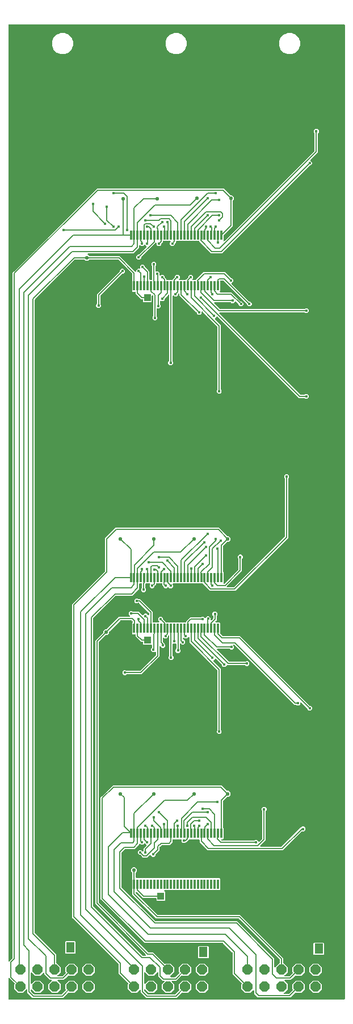
<source format=gbr>
G04 EAGLE Gerber RS-274X export*
G75*
%MOMM*%
%FSLAX34Y34*%
%LPD*%
%INBottom Copper*%
%IPPOS*%
%AMOC8*
5,1,8,0,0,1.08239X$1,22.5*%
G01*
%ADD10R,0.300000X1.475000*%
%ADD11R,4.700000X3.610000*%
%ADD12P,1.649562X8X22.500000*%
%ADD13R,1.000000X1.100000*%
%ADD14R,1.300000X1.500000*%
%ADD15C,0.203200*%
%ADD16C,0.400000*%
%ADD17C,1.150000*%
%ADD18C,0.550000*%

G36*
X503994Y-1456943D02*
X503994Y-1456943D01*
X504052Y-1456945D01*
X504134Y-1456923D01*
X504218Y-1456911D01*
X504271Y-1456888D01*
X504327Y-1456873D01*
X504400Y-1456830D01*
X504477Y-1456795D01*
X504522Y-1456757D01*
X504572Y-1456728D01*
X504630Y-1456666D01*
X504694Y-1456612D01*
X504726Y-1456563D01*
X504766Y-1456520D01*
X504805Y-1456445D01*
X504852Y-1456375D01*
X504869Y-1456319D01*
X504896Y-1456267D01*
X504907Y-1456199D01*
X504937Y-1456104D01*
X504940Y-1456004D01*
X504951Y-1455936D01*
X504951Y-4064D01*
X504944Y-4016D01*
X504945Y-4012D01*
X504943Y-4007D01*
X504943Y-4006D01*
X504945Y-3948D01*
X504923Y-3866D01*
X504911Y-3782D01*
X504888Y-3729D01*
X504873Y-3673D01*
X504830Y-3600D01*
X504795Y-3523D01*
X504757Y-3478D01*
X504728Y-3428D01*
X504666Y-3370D01*
X504612Y-3306D01*
X504563Y-3274D01*
X504520Y-3234D01*
X504445Y-3195D01*
X504375Y-3148D01*
X504319Y-3131D01*
X504267Y-3104D01*
X504199Y-3093D01*
X504104Y-3063D01*
X504004Y-3060D01*
X503936Y-3049D01*
X4064Y-3049D01*
X4006Y-3057D01*
X3948Y-3055D01*
X3866Y-3077D01*
X3782Y-3089D01*
X3729Y-3112D01*
X3673Y-3127D01*
X3600Y-3170D01*
X3523Y-3205D01*
X3478Y-3243D01*
X3428Y-3272D01*
X3370Y-3334D01*
X3306Y-3388D01*
X3274Y-3437D01*
X3234Y-3480D01*
X3195Y-3555D01*
X3148Y-3625D01*
X3131Y-3681D01*
X3104Y-3733D01*
X3093Y-3801D01*
X3063Y-3896D01*
X3060Y-3996D01*
X3049Y-4064D01*
X3049Y-1398907D01*
X3053Y-1398936D01*
X3050Y-1398965D01*
X3073Y-1399076D01*
X3089Y-1399189D01*
X3101Y-1399215D01*
X3106Y-1399244D01*
X3158Y-1399345D01*
X3205Y-1399448D01*
X3224Y-1399470D01*
X3237Y-1399496D01*
X3315Y-1399578D01*
X3388Y-1399665D01*
X3413Y-1399681D01*
X3433Y-1399703D01*
X3531Y-1399760D01*
X3625Y-1399823D01*
X3653Y-1399831D01*
X3678Y-1399846D01*
X3788Y-1399874D01*
X3896Y-1399908D01*
X3926Y-1399909D01*
X3954Y-1399916D01*
X4067Y-1399913D01*
X4180Y-1399916D01*
X4209Y-1399908D01*
X4238Y-1399907D01*
X4346Y-1399872D01*
X4455Y-1399844D01*
X4481Y-1399829D01*
X4509Y-1399820D01*
X4572Y-1399774D01*
X4700Y-1399699D01*
X4743Y-1399653D01*
X4782Y-1399625D01*
X9162Y-1395245D01*
X9214Y-1395175D01*
X9274Y-1395111D01*
X9300Y-1395062D01*
X9333Y-1395018D01*
X9364Y-1394936D01*
X9404Y-1394858D01*
X9412Y-1394811D01*
X9434Y-1394752D01*
X9446Y-1394604D01*
X9459Y-1394527D01*
X9459Y-372948D01*
X11245Y-371162D01*
X133162Y-249245D01*
X134948Y-247459D01*
X324052Y-247459D01*
X334021Y-257428D01*
X334091Y-257480D01*
X334155Y-257540D01*
X334204Y-257566D01*
X334248Y-257599D01*
X334330Y-257630D01*
X334408Y-257670D01*
X334455Y-257678D01*
X334514Y-257700D01*
X334662Y-257712D01*
X334739Y-257725D01*
X336771Y-257725D01*
X339275Y-260229D01*
X339275Y-263771D01*
X337817Y-265229D01*
X337764Y-265298D01*
X337704Y-265362D01*
X337679Y-265412D01*
X337646Y-265456D01*
X337615Y-265538D01*
X337575Y-265616D01*
X337567Y-265663D01*
X337545Y-265722D01*
X337532Y-265869D01*
X337519Y-265947D01*
X337519Y-303847D01*
X323975Y-317391D01*
X323923Y-317461D01*
X323863Y-317525D01*
X323838Y-317574D01*
X323805Y-317618D01*
X323773Y-317700D01*
X323734Y-317778D01*
X323726Y-317825D01*
X323703Y-317884D01*
X323691Y-318032D01*
X323678Y-318109D01*
X323678Y-325278D01*
X323682Y-325307D01*
X323680Y-325336D01*
X323702Y-325447D01*
X323718Y-325559D01*
X323730Y-325586D01*
X323736Y-325615D01*
X323788Y-325715D01*
X323834Y-325819D01*
X323853Y-325841D01*
X323867Y-325867D01*
X323945Y-325949D01*
X324018Y-326036D01*
X324042Y-326052D01*
X324062Y-326073D01*
X324160Y-326131D01*
X324254Y-326193D01*
X324282Y-326202D01*
X324308Y-326217D01*
X324417Y-326245D01*
X324525Y-326279D01*
X324555Y-326280D01*
X324583Y-326287D01*
X324696Y-326283D01*
X324810Y-326286D01*
X324838Y-326279D01*
X324867Y-326278D01*
X324975Y-326243D01*
X325085Y-326215D01*
X325110Y-326200D01*
X325138Y-326191D01*
X325202Y-326145D01*
X325329Y-326069D01*
X325372Y-326024D01*
X325411Y-325996D01*
X459662Y-191745D01*
X459714Y-191675D01*
X459774Y-191611D01*
X459800Y-191562D01*
X459833Y-191518D01*
X459864Y-191436D01*
X459904Y-191358D01*
X459912Y-191311D01*
X459934Y-191252D01*
X459946Y-191104D01*
X459959Y-191027D01*
X459959Y-165365D01*
X459947Y-165278D01*
X459944Y-165190D01*
X459927Y-165138D01*
X459919Y-165083D01*
X459884Y-165003D01*
X459857Y-164920D01*
X459829Y-164881D01*
X459803Y-164824D01*
X459707Y-164710D01*
X459662Y-164647D01*
X458975Y-163960D01*
X458975Y-161040D01*
X461040Y-158975D01*
X463960Y-158975D01*
X466025Y-161040D01*
X466025Y-163960D01*
X465338Y-164647D01*
X465286Y-164717D01*
X465226Y-164780D01*
X465200Y-164830D01*
X465167Y-164874D01*
X465136Y-164956D01*
X465096Y-165033D01*
X465088Y-165081D01*
X465066Y-165139D01*
X465054Y-165287D01*
X465041Y-165365D01*
X465041Y-193552D01*
X453757Y-204836D01*
X453722Y-204883D01*
X453679Y-204923D01*
X453637Y-204996D01*
X453586Y-205063D01*
X453565Y-205118D01*
X453536Y-205169D01*
X453515Y-205250D01*
X453485Y-205329D01*
X453480Y-205388D01*
X453465Y-205444D01*
X453468Y-205528D01*
X453461Y-205612D01*
X453473Y-205670D01*
X453474Y-205728D01*
X453500Y-205808D01*
X453517Y-205891D01*
X453544Y-205943D01*
X453562Y-205999D01*
X453602Y-206055D01*
X453648Y-206144D01*
X453717Y-206216D01*
X453757Y-206272D01*
X456025Y-208540D01*
X456025Y-211460D01*
X453960Y-213525D01*
X452989Y-213525D01*
X452902Y-213537D01*
X452815Y-213540D01*
X452762Y-213557D01*
X452707Y-213565D01*
X452628Y-213600D01*
X452544Y-213627D01*
X452505Y-213655D01*
X452448Y-213681D01*
X452335Y-213777D01*
X452271Y-213822D01*
X322052Y-344041D01*
X305448Y-344041D01*
X287724Y-326317D01*
X287654Y-326265D01*
X287590Y-326205D01*
X287541Y-326179D01*
X287497Y-326146D01*
X287415Y-326115D01*
X287337Y-326075D01*
X287290Y-326067D01*
X287231Y-326045D01*
X287083Y-326033D01*
X287006Y-326020D01*
X254209Y-326020D01*
X254151Y-326028D01*
X254093Y-326026D01*
X254011Y-326048D01*
X253928Y-326060D01*
X253874Y-326083D01*
X253818Y-326098D01*
X253745Y-326141D01*
X253668Y-326176D01*
X253624Y-326214D01*
X253573Y-326243D01*
X253516Y-326305D01*
X253451Y-326359D01*
X253419Y-326408D01*
X253379Y-326451D01*
X253341Y-326526D01*
X253294Y-326596D01*
X253276Y-326652D01*
X253250Y-326704D01*
X253238Y-326772D01*
X253208Y-326867D01*
X253205Y-326967D01*
X253194Y-327035D01*
X253194Y-327899D01*
X251322Y-329771D01*
X251270Y-329841D01*
X251210Y-329905D01*
X251184Y-329954D01*
X251151Y-329998D01*
X251120Y-330080D01*
X251080Y-330158D01*
X251072Y-330205D01*
X251050Y-330264D01*
X251038Y-330412D01*
X251025Y-330489D01*
X251025Y-331460D01*
X248960Y-333525D01*
X246040Y-333525D01*
X243975Y-331460D01*
X243975Y-328540D01*
X244762Y-327753D01*
X244780Y-327729D01*
X244802Y-327710D01*
X244865Y-327616D01*
X244933Y-327526D01*
X244944Y-327498D01*
X244960Y-327474D01*
X244994Y-327366D01*
X245035Y-327260D01*
X245037Y-327231D01*
X245046Y-327203D01*
X245049Y-327089D01*
X245058Y-326977D01*
X245052Y-326948D01*
X245053Y-326919D01*
X245024Y-326809D01*
X245002Y-326698D01*
X244989Y-326672D01*
X244981Y-326644D01*
X244924Y-326546D01*
X244871Y-326446D01*
X244851Y-326424D01*
X244836Y-326399D01*
X244753Y-326322D01*
X244675Y-326240D01*
X244650Y-326225D01*
X244629Y-326205D01*
X244528Y-326153D01*
X244430Y-326096D01*
X244402Y-326089D01*
X244376Y-326075D01*
X244298Y-326062D01*
X244155Y-326026D01*
X244092Y-326028D01*
X244045Y-326020D01*
X234156Y-326020D01*
X234098Y-326028D01*
X234040Y-326026D01*
X233958Y-326048D01*
X233874Y-326060D01*
X233821Y-326083D01*
X233765Y-326098D01*
X233692Y-326141D01*
X233615Y-326176D01*
X233570Y-326214D01*
X233520Y-326243D01*
X233462Y-326305D01*
X233398Y-326359D01*
X233366Y-326408D01*
X233326Y-326451D01*
X233287Y-326526D01*
X233240Y-326596D01*
X233223Y-326652D01*
X233196Y-326704D01*
X233185Y-326772D01*
X233155Y-326867D01*
X233152Y-326967D01*
X233141Y-327035D01*
X233141Y-327952D01*
X231322Y-329771D01*
X231270Y-329841D01*
X231210Y-329905D01*
X231184Y-329954D01*
X231151Y-329998D01*
X231120Y-330080D01*
X231080Y-330158D01*
X231072Y-330205D01*
X231050Y-330264D01*
X231038Y-330412D01*
X231025Y-330489D01*
X231025Y-331460D01*
X228960Y-333525D01*
X226040Y-333525D01*
X223975Y-331460D01*
X223975Y-329569D01*
X223971Y-329540D01*
X223974Y-329511D01*
X223951Y-329400D01*
X223935Y-329287D01*
X223923Y-329261D01*
X223918Y-329232D01*
X223865Y-329131D01*
X223819Y-329028D01*
X223800Y-329006D01*
X223787Y-328980D01*
X223709Y-328897D01*
X223636Y-328811D01*
X223611Y-328795D01*
X223591Y-328773D01*
X223493Y-328716D01*
X223399Y-328653D01*
X223371Y-328645D01*
X223346Y-328630D01*
X223236Y-328602D01*
X223128Y-328568D01*
X223098Y-328567D01*
X223070Y-328560D01*
X222957Y-328563D01*
X222844Y-328560D01*
X222815Y-328568D01*
X222786Y-328569D01*
X222678Y-328604D01*
X222569Y-328632D01*
X222543Y-328647D01*
X222515Y-328656D01*
X222451Y-328702D01*
X222324Y-328777D01*
X222281Y-328823D01*
X222242Y-328851D01*
X221155Y-329938D01*
X201322Y-349771D01*
X201270Y-349841D01*
X201210Y-349905D01*
X201184Y-349954D01*
X201151Y-349998D01*
X201120Y-350080D01*
X201080Y-350158D01*
X201072Y-350205D01*
X201050Y-350264D01*
X201038Y-350412D01*
X201025Y-350489D01*
X201025Y-351460D01*
X198960Y-353525D01*
X196040Y-353525D01*
X193975Y-351460D01*
X193975Y-348540D01*
X196040Y-346475D01*
X197011Y-346475D01*
X197098Y-346463D01*
X197185Y-346460D01*
X197238Y-346443D01*
X197293Y-346435D01*
X197372Y-346400D01*
X197456Y-346373D01*
X197495Y-346345D01*
X197552Y-346319D01*
X197665Y-346223D01*
X197729Y-346178D01*
X208743Y-335164D01*
X208778Y-335117D01*
X208821Y-335077D01*
X208863Y-335004D01*
X208914Y-334937D01*
X208935Y-334882D01*
X208964Y-334831D01*
X208985Y-334750D01*
X209015Y-334671D01*
X209020Y-334612D01*
X209035Y-334556D01*
X209032Y-334472D01*
X209039Y-334388D01*
X209027Y-334330D01*
X209026Y-334272D01*
X209000Y-334192D01*
X208983Y-334109D01*
X208956Y-334057D01*
X208938Y-334001D01*
X208898Y-333945D01*
X208852Y-333856D01*
X208783Y-333784D01*
X208743Y-333728D01*
X206968Y-331953D01*
X206921Y-331918D01*
X206881Y-331875D01*
X206808Y-331832D01*
X206741Y-331782D01*
X206686Y-331761D01*
X206636Y-331731D01*
X206554Y-331711D01*
X206475Y-331681D01*
X206417Y-331676D01*
X206360Y-331661D01*
X206276Y-331664D01*
X206192Y-331657D01*
X206134Y-331668D01*
X206076Y-331670D01*
X205996Y-331696D01*
X205913Y-331713D01*
X205861Y-331740D01*
X205805Y-331758D01*
X205749Y-331798D01*
X205661Y-331844D01*
X205588Y-331913D01*
X205532Y-331953D01*
X203960Y-333525D01*
X201040Y-333525D01*
X199927Y-332412D01*
X199904Y-332394D01*
X199885Y-332372D01*
X199791Y-332309D01*
X199700Y-332241D01*
X199673Y-332231D01*
X199648Y-332214D01*
X199540Y-332180D01*
X199434Y-332140D01*
X199405Y-332137D01*
X199377Y-332129D01*
X199264Y-332126D01*
X199151Y-332116D01*
X199122Y-332122D01*
X199093Y-332121D01*
X198983Y-332150D01*
X198872Y-332172D01*
X198846Y-332186D01*
X198818Y-332193D01*
X198721Y-332251D01*
X198620Y-332303D01*
X198599Y-332323D01*
X198573Y-332338D01*
X198496Y-332421D01*
X198414Y-332499D01*
X198399Y-332524D01*
X198379Y-332546D01*
X198327Y-332646D01*
X198270Y-332744D01*
X198263Y-332773D01*
X198250Y-332799D01*
X198237Y-332876D01*
X198200Y-333020D01*
X198202Y-333082D01*
X198194Y-333130D01*
X198194Y-336399D01*
X189877Y-344716D01*
X122212Y-344716D01*
X122183Y-344720D01*
X122154Y-344717D01*
X122043Y-344740D01*
X121931Y-344756D01*
X121904Y-344768D01*
X121875Y-344773D01*
X121774Y-344826D01*
X121671Y-344872D01*
X121649Y-344891D01*
X121623Y-344904D01*
X121541Y-344982D01*
X121454Y-345055D01*
X121438Y-345080D01*
X121417Y-345100D01*
X121360Y-345198D01*
X121297Y-345292D01*
X121288Y-345320D01*
X121273Y-345345D01*
X121245Y-345455D01*
X121211Y-345563D01*
X121210Y-345593D01*
X121203Y-345621D01*
X121206Y-345734D01*
X121204Y-345847D01*
X121211Y-345876D01*
X121212Y-345905D01*
X121247Y-346013D01*
X121275Y-346122D01*
X121290Y-346148D01*
X121299Y-346176D01*
X121345Y-346240D01*
X121421Y-346367D01*
X121466Y-346410D01*
X121494Y-346449D01*
X123207Y-348162D01*
X123277Y-348214D01*
X123341Y-348274D01*
X123390Y-348300D01*
X123435Y-348333D01*
X123516Y-348364D01*
X123594Y-348404D01*
X123642Y-348412D01*
X123700Y-348434D01*
X123848Y-348446D01*
X123925Y-348459D01*
X169052Y-348459D01*
X192242Y-371649D01*
X192266Y-371667D01*
X192285Y-371689D01*
X192379Y-371752D01*
X192469Y-371820D01*
X192497Y-371830D01*
X192521Y-371847D01*
X192629Y-371881D01*
X192735Y-371921D01*
X192764Y-371924D01*
X192792Y-371932D01*
X192906Y-371935D01*
X193018Y-371945D01*
X193047Y-371939D01*
X193076Y-371940D01*
X193186Y-371911D01*
X193297Y-371889D01*
X193323Y-371875D01*
X193351Y-371868D01*
X193449Y-371810D01*
X193549Y-371758D01*
X193571Y-371738D01*
X193596Y-371723D01*
X193673Y-371640D01*
X193755Y-371562D01*
X193770Y-371537D01*
X193790Y-371515D01*
X193842Y-371414D01*
X193899Y-371317D01*
X193906Y-371288D01*
X193920Y-371262D01*
X193933Y-371185D01*
X193969Y-371041D01*
X193967Y-370979D01*
X193975Y-370931D01*
X193975Y-369540D01*
X196040Y-367475D01*
X198540Y-367475D01*
X198569Y-367471D01*
X198598Y-367474D01*
X198709Y-367451D01*
X198821Y-367435D01*
X198848Y-367423D01*
X198877Y-367418D01*
X198977Y-367365D01*
X199080Y-367319D01*
X199103Y-367300D01*
X199129Y-367287D01*
X199211Y-367209D01*
X199297Y-367136D01*
X199314Y-367111D01*
X199335Y-367091D01*
X199392Y-366993D01*
X199455Y-366899D01*
X199464Y-366871D01*
X199479Y-366845D01*
X199507Y-366736D01*
X199541Y-366628D01*
X199542Y-366598D01*
X199549Y-366570D01*
X199545Y-366457D01*
X199548Y-366344D01*
X199541Y-366315D01*
X199540Y-366286D01*
X199505Y-366178D01*
X199476Y-366069D01*
X199475Y-366067D01*
X199475Y-363040D01*
X201540Y-360975D01*
X204460Y-360975D01*
X206525Y-363040D01*
X206525Y-364011D01*
X206537Y-364098D01*
X206540Y-364185D01*
X206557Y-364238D01*
X206565Y-364293D01*
X206600Y-364372D01*
X206627Y-364456D01*
X206655Y-364495D01*
X206681Y-364552D01*
X206777Y-364665D01*
X206822Y-364729D01*
X211655Y-369562D01*
X213441Y-371348D01*
X213441Y-382965D01*
X213449Y-383023D01*
X213447Y-383081D01*
X213469Y-383163D01*
X213481Y-383247D01*
X213504Y-383300D01*
X213519Y-383356D01*
X213562Y-383429D01*
X213597Y-383506D01*
X213635Y-383551D01*
X213664Y-383601D01*
X213726Y-383659D01*
X213780Y-383723D01*
X213829Y-383755D01*
X213872Y-383795D01*
X213947Y-383834D01*
X214017Y-383881D01*
X214073Y-383898D01*
X214125Y-383925D01*
X214193Y-383936D01*
X214288Y-383966D01*
X214388Y-383969D01*
X214456Y-383980D01*
X216444Y-383980D01*
X216502Y-383972D01*
X216560Y-383974D01*
X216642Y-383952D01*
X216726Y-383940D01*
X216779Y-383917D01*
X216835Y-383902D01*
X216908Y-383859D01*
X216985Y-383824D01*
X217030Y-383786D01*
X217080Y-383757D01*
X217138Y-383695D01*
X217202Y-383641D01*
X217234Y-383592D01*
X217274Y-383549D01*
X217313Y-383474D01*
X217360Y-383404D01*
X217377Y-383348D01*
X217404Y-383296D01*
X217415Y-383228D01*
X217445Y-383133D01*
X217448Y-383033D01*
X217459Y-382965D01*
X217459Y-363365D01*
X217447Y-363278D01*
X217444Y-363191D01*
X217427Y-363138D01*
X217419Y-363083D01*
X217384Y-363003D01*
X217357Y-362920D01*
X217329Y-362881D01*
X217303Y-362824D01*
X217207Y-362710D01*
X217162Y-362647D01*
X216475Y-361960D01*
X216475Y-359040D01*
X218540Y-356975D01*
X221460Y-356975D01*
X223525Y-359040D01*
X223525Y-361960D01*
X222838Y-362647D01*
X222786Y-362716D01*
X222726Y-362780D01*
X222700Y-362830D01*
X222667Y-362874D01*
X222636Y-362956D01*
X222596Y-363033D01*
X222588Y-363081D01*
X222566Y-363140D01*
X222554Y-363287D01*
X222541Y-363365D01*
X222541Y-370460D01*
X222549Y-370518D01*
X222547Y-370576D01*
X222569Y-370658D01*
X222581Y-370742D01*
X222604Y-370795D01*
X222619Y-370851D01*
X222662Y-370924D01*
X222697Y-371001D01*
X222735Y-371046D01*
X222764Y-371096D01*
X222826Y-371154D01*
X222880Y-371218D01*
X222929Y-371250D01*
X222972Y-371290D01*
X223047Y-371329D01*
X223117Y-371376D01*
X223173Y-371393D01*
X223225Y-371420D01*
X223293Y-371431D01*
X223388Y-371461D01*
X223488Y-371464D01*
X223556Y-371475D01*
X226460Y-371475D01*
X228525Y-373540D01*
X228525Y-376540D01*
X228529Y-376569D01*
X228526Y-376598D01*
X228549Y-376709D01*
X228565Y-376821D01*
X228577Y-376848D01*
X228582Y-376877D01*
X228635Y-376977D01*
X228681Y-377080D01*
X228700Y-377103D01*
X228713Y-377129D01*
X228791Y-377211D01*
X228864Y-377297D01*
X228889Y-377314D01*
X228909Y-377335D01*
X229007Y-377392D01*
X229101Y-377455D01*
X229129Y-377464D01*
X229154Y-377479D01*
X229264Y-377507D01*
X229372Y-377541D01*
X229402Y-377542D01*
X229430Y-377549D01*
X229543Y-377545D01*
X229656Y-377548D01*
X229685Y-377541D01*
X229714Y-377540D01*
X229822Y-377505D01*
X229931Y-377476D01*
X229957Y-377461D01*
X229985Y-377452D01*
X230049Y-377407D01*
X230176Y-377331D01*
X230219Y-377285D01*
X230258Y-377257D01*
X231040Y-376475D01*
X233960Y-376475D01*
X236025Y-378540D01*
X236025Y-379511D01*
X236037Y-379598D01*
X236040Y-379685D01*
X236057Y-379738D01*
X236065Y-379793D01*
X236100Y-379872D01*
X236127Y-379956D01*
X236155Y-379995D01*
X236181Y-380052D01*
X236277Y-380165D01*
X236322Y-380229D01*
X238241Y-382148D01*
X238241Y-382965D01*
X238249Y-383023D01*
X238247Y-383081D01*
X238269Y-383163D01*
X238281Y-383247D01*
X238304Y-383300D01*
X238319Y-383356D01*
X238362Y-383429D01*
X238397Y-383506D01*
X238435Y-383551D01*
X238464Y-383601D01*
X238526Y-383659D01*
X238580Y-383723D01*
X238629Y-383755D01*
X238672Y-383795D01*
X238747Y-383834D01*
X238817Y-383881D01*
X238873Y-383898D01*
X238925Y-383925D01*
X238993Y-383936D01*
X239088Y-383966D01*
X239188Y-383969D01*
X239256Y-383980D01*
X247044Y-383980D01*
X247102Y-383972D01*
X247160Y-383974D01*
X247242Y-383952D01*
X247326Y-383940D01*
X247379Y-383917D01*
X247435Y-383902D01*
X247508Y-383859D01*
X247585Y-383824D01*
X247630Y-383786D01*
X247680Y-383757D01*
X247738Y-383695D01*
X247802Y-383641D01*
X247834Y-383592D01*
X247874Y-383549D01*
X247892Y-383515D01*
X249845Y-381562D01*
X251178Y-380229D01*
X251230Y-380159D01*
X251290Y-380095D01*
X251316Y-380046D01*
X251349Y-380002D01*
X251380Y-379920D01*
X251420Y-379842D01*
X251428Y-379795D01*
X251450Y-379736D01*
X251462Y-379588D01*
X251475Y-379511D01*
X251475Y-378540D01*
X253540Y-376475D01*
X256460Y-376475D01*
X258525Y-378540D01*
X258525Y-381460D01*
X257738Y-382247D01*
X257720Y-382271D01*
X257698Y-382290D01*
X257635Y-382384D01*
X257567Y-382474D01*
X257556Y-382502D01*
X257540Y-382526D01*
X257506Y-382634D01*
X257465Y-382740D01*
X257463Y-382769D01*
X257454Y-382797D01*
X257451Y-382911D01*
X257442Y-383023D01*
X257448Y-383052D01*
X257447Y-383081D01*
X257476Y-383191D01*
X257498Y-383302D01*
X257511Y-383328D01*
X257519Y-383356D01*
X257576Y-383454D01*
X257629Y-383554D01*
X257649Y-383576D01*
X257664Y-383601D01*
X257747Y-383678D01*
X257825Y-383760D01*
X257850Y-383775D01*
X257871Y-383795D01*
X257972Y-383847D01*
X258070Y-383904D01*
X258098Y-383911D01*
X258124Y-383925D01*
X258202Y-383938D01*
X258345Y-383974D01*
X258408Y-383972D01*
X258455Y-383980D01*
X267044Y-383980D01*
X267102Y-383972D01*
X267160Y-383974D01*
X267242Y-383952D01*
X267326Y-383940D01*
X267379Y-383917D01*
X267435Y-383902D01*
X267508Y-383859D01*
X267585Y-383824D01*
X267630Y-383786D01*
X267680Y-383757D01*
X267738Y-383695D01*
X267802Y-383641D01*
X267834Y-383592D01*
X267874Y-383549D01*
X267892Y-383515D01*
X271178Y-380229D01*
X271230Y-380159D01*
X271290Y-380095D01*
X271316Y-380046D01*
X271349Y-380002D01*
X271380Y-379920D01*
X271420Y-379842D01*
X271428Y-379795D01*
X271450Y-379736D01*
X271462Y-379588D01*
X271475Y-379511D01*
X271475Y-378540D01*
X273540Y-376475D01*
X276460Y-376475D01*
X278525Y-378540D01*
X278525Y-381460D01*
X277738Y-382247D01*
X277720Y-382271D01*
X277698Y-382290D01*
X277635Y-382384D01*
X277567Y-382474D01*
X277556Y-382502D01*
X277540Y-382526D01*
X277506Y-382634D01*
X277465Y-382740D01*
X277463Y-382769D01*
X277454Y-382797D01*
X277451Y-382911D01*
X277442Y-383023D01*
X277448Y-383052D01*
X277447Y-383081D01*
X277476Y-383191D01*
X277498Y-383302D01*
X277511Y-383328D01*
X277519Y-383356D01*
X277576Y-383454D01*
X277629Y-383554D01*
X277649Y-383576D01*
X277664Y-383601D01*
X277747Y-383678D01*
X277825Y-383760D01*
X277850Y-383775D01*
X277871Y-383795D01*
X277972Y-383847D01*
X278070Y-383904D01*
X278098Y-383911D01*
X278124Y-383925D01*
X278202Y-383938D01*
X278345Y-383974D01*
X278408Y-383972D01*
X278455Y-383980D01*
X282006Y-383980D01*
X282093Y-383968D01*
X282180Y-383965D01*
X282233Y-383948D01*
X282288Y-383940D01*
X282367Y-383905D01*
X282451Y-383878D01*
X282490Y-383850D01*
X282547Y-383824D01*
X282660Y-383728D01*
X282724Y-383683D01*
X284645Y-381762D01*
X293948Y-372459D01*
X326052Y-372459D01*
X334771Y-381178D01*
X334841Y-381230D01*
X334905Y-381290D01*
X334954Y-381316D01*
X334998Y-381349D01*
X335080Y-381380D01*
X335158Y-381420D01*
X335205Y-381428D01*
X335264Y-381450D01*
X335412Y-381462D01*
X335489Y-381475D01*
X336460Y-381475D01*
X338525Y-383540D01*
X338525Y-386460D01*
X336257Y-388728D01*
X336222Y-388775D01*
X336179Y-388815D01*
X336137Y-388888D01*
X336086Y-388955D01*
X336065Y-389010D01*
X336036Y-389060D01*
X336015Y-389142D01*
X335985Y-389221D01*
X335980Y-389279D01*
X335965Y-389336D01*
X335968Y-389420D01*
X335961Y-389504D01*
X335973Y-389561D01*
X335974Y-389620D01*
X336000Y-389700D01*
X336017Y-389783D01*
X336044Y-389835D01*
X336062Y-389890D01*
X336102Y-389947D01*
X336148Y-390035D01*
X336217Y-390108D01*
X336257Y-390164D01*
X362271Y-416178D01*
X362341Y-416230D01*
X362405Y-416290D01*
X362454Y-416316D01*
X362498Y-416349D01*
X362580Y-416380D01*
X362658Y-416420D01*
X362705Y-416428D01*
X362764Y-416450D01*
X362912Y-416462D01*
X362989Y-416475D01*
X363960Y-416475D01*
X366025Y-418540D01*
X366025Y-421460D01*
X363960Y-423525D01*
X361040Y-423525D01*
X358975Y-421460D01*
X358975Y-420489D01*
X358963Y-420402D01*
X358960Y-420315D01*
X358943Y-420262D01*
X358935Y-420207D01*
X358900Y-420128D01*
X358873Y-420044D01*
X358845Y-420005D01*
X358819Y-419948D01*
X358723Y-419835D01*
X358678Y-419771D01*
X324245Y-385338D01*
X324175Y-385286D01*
X324111Y-385226D01*
X324062Y-385200D01*
X324018Y-385167D01*
X323936Y-385136D01*
X323858Y-385096D01*
X323811Y-385088D01*
X323752Y-385066D01*
X323604Y-385054D01*
X323527Y-385041D01*
X319693Y-385041D01*
X319635Y-385049D01*
X319577Y-385047D01*
X319495Y-385069D01*
X319412Y-385081D01*
X319358Y-385104D01*
X319302Y-385119D01*
X319229Y-385162D01*
X319152Y-385197D01*
X319108Y-385235D01*
X319057Y-385264D01*
X319000Y-385326D01*
X318935Y-385380D01*
X318903Y-385429D01*
X318863Y-385472D01*
X318825Y-385547D01*
X318778Y-385617D01*
X318760Y-385673D01*
X318734Y-385725D01*
X318722Y-385793D01*
X318692Y-385888D01*
X318689Y-385988D01*
X318678Y-386056D01*
X318678Y-400939D01*
X318668Y-400953D01*
X318657Y-400981D01*
X318641Y-401005D01*
X318607Y-401113D01*
X318566Y-401219D01*
X318564Y-401248D01*
X318555Y-401276D01*
X318552Y-401389D01*
X318543Y-401502D01*
X318549Y-401531D01*
X318548Y-401560D01*
X318576Y-401670D01*
X318599Y-401781D01*
X318612Y-401807D01*
X318620Y-401835D01*
X318677Y-401933D01*
X318730Y-402033D01*
X318750Y-402054D01*
X318765Y-402080D01*
X318848Y-402158D01*
X318925Y-402239D01*
X318951Y-402254D01*
X318972Y-402274D01*
X319073Y-402326D01*
X319171Y-402383D01*
X319199Y-402390D01*
X319225Y-402404D01*
X319303Y-402417D01*
X319446Y-402453D01*
X319509Y-402451D01*
X319556Y-402459D01*
X336052Y-402459D01*
X349771Y-416178D01*
X349841Y-416230D01*
X349905Y-416290D01*
X349954Y-416316D01*
X349998Y-416349D01*
X350080Y-416380D01*
X350158Y-416420D01*
X350205Y-416428D01*
X350264Y-416450D01*
X350412Y-416462D01*
X350489Y-416475D01*
X351460Y-416475D01*
X353525Y-418540D01*
X353525Y-421460D01*
X351460Y-423525D01*
X348540Y-423525D01*
X346475Y-421460D01*
X346475Y-420489D01*
X346463Y-420402D01*
X346460Y-420315D01*
X346443Y-420262D01*
X346435Y-420207D01*
X346400Y-420128D01*
X346373Y-420044D01*
X346345Y-420005D01*
X346319Y-419948D01*
X346223Y-419835D01*
X346178Y-419771D01*
X342664Y-416257D01*
X342617Y-416222D01*
X342577Y-416179D01*
X342504Y-416137D01*
X342437Y-416086D01*
X342382Y-416065D01*
X342331Y-416036D01*
X342250Y-416015D01*
X342171Y-415985D01*
X342112Y-415980D01*
X342056Y-415965D01*
X341972Y-415968D01*
X341888Y-415961D01*
X341830Y-415973D01*
X341772Y-415974D01*
X341692Y-416000D01*
X341609Y-416017D01*
X341557Y-416044D01*
X341501Y-416062D01*
X341445Y-416102D01*
X341356Y-416148D01*
X341284Y-416217D01*
X341228Y-416257D01*
X338960Y-418525D01*
X336040Y-418525D01*
X335353Y-417838D01*
X335284Y-417786D01*
X335220Y-417726D01*
X335170Y-417700D01*
X335126Y-417667D01*
X335044Y-417636D01*
X334967Y-417596D01*
X334919Y-417588D01*
X334860Y-417566D01*
X334713Y-417554D01*
X334635Y-417541D01*
X311085Y-417541D01*
X311056Y-417545D01*
X311027Y-417542D01*
X310916Y-417565D01*
X310803Y-417581D01*
X310777Y-417593D01*
X310748Y-417598D01*
X310647Y-417650D01*
X310544Y-417697D01*
X310522Y-417716D01*
X310496Y-417729D01*
X310414Y-417807D01*
X310327Y-417880D01*
X310311Y-417905D01*
X310289Y-417925D01*
X310232Y-418023D01*
X310169Y-418117D01*
X310161Y-418145D01*
X310146Y-418170D01*
X310118Y-418280D01*
X310084Y-418388D01*
X310083Y-418418D01*
X310076Y-418446D01*
X310079Y-418559D01*
X310076Y-418672D01*
X310084Y-418701D01*
X310085Y-418730D01*
X310120Y-418838D01*
X310148Y-418947D01*
X310163Y-418973D01*
X310172Y-419001D01*
X310218Y-419064D01*
X310293Y-419192D01*
X310339Y-419235D01*
X310367Y-419274D01*
X318255Y-427162D01*
X318325Y-427214D01*
X318389Y-427274D01*
X318438Y-427300D01*
X318482Y-427333D01*
X318564Y-427364D01*
X318642Y-427404D01*
X318689Y-427412D01*
X318748Y-427434D01*
X318896Y-427446D01*
X318973Y-427459D01*
X444635Y-427459D01*
X444722Y-427447D01*
X444809Y-427444D01*
X444862Y-427427D01*
X444917Y-427419D01*
X444997Y-427384D01*
X445080Y-427357D01*
X445119Y-427329D01*
X445176Y-427303D01*
X445290Y-427207D01*
X445353Y-427162D01*
X446040Y-426475D01*
X448960Y-426475D01*
X451025Y-428540D01*
X451025Y-431460D01*
X448960Y-433525D01*
X446040Y-433525D01*
X445353Y-432838D01*
X445284Y-432786D01*
X445220Y-432726D01*
X445170Y-432700D01*
X445126Y-432667D01*
X445044Y-432636D01*
X444967Y-432596D01*
X444919Y-432588D01*
X444860Y-432566D01*
X444713Y-432554D01*
X444635Y-432541D01*
X318585Y-432541D01*
X318556Y-432545D01*
X318527Y-432542D01*
X318416Y-432565D01*
X318303Y-432581D01*
X318277Y-432593D01*
X318248Y-432598D01*
X318147Y-432650D01*
X318044Y-432697D01*
X318022Y-432716D01*
X317996Y-432729D01*
X317913Y-432807D01*
X317827Y-432880D01*
X317811Y-432905D01*
X317789Y-432925D01*
X317732Y-433023D01*
X317669Y-433117D01*
X317661Y-433145D01*
X317646Y-433170D01*
X317618Y-433280D01*
X317584Y-433388D01*
X317583Y-433418D01*
X317576Y-433446D01*
X317579Y-433559D01*
X317576Y-433672D01*
X317584Y-433701D01*
X317585Y-433730D01*
X317620Y-433838D01*
X317648Y-433947D01*
X317663Y-433973D01*
X317672Y-434001D01*
X317718Y-434064D01*
X317793Y-434192D01*
X317815Y-434212D01*
X317817Y-434215D01*
X317842Y-434239D01*
X317867Y-434274D01*
X438255Y-554662D01*
X438325Y-554714D01*
X438389Y-554774D01*
X438438Y-554800D01*
X438482Y-554833D01*
X438564Y-554864D01*
X438642Y-554904D01*
X438689Y-554912D01*
X438748Y-554934D01*
X438896Y-554946D01*
X438973Y-554959D01*
X444635Y-554959D01*
X444722Y-554947D01*
X444809Y-554944D01*
X444862Y-554927D01*
X444917Y-554919D01*
X444997Y-554884D01*
X445080Y-554857D01*
X445119Y-554829D01*
X445176Y-554803D01*
X445290Y-554707D01*
X445353Y-554662D01*
X446040Y-553975D01*
X448960Y-553975D01*
X451025Y-556040D01*
X451025Y-558960D01*
X448960Y-561025D01*
X446040Y-561025D01*
X445353Y-560338D01*
X445284Y-560286D01*
X445220Y-560226D01*
X445170Y-560200D01*
X445126Y-560167D01*
X445044Y-560136D01*
X444967Y-560096D01*
X444919Y-560088D01*
X444860Y-560066D01*
X444713Y-560054D01*
X444635Y-560041D01*
X436448Y-560041D01*
X315164Y-438757D01*
X315117Y-438722D01*
X315077Y-438679D01*
X315004Y-438637D01*
X314936Y-438586D01*
X314882Y-438565D01*
X314831Y-438536D01*
X314750Y-438515D01*
X314671Y-438485D01*
X314612Y-438480D01*
X314556Y-438465D01*
X314472Y-438468D01*
X314388Y-438461D01*
X314330Y-438473D01*
X314272Y-438474D01*
X314192Y-438500D01*
X314109Y-438517D01*
X314057Y-438544D01*
X314001Y-438562D01*
X313945Y-438602D01*
X313856Y-438648D01*
X313784Y-438717D01*
X313728Y-438757D01*
X311257Y-441228D01*
X311222Y-441275D01*
X311179Y-441315D01*
X311137Y-441388D01*
X311086Y-441455D01*
X311065Y-441510D01*
X311036Y-441560D01*
X311015Y-441642D01*
X310985Y-441721D01*
X310980Y-441779D01*
X310965Y-441836D01*
X310968Y-441920D01*
X310961Y-442004D01*
X310973Y-442061D01*
X310974Y-442120D01*
X311000Y-442200D01*
X311017Y-442283D01*
X311044Y-442335D01*
X311062Y-442390D01*
X311102Y-442447D01*
X311148Y-442535D01*
X311217Y-442607D01*
X311257Y-442664D01*
X320041Y-451448D01*
X320041Y-547135D01*
X320053Y-547222D01*
X320056Y-547309D01*
X320073Y-547362D01*
X320081Y-547417D01*
X320116Y-547497D01*
X320143Y-547580D01*
X320171Y-547619D01*
X320197Y-547676D01*
X320293Y-547790D01*
X320338Y-547853D01*
X321025Y-548540D01*
X321025Y-551460D01*
X318960Y-553525D01*
X316040Y-553525D01*
X313975Y-551460D01*
X313975Y-548540D01*
X314662Y-547853D01*
X314714Y-547784D01*
X314774Y-547720D01*
X314800Y-547670D01*
X314833Y-547626D01*
X314864Y-547544D01*
X314904Y-547467D01*
X314912Y-547419D01*
X314934Y-547360D01*
X314946Y-547213D01*
X314959Y-547135D01*
X314959Y-453973D01*
X314947Y-453886D01*
X314944Y-453799D01*
X314927Y-453746D01*
X314919Y-453691D01*
X314884Y-453612D01*
X314857Y-453528D01*
X314829Y-453489D01*
X314803Y-453432D01*
X314707Y-453319D01*
X314662Y-453255D01*
X292758Y-431351D01*
X292734Y-431333D01*
X292715Y-431311D01*
X292621Y-431248D01*
X292531Y-431180D01*
X292503Y-431170D01*
X292479Y-431153D01*
X292371Y-431119D01*
X292265Y-431079D01*
X292236Y-431076D01*
X292208Y-431068D01*
X292094Y-431065D01*
X291982Y-431055D01*
X291953Y-431061D01*
X291924Y-431060D01*
X291814Y-431089D01*
X291703Y-431111D01*
X291677Y-431125D01*
X291649Y-431132D01*
X291551Y-431190D01*
X291451Y-431242D01*
X291429Y-431262D01*
X291404Y-431277D01*
X291327Y-431360D01*
X291245Y-431438D01*
X291230Y-431463D01*
X291210Y-431485D01*
X291158Y-431586D01*
X291101Y-431683D01*
X291094Y-431712D01*
X291080Y-431738D01*
X291067Y-431815D01*
X291031Y-431959D01*
X291033Y-432021D01*
X291025Y-432069D01*
X291025Y-433960D01*
X288960Y-436025D01*
X286040Y-436025D01*
X283975Y-433960D01*
X283975Y-432989D01*
X283963Y-432902D01*
X283960Y-432815D01*
X283943Y-432762D01*
X283935Y-432707D01*
X283900Y-432628D01*
X283873Y-432544D01*
X283845Y-432505D01*
X283819Y-432448D01*
X283723Y-432335D01*
X283678Y-432271D01*
X258359Y-406952D01*
X258359Y-405185D01*
X258355Y-405156D01*
X258358Y-405127D01*
X258335Y-405016D01*
X258319Y-404903D01*
X258307Y-404877D01*
X258302Y-404848D01*
X258250Y-404747D01*
X258203Y-404644D01*
X258184Y-404622D01*
X258171Y-404596D01*
X258093Y-404513D01*
X258020Y-404427D01*
X257995Y-404411D01*
X257975Y-404389D01*
X257877Y-404332D01*
X257783Y-404269D01*
X257755Y-404261D01*
X257730Y-404246D01*
X257620Y-404218D01*
X257512Y-404184D01*
X257483Y-404183D01*
X257454Y-404176D01*
X257341Y-404179D01*
X257228Y-404176D01*
X257199Y-404184D01*
X257170Y-404185D01*
X257062Y-404220D01*
X256953Y-404248D01*
X256927Y-404263D01*
X256899Y-404272D01*
X256836Y-404318D01*
X256708Y-404393D01*
X256665Y-404439D01*
X256626Y-404467D01*
X256355Y-404738D01*
X256322Y-404771D01*
X256270Y-404841D01*
X256210Y-404905D01*
X256184Y-404954D01*
X256151Y-404998D01*
X256120Y-405080D01*
X256080Y-405158D01*
X256072Y-405205D01*
X256050Y-405264D01*
X256038Y-405412D01*
X256025Y-405489D01*
X256025Y-406460D01*
X253960Y-408525D01*
X251040Y-408525D01*
X249974Y-407459D01*
X249950Y-407441D01*
X249931Y-407419D01*
X249878Y-407383D01*
X249862Y-407368D01*
X249835Y-407354D01*
X249747Y-407288D01*
X249719Y-407277D01*
X249695Y-407261D01*
X249587Y-407227D01*
X249481Y-407186D01*
X249452Y-407184D01*
X249424Y-407175D01*
X249310Y-407172D01*
X249198Y-407163D01*
X249169Y-407169D01*
X249140Y-407168D01*
X249030Y-407197D01*
X248919Y-407219D01*
X248893Y-407232D01*
X248865Y-407240D01*
X248767Y-407297D01*
X248667Y-407350D01*
X248645Y-407370D01*
X248620Y-407385D01*
X248543Y-407467D01*
X248461Y-407546D01*
X248446Y-407571D01*
X248426Y-407592D01*
X248374Y-407693D01*
X248317Y-407791D01*
X248310Y-407819D01*
X248296Y-407845D01*
X248283Y-407923D01*
X248261Y-408010D01*
X248255Y-408030D01*
X248255Y-408036D01*
X248247Y-408066D01*
X248249Y-408129D01*
X248241Y-408176D01*
X248241Y-505335D01*
X248253Y-505422D01*
X248256Y-505509D01*
X248273Y-505562D01*
X248281Y-505617D01*
X248316Y-505697D01*
X248343Y-505780D01*
X248371Y-505819D01*
X248397Y-505876D01*
X248493Y-505990D01*
X248525Y-506035D01*
X248525Y-508960D01*
X246460Y-511025D01*
X243540Y-511025D01*
X241475Y-508960D01*
X241475Y-506040D01*
X242862Y-504653D01*
X242914Y-504584D01*
X242974Y-504520D01*
X243000Y-504470D01*
X243033Y-504426D01*
X243064Y-504344D01*
X243104Y-504267D01*
X243112Y-504219D01*
X243134Y-504160D01*
X243146Y-504013D01*
X243159Y-503935D01*
X243159Y-407385D01*
X243155Y-407356D01*
X243158Y-407327D01*
X243135Y-407215D01*
X243119Y-407103D01*
X243107Y-407077D01*
X243102Y-407048D01*
X243049Y-406947D01*
X243003Y-406844D01*
X242984Y-406822D01*
X242971Y-406795D01*
X242893Y-406713D01*
X242820Y-406627D01*
X242795Y-406611D01*
X242775Y-406589D01*
X242677Y-406532D01*
X242583Y-406469D01*
X242555Y-406461D01*
X242530Y-406446D01*
X242420Y-406418D01*
X242312Y-406384D01*
X242283Y-406383D01*
X242254Y-406376D01*
X242141Y-406379D01*
X242028Y-406376D01*
X241999Y-406384D01*
X241970Y-406385D01*
X241862Y-406420D01*
X241753Y-406448D01*
X241727Y-406463D01*
X241699Y-406472D01*
X241635Y-406518D01*
X241508Y-406593D01*
X241465Y-406639D01*
X241426Y-406667D01*
X241255Y-406838D01*
X236322Y-411771D01*
X236270Y-411841D01*
X236210Y-411905D01*
X236184Y-411954D01*
X236151Y-411998D01*
X236120Y-412080D01*
X236080Y-412158D01*
X236072Y-412205D01*
X236050Y-412264D01*
X236038Y-412412D01*
X236025Y-412489D01*
X236025Y-413460D01*
X233960Y-415525D01*
X231040Y-415525D01*
X230927Y-415412D01*
X230904Y-415394D01*
X230885Y-415372D01*
X230791Y-415309D01*
X230700Y-415241D01*
X230673Y-415231D01*
X230648Y-415214D01*
X230540Y-415180D01*
X230434Y-415140D01*
X230405Y-415137D01*
X230377Y-415129D01*
X230264Y-415126D01*
X230151Y-415116D01*
X230122Y-415122D01*
X230093Y-415121D01*
X229983Y-415150D01*
X229872Y-415172D01*
X229846Y-415186D01*
X229818Y-415193D01*
X229721Y-415251D01*
X229620Y-415303D01*
X229599Y-415323D01*
X229573Y-415338D01*
X229496Y-415421D01*
X229414Y-415499D01*
X229399Y-415524D01*
X229379Y-415546D01*
X229327Y-415646D01*
X229270Y-415744D01*
X229263Y-415773D01*
X229250Y-415799D01*
X229237Y-415876D01*
X229200Y-416020D01*
X229202Y-416082D01*
X229194Y-416130D01*
X229194Y-420289D01*
X229206Y-420375D01*
X229209Y-420463D01*
X229226Y-420515D01*
X229234Y-420570D01*
X229270Y-420650D01*
X229297Y-420733D01*
X229325Y-420773D01*
X229350Y-420830D01*
X229446Y-420943D01*
X229491Y-421007D01*
X230025Y-421540D01*
X230025Y-424460D01*
X227960Y-426525D01*
X225056Y-426525D01*
X224998Y-426533D01*
X224940Y-426531D01*
X224858Y-426553D01*
X224774Y-426565D01*
X224721Y-426588D01*
X224665Y-426603D01*
X224592Y-426646D01*
X224515Y-426681D01*
X224470Y-426719D01*
X224420Y-426748D01*
X224362Y-426810D01*
X224298Y-426864D01*
X224266Y-426913D01*
X224226Y-426956D01*
X224187Y-427031D01*
X224140Y-427101D01*
X224123Y-427157D01*
X224096Y-427209D01*
X224085Y-427277D01*
X224055Y-427372D01*
X224052Y-427472D01*
X224041Y-427540D01*
X224041Y-437635D01*
X224053Y-437722D01*
X224053Y-437724D01*
X224052Y-437757D01*
X224054Y-437765D01*
X224056Y-437809D01*
X224073Y-437862D01*
X224081Y-437917D01*
X224113Y-437989D01*
X224124Y-438032D01*
X224132Y-438045D01*
X224143Y-438080D01*
X224171Y-438119D01*
X224197Y-438176D01*
X224241Y-438229D01*
X224269Y-438276D01*
X224311Y-438315D01*
X224338Y-438353D01*
X225025Y-439040D01*
X225025Y-441960D01*
X222960Y-444025D01*
X220040Y-444025D01*
X217975Y-441960D01*
X217975Y-439040D01*
X218662Y-438353D01*
X218678Y-438332D01*
X218697Y-438316D01*
X218729Y-438268D01*
X218774Y-438220D01*
X218800Y-438170D01*
X218833Y-438126D01*
X218845Y-438093D01*
X218855Y-438079D01*
X218869Y-438035D01*
X218904Y-437967D01*
X218912Y-437919D01*
X218934Y-437860D01*
X218938Y-437817D01*
X218940Y-437808D01*
X218941Y-437771D01*
X218946Y-437713D01*
X218959Y-437635D01*
X218959Y-407973D01*
X218947Y-407886D01*
X218944Y-407799D01*
X218927Y-407746D01*
X218919Y-407691D01*
X218884Y-407612D01*
X218857Y-407529D01*
X218829Y-407489D01*
X218803Y-407432D01*
X218708Y-407319D01*
X218662Y-407255D01*
X218591Y-407184D01*
X218568Y-407167D01*
X218549Y-407144D01*
X218455Y-407082D01*
X218364Y-407014D01*
X218337Y-407003D01*
X218312Y-406987D01*
X218204Y-406953D01*
X218099Y-406912D01*
X218069Y-406910D01*
X218041Y-406901D01*
X217928Y-406898D01*
X217815Y-406889D01*
X217786Y-406894D01*
X217757Y-406894D01*
X217648Y-406922D01*
X217536Y-406944D01*
X217510Y-406958D01*
X217482Y-406965D01*
X217385Y-407023D01*
X217284Y-407075D01*
X217263Y-407096D01*
X217237Y-407111D01*
X217160Y-407193D01*
X217078Y-407271D01*
X217063Y-407296D01*
X217043Y-407318D01*
X216991Y-407419D01*
X216934Y-407516D01*
X216927Y-407545D01*
X216914Y-407571D01*
X216901Y-407648D01*
X216864Y-407792D01*
X216866Y-407855D01*
X216858Y-407902D01*
X216858Y-416632D01*
X215965Y-417525D01*
X204702Y-417525D01*
X203809Y-416632D01*
X203809Y-414056D01*
X203800Y-413998D01*
X203802Y-413940D01*
X203781Y-413858D01*
X203769Y-413774D01*
X203745Y-413721D01*
X203730Y-413665D01*
X203687Y-413592D01*
X203652Y-413515D01*
X203615Y-413470D01*
X203585Y-413420D01*
X203523Y-413362D01*
X203469Y-413298D01*
X203420Y-413266D01*
X203378Y-413226D01*
X203302Y-413187D01*
X203232Y-413140D01*
X203176Y-413123D01*
X203124Y-413096D01*
X203056Y-413085D01*
X202961Y-413055D01*
X202861Y-413052D01*
X202793Y-413041D01*
X201448Y-413041D01*
X193113Y-404706D01*
X193113Y-402795D01*
X193104Y-402737D01*
X193106Y-402679D01*
X193085Y-402597D01*
X193073Y-402513D01*
X193049Y-402460D01*
X193034Y-402404D01*
X192991Y-402331D01*
X192956Y-402254D01*
X192919Y-402209D01*
X192889Y-402159D01*
X192827Y-402101D01*
X192773Y-402037D01*
X192724Y-402005D01*
X192682Y-401965D01*
X192606Y-401926D01*
X192536Y-401879D01*
X192480Y-401862D01*
X192428Y-401835D01*
X192360Y-401824D01*
X192265Y-401794D01*
X192165Y-401791D01*
X192097Y-401780D01*
X188522Y-401780D01*
X187629Y-400887D01*
X187629Y-384873D01*
X187815Y-384687D01*
X187868Y-384617D01*
X187928Y-384553D01*
X187953Y-384504D01*
X187986Y-384460D01*
X188017Y-384378D01*
X188057Y-384300D01*
X188065Y-384252D01*
X188087Y-384194D01*
X188100Y-384046D01*
X188113Y-383969D01*
X188113Y-375126D01*
X188100Y-375040D01*
X188098Y-374952D01*
X188081Y-374900D01*
X188073Y-374845D01*
X188037Y-374765D01*
X188010Y-374682D01*
X187982Y-374642D01*
X187956Y-374585D01*
X187861Y-374472D01*
X187815Y-374408D01*
X167245Y-353838D01*
X167175Y-353786D01*
X167111Y-353726D01*
X167062Y-353700D01*
X167018Y-353667D01*
X166936Y-353636D01*
X166858Y-353596D01*
X166811Y-353588D01*
X166752Y-353566D01*
X166604Y-353554D01*
X166527Y-353541D01*
X123925Y-353541D01*
X123839Y-353553D01*
X123751Y-353556D01*
X123699Y-353573D01*
X123644Y-353581D01*
X123564Y-353616D01*
X123481Y-353643D01*
X123441Y-353671D01*
X123384Y-353697D01*
X123271Y-353793D01*
X123207Y-353838D01*
X121771Y-355275D01*
X118229Y-355275D01*
X116793Y-353838D01*
X116723Y-353786D01*
X116659Y-353726D01*
X116610Y-353700D01*
X116565Y-353667D01*
X116484Y-353636D01*
X116406Y-353596D01*
X116358Y-353588D01*
X116300Y-353566D01*
X116152Y-353554D01*
X116075Y-353541D01*
X102473Y-353541D01*
X102386Y-353553D01*
X102299Y-353556D01*
X102246Y-353573D01*
X102191Y-353581D01*
X102112Y-353616D01*
X102028Y-353643D01*
X101989Y-353671D01*
X101932Y-353697D01*
X101819Y-353793D01*
X101755Y-353838D01*
X42838Y-412755D01*
X42786Y-412825D01*
X42726Y-412889D01*
X42700Y-412938D01*
X42667Y-412982D01*
X42636Y-413064D01*
X42596Y-413142D01*
X42588Y-413189D01*
X42566Y-413248D01*
X42554Y-413396D01*
X42541Y-413473D01*
X42541Y-1357527D01*
X42553Y-1357614D01*
X42556Y-1357701D01*
X42573Y-1357754D01*
X42581Y-1357809D01*
X42616Y-1357888D01*
X42643Y-1357972D01*
X42671Y-1358011D01*
X42697Y-1358068D01*
X42793Y-1358181D01*
X42838Y-1358245D01*
X74507Y-1389914D01*
X74507Y-1402140D01*
X74515Y-1402196D01*
X74514Y-1402244D01*
X74514Y-1402245D01*
X74514Y-1402256D01*
X74535Y-1402338D01*
X74547Y-1402422D01*
X74571Y-1402475D01*
X74586Y-1402531D01*
X74629Y-1402604D01*
X74663Y-1402681D01*
X74701Y-1402726D01*
X74731Y-1402776D01*
X74793Y-1402834D01*
X74847Y-1402898D01*
X74896Y-1402930D01*
X74938Y-1402970D01*
X75014Y-1403009D01*
X75084Y-1403056D01*
X75140Y-1403073D01*
X75192Y-1403100D01*
X75260Y-1403111D01*
X75355Y-1403141D01*
X75455Y-1403144D01*
X75523Y-1403155D01*
X75755Y-1403155D01*
X81111Y-1408512D01*
X81111Y-1416088D01*
X76473Y-1420726D01*
X76464Y-1420738D01*
X76460Y-1420742D01*
X76453Y-1420751D01*
X76433Y-1420769D01*
X76370Y-1420863D01*
X76302Y-1420953D01*
X76292Y-1420981D01*
X76275Y-1421005D01*
X76241Y-1421113D01*
X76201Y-1421219D01*
X76199Y-1421248D01*
X76190Y-1421276D01*
X76187Y-1421390D01*
X76177Y-1421502D01*
X76183Y-1421531D01*
X76182Y-1421560D01*
X76211Y-1421670D01*
X76233Y-1421781D01*
X76247Y-1421807D01*
X76254Y-1421835D01*
X76312Y-1421933D01*
X76364Y-1422033D01*
X76384Y-1422055D01*
X76399Y-1422080D01*
X76482Y-1422157D01*
X76560Y-1422239D01*
X76585Y-1422254D01*
X76607Y-1422274D01*
X76708Y-1422326D01*
X76805Y-1422383D01*
X76834Y-1422390D01*
X76860Y-1422404D01*
X76937Y-1422417D01*
X77081Y-1422453D01*
X77143Y-1422451D01*
X77191Y-1422459D01*
X83194Y-1422459D01*
X83280Y-1422447D01*
X83368Y-1422444D01*
X83420Y-1422427D01*
X83475Y-1422419D01*
X83555Y-1422384D01*
X83638Y-1422357D01*
X83678Y-1422329D01*
X83735Y-1422303D01*
X83848Y-1422207D01*
X83912Y-1422162D01*
X88386Y-1417688D01*
X88421Y-1417641D01*
X88463Y-1417601D01*
X88506Y-1417528D01*
X88557Y-1417460D01*
X88578Y-1417406D01*
X88607Y-1417355D01*
X88628Y-1417274D01*
X88658Y-1417195D01*
X88663Y-1417136D01*
X88677Y-1417080D01*
X88675Y-1416996D01*
X88682Y-1416911D01*
X88670Y-1416854D01*
X88668Y-1416796D01*
X88642Y-1416715D01*
X88626Y-1416633D01*
X88599Y-1416581D01*
X88581Y-1416525D01*
X88541Y-1416469D01*
X88495Y-1416380D01*
X88426Y-1416308D01*
X88386Y-1416252D01*
X88222Y-1416088D01*
X88222Y-1408512D01*
X93579Y-1403155D01*
X101155Y-1403155D01*
X106511Y-1408512D01*
X106511Y-1416088D01*
X101155Y-1421445D01*
X93579Y-1421445D01*
X93415Y-1421281D01*
X93368Y-1421246D01*
X93328Y-1421203D01*
X93255Y-1421160D01*
X93188Y-1421110D01*
X93133Y-1421089D01*
X93083Y-1421059D01*
X93001Y-1421039D01*
X92922Y-1421009D01*
X92864Y-1421004D01*
X92807Y-1420989D01*
X92723Y-1420992D01*
X92639Y-1420985D01*
X92581Y-1420997D01*
X92523Y-1420998D01*
X92443Y-1421024D01*
X92360Y-1421041D01*
X92308Y-1421068D01*
X92252Y-1421086D01*
X92196Y-1421126D01*
X92108Y-1421172D01*
X92035Y-1421241D01*
X91979Y-1421281D01*
X87505Y-1425755D01*
X85719Y-1427541D01*
X77191Y-1427541D01*
X77162Y-1427545D01*
X77133Y-1427542D01*
X77022Y-1427565D01*
X76909Y-1427581D01*
X76883Y-1427593D01*
X76854Y-1427598D01*
X76753Y-1427650D01*
X76650Y-1427697D01*
X76628Y-1427716D01*
X76602Y-1427729D01*
X76520Y-1427807D01*
X76433Y-1427880D01*
X76417Y-1427905D01*
X76396Y-1427925D01*
X76338Y-1428023D01*
X76275Y-1428117D01*
X76267Y-1428145D01*
X76252Y-1428170D01*
X76224Y-1428280D01*
X76190Y-1428388D01*
X76189Y-1428418D01*
X76182Y-1428446D01*
X76185Y-1428559D01*
X76182Y-1428672D01*
X76190Y-1428701D01*
X76191Y-1428730D01*
X76226Y-1428838D01*
X76254Y-1428947D01*
X76269Y-1428973D01*
X76278Y-1429001D01*
X76324Y-1429064D01*
X76399Y-1429192D01*
X76445Y-1429235D01*
X76473Y-1429274D01*
X81111Y-1433912D01*
X81111Y-1441488D01*
X75755Y-1446845D01*
X68179Y-1446845D01*
X62822Y-1441488D01*
X62822Y-1433912D01*
X67460Y-1429274D01*
X67478Y-1429250D01*
X67500Y-1429231D01*
X67563Y-1429137D01*
X67631Y-1429047D01*
X67642Y-1429019D01*
X67658Y-1428995D01*
X67692Y-1428887D01*
X67732Y-1428781D01*
X67735Y-1428752D01*
X67744Y-1428724D01*
X67747Y-1428610D01*
X67756Y-1428498D01*
X67750Y-1428469D01*
X67751Y-1428440D01*
X67722Y-1428330D01*
X67700Y-1428219D01*
X67686Y-1428193D01*
X67679Y-1428165D01*
X67621Y-1428067D01*
X67569Y-1427967D01*
X67549Y-1427945D01*
X67534Y-1427920D01*
X67451Y-1427843D01*
X67373Y-1427761D01*
X67348Y-1427746D01*
X67327Y-1427726D01*
X67226Y-1427674D01*
X67128Y-1427617D01*
X67100Y-1427610D01*
X67073Y-1427596D01*
X66996Y-1427583D01*
X66852Y-1427547D01*
X66790Y-1427549D01*
X66742Y-1427541D01*
X64948Y-1427541D01*
X63162Y-1425755D01*
X58245Y-1420838D01*
X56459Y-1419052D01*
X56459Y-1417791D01*
X56455Y-1417762D01*
X56458Y-1417733D01*
X56435Y-1417622D01*
X56419Y-1417509D01*
X56407Y-1417483D01*
X56402Y-1417454D01*
X56350Y-1417353D01*
X56303Y-1417250D01*
X56284Y-1417228D01*
X56271Y-1417202D01*
X56193Y-1417120D01*
X56120Y-1417033D01*
X56095Y-1417017D01*
X56075Y-1416996D01*
X55977Y-1416938D01*
X55883Y-1416875D01*
X55855Y-1416867D01*
X55830Y-1416852D01*
X55720Y-1416824D01*
X55612Y-1416790D01*
X55582Y-1416789D01*
X55554Y-1416782D01*
X55441Y-1416785D01*
X55328Y-1416782D01*
X55299Y-1416790D01*
X55270Y-1416791D01*
X55162Y-1416826D01*
X55053Y-1416854D01*
X55027Y-1416869D01*
X54999Y-1416878D01*
X54936Y-1416924D01*
X54808Y-1416999D01*
X54765Y-1417045D01*
X54726Y-1417073D01*
X50355Y-1421445D01*
X42779Y-1421445D01*
X38274Y-1416940D01*
X38250Y-1416922D01*
X38231Y-1416900D01*
X38137Y-1416837D01*
X38047Y-1416769D01*
X38019Y-1416758D01*
X37995Y-1416742D01*
X37887Y-1416708D01*
X37781Y-1416668D01*
X37752Y-1416665D01*
X37724Y-1416656D01*
X37610Y-1416653D01*
X37498Y-1416644D01*
X37469Y-1416650D01*
X37440Y-1416649D01*
X37330Y-1416678D01*
X37219Y-1416700D01*
X37193Y-1416714D01*
X37165Y-1416721D01*
X37067Y-1416779D01*
X36967Y-1416831D01*
X36945Y-1416851D01*
X36920Y-1416866D01*
X36843Y-1416949D01*
X36761Y-1417027D01*
X36746Y-1417052D01*
X36726Y-1417073D01*
X36674Y-1417174D01*
X36617Y-1417272D01*
X36610Y-1417300D01*
X36596Y-1417327D01*
X36583Y-1417404D01*
X36547Y-1417548D01*
X36549Y-1417610D01*
X36541Y-1417658D01*
X36541Y-1432342D01*
X36545Y-1432371D01*
X36542Y-1432401D01*
X36565Y-1432512D01*
X36581Y-1432624D01*
X36593Y-1432651D01*
X36598Y-1432679D01*
X36650Y-1432780D01*
X36697Y-1432883D01*
X36716Y-1432906D01*
X36729Y-1432932D01*
X36807Y-1433014D01*
X36880Y-1433100D01*
X36905Y-1433117D01*
X36925Y-1433138D01*
X37023Y-1433195D01*
X37117Y-1433258D01*
X37145Y-1433267D01*
X37170Y-1433281D01*
X37280Y-1433309D01*
X37388Y-1433344D01*
X37418Y-1433344D01*
X37446Y-1433352D01*
X37559Y-1433348D01*
X37672Y-1433351D01*
X37701Y-1433343D01*
X37730Y-1433343D01*
X37838Y-1433308D01*
X37947Y-1433279D01*
X37973Y-1433264D01*
X38001Y-1433255D01*
X38064Y-1433210D01*
X38192Y-1433134D01*
X38235Y-1433088D01*
X38274Y-1433060D01*
X42779Y-1428555D01*
X50355Y-1428555D01*
X55711Y-1433912D01*
X55711Y-1441488D01*
X50355Y-1446845D01*
X42779Y-1446845D01*
X38274Y-1442340D01*
X38250Y-1442322D01*
X38231Y-1442300D01*
X38137Y-1442237D01*
X38047Y-1442169D01*
X38019Y-1442158D01*
X37995Y-1442142D01*
X37887Y-1442108D01*
X37781Y-1442068D01*
X37752Y-1442065D01*
X37724Y-1442056D01*
X37610Y-1442053D01*
X37498Y-1442044D01*
X37469Y-1442050D01*
X37440Y-1442049D01*
X37330Y-1442078D01*
X37219Y-1442100D01*
X37193Y-1442114D01*
X37165Y-1442121D01*
X37067Y-1442179D01*
X36967Y-1442231D01*
X36945Y-1442251D01*
X36920Y-1442266D01*
X36843Y-1442349D01*
X36761Y-1442427D01*
X36746Y-1442452D01*
X36726Y-1442473D01*
X36674Y-1442574D01*
X36617Y-1442672D01*
X36610Y-1442700D01*
X36596Y-1442727D01*
X36583Y-1442804D01*
X36547Y-1442948D01*
X36549Y-1443010D01*
X36541Y-1443058D01*
X36541Y-1443930D01*
X36553Y-1444016D01*
X36556Y-1444104D01*
X36573Y-1444157D01*
X36581Y-1444211D01*
X36616Y-1444291D01*
X36643Y-1444374D01*
X36671Y-1444414D01*
X36697Y-1444471D01*
X36793Y-1444584D01*
X36838Y-1444648D01*
X40789Y-1448599D01*
X40859Y-1448651D01*
X40923Y-1448711D01*
X40972Y-1448737D01*
X41016Y-1448770D01*
X41098Y-1448801D01*
X41176Y-1448841D01*
X41224Y-1448849D01*
X41282Y-1448871D01*
X41430Y-1448883D01*
X41507Y-1448896D01*
X82157Y-1448896D01*
X82243Y-1448884D01*
X82331Y-1448881D01*
X82383Y-1448864D01*
X82438Y-1448856D01*
X82518Y-1448821D01*
X82601Y-1448794D01*
X82641Y-1448766D01*
X82698Y-1448740D01*
X82811Y-1448644D01*
X82875Y-1448599D01*
X88386Y-1443088D01*
X88421Y-1443041D01*
X88463Y-1443001D01*
X88506Y-1442928D01*
X88557Y-1442860D01*
X88578Y-1442806D01*
X88607Y-1442755D01*
X88628Y-1442673D01*
X88658Y-1442595D01*
X88663Y-1442537D01*
X88677Y-1442480D01*
X88675Y-1442395D01*
X88682Y-1442311D01*
X88670Y-1442254D01*
X88668Y-1442196D01*
X88642Y-1442115D01*
X88626Y-1442033D01*
X88599Y-1441981D01*
X88581Y-1441925D01*
X88541Y-1441869D01*
X88495Y-1441780D01*
X88426Y-1441708D01*
X88386Y-1441652D01*
X88222Y-1441488D01*
X88222Y-1433912D01*
X93579Y-1428555D01*
X101155Y-1428555D01*
X106511Y-1433912D01*
X106511Y-1441488D01*
X101155Y-1446845D01*
X93579Y-1446845D01*
X93415Y-1446681D01*
X93368Y-1446646D01*
X93328Y-1446603D01*
X93255Y-1446561D01*
X93188Y-1446510D01*
X93133Y-1446489D01*
X93083Y-1446459D01*
X93001Y-1446439D01*
X92922Y-1446409D01*
X92864Y-1446404D01*
X92807Y-1446389D01*
X92723Y-1446392D01*
X92639Y-1446385D01*
X92581Y-1446397D01*
X92523Y-1446398D01*
X92443Y-1446424D01*
X92360Y-1446441D01*
X92308Y-1446468D01*
X92252Y-1446486D01*
X92196Y-1446526D01*
X92108Y-1446572D01*
X92035Y-1446641D01*
X91979Y-1446681D01*
X84682Y-1453978D01*
X38982Y-1453978D01*
X31459Y-1446455D01*
X31459Y-1442791D01*
X31455Y-1442762D01*
X31458Y-1442733D01*
X31435Y-1442622D01*
X31419Y-1442509D01*
X31407Y-1442483D01*
X31402Y-1442454D01*
X31350Y-1442353D01*
X31303Y-1442250D01*
X31284Y-1442228D01*
X31271Y-1442202D01*
X31193Y-1442120D01*
X31120Y-1442033D01*
X31095Y-1442017D01*
X31075Y-1441996D01*
X30977Y-1441938D01*
X30883Y-1441875D01*
X30855Y-1441867D01*
X30830Y-1441852D01*
X30720Y-1441824D01*
X30612Y-1441790D01*
X30582Y-1441789D01*
X30554Y-1441782D01*
X30441Y-1441785D01*
X30328Y-1441782D01*
X30299Y-1441790D01*
X30270Y-1441791D01*
X30162Y-1441826D01*
X30053Y-1441854D01*
X30027Y-1441869D01*
X29999Y-1441878D01*
X29936Y-1441924D01*
X29808Y-1441999D01*
X29765Y-1442045D01*
X29726Y-1442073D01*
X24955Y-1446845D01*
X17379Y-1446845D01*
X12022Y-1441488D01*
X12022Y-1433912D01*
X12186Y-1433748D01*
X12221Y-1433702D01*
X12263Y-1433661D01*
X12306Y-1433588D01*
X12357Y-1433521D01*
X12378Y-1433466D01*
X12407Y-1433416D01*
X12428Y-1433334D01*
X12458Y-1433255D01*
X12463Y-1433197D01*
X12477Y-1433140D01*
X12475Y-1433056D01*
X12482Y-1432972D01*
X12470Y-1432915D01*
X12468Y-1432856D01*
X12442Y-1432776D01*
X12426Y-1432693D01*
X12399Y-1432641D01*
X12381Y-1432586D01*
X12341Y-1432530D01*
X12295Y-1432441D01*
X12226Y-1432369D01*
X12186Y-1432312D01*
X4782Y-1424908D01*
X4758Y-1424891D01*
X4739Y-1424868D01*
X4645Y-1424806D01*
X4555Y-1424737D01*
X4527Y-1424727D01*
X4503Y-1424711D01*
X4395Y-1424677D01*
X4289Y-1424636D01*
X4260Y-1424634D01*
X4232Y-1424625D01*
X4118Y-1424622D01*
X4006Y-1424613D01*
X3977Y-1424618D01*
X3948Y-1424618D01*
X3838Y-1424646D01*
X3727Y-1424669D01*
X3701Y-1424682D01*
X3673Y-1424689D01*
X3575Y-1424747D01*
X3475Y-1424800D01*
X3453Y-1424820D01*
X3428Y-1424835D01*
X3351Y-1424917D01*
X3269Y-1424995D01*
X3254Y-1425021D01*
X3234Y-1425042D01*
X3182Y-1425143D01*
X3125Y-1425241D01*
X3118Y-1425269D01*
X3104Y-1425295D01*
X3091Y-1425373D01*
X3055Y-1425516D01*
X3057Y-1425579D01*
X3049Y-1425626D01*
X3049Y-1455936D01*
X3057Y-1455994D01*
X3055Y-1456052D01*
X3077Y-1456134D01*
X3089Y-1456218D01*
X3112Y-1456271D01*
X3127Y-1456327D01*
X3170Y-1456400D01*
X3205Y-1456477D01*
X3243Y-1456522D01*
X3272Y-1456572D01*
X3334Y-1456630D01*
X3388Y-1456694D01*
X3437Y-1456726D01*
X3480Y-1456766D01*
X3555Y-1456805D01*
X3625Y-1456852D01*
X3681Y-1456869D01*
X3733Y-1456896D01*
X3801Y-1456907D01*
X3896Y-1456937D01*
X3996Y-1456940D01*
X4064Y-1456951D01*
X503936Y-1456951D01*
X503994Y-1456943D01*
G37*
%LPC*%
G36*
X208619Y-1454212D02*
X208619Y-1454212D01*
X206833Y-1452427D01*
X202245Y-1447838D01*
X200459Y-1446052D01*
X200459Y-1443124D01*
X200455Y-1443095D01*
X200458Y-1443066D01*
X200435Y-1442955D01*
X200419Y-1442843D01*
X200407Y-1442816D01*
X200402Y-1442787D01*
X200350Y-1442687D01*
X200303Y-1442583D01*
X200284Y-1442561D01*
X200271Y-1442535D01*
X200193Y-1442453D01*
X200120Y-1442366D01*
X200095Y-1442350D01*
X200075Y-1442329D01*
X199977Y-1442272D01*
X199883Y-1442209D01*
X199855Y-1442200D01*
X199830Y-1442185D01*
X199720Y-1442157D01*
X199612Y-1442123D01*
X199582Y-1442122D01*
X199554Y-1442115D01*
X199441Y-1442119D01*
X199328Y-1442116D01*
X199299Y-1442123D01*
X199270Y-1442124D01*
X199162Y-1442159D01*
X199053Y-1442188D01*
X199027Y-1442203D01*
X198999Y-1442212D01*
X198936Y-1442257D01*
X198808Y-1442333D01*
X198765Y-1442378D01*
X198726Y-1442406D01*
X194288Y-1446845D01*
X186712Y-1446845D01*
X181355Y-1441488D01*
X181355Y-1433912D01*
X181519Y-1433748D01*
X181554Y-1433702D01*
X181597Y-1433661D01*
X181639Y-1433588D01*
X181690Y-1433521D01*
X181711Y-1433466D01*
X181740Y-1433416D01*
X181761Y-1433334D01*
X181791Y-1433255D01*
X181796Y-1433197D01*
X181811Y-1433140D01*
X181808Y-1433056D01*
X181815Y-1432972D01*
X181803Y-1432915D01*
X181802Y-1432856D01*
X181776Y-1432776D01*
X181759Y-1432693D01*
X181732Y-1432641D01*
X181714Y-1432586D01*
X181674Y-1432530D01*
X181628Y-1432441D01*
X181559Y-1432369D01*
X181519Y-1432312D01*
X169245Y-1420038D01*
X167459Y-1418252D01*
X167459Y-1404347D01*
X167447Y-1404261D01*
X167444Y-1404173D01*
X167427Y-1404121D01*
X167419Y-1404066D01*
X167384Y-1403986D01*
X167357Y-1403903D01*
X167329Y-1403864D01*
X167303Y-1403806D01*
X167207Y-1403693D01*
X167162Y-1403630D01*
X98180Y-1334648D01*
X98180Y-867729D01*
X147162Y-818747D01*
X147214Y-818678D01*
X147274Y-818614D01*
X147300Y-818564D01*
X147333Y-818520D01*
X147364Y-818439D01*
X147404Y-818361D01*
X147412Y-818313D01*
X147434Y-818255D01*
X147446Y-818107D01*
X147459Y-818030D01*
X147459Y-768948D01*
X162869Y-753538D01*
X317131Y-753538D01*
X329021Y-765428D01*
X329091Y-765480D01*
X329155Y-765540D01*
X329204Y-765566D01*
X329248Y-765599D01*
X329330Y-765630D01*
X329408Y-765670D01*
X329455Y-765678D01*
X329514Y-765700D01*
X329662Y-765712D01*
X329739Y-765725D01*
X331771Y-765725D01*
X334275Y-768229D01*
X334275Y-771771D01*
X331771Y-774275D01*
X329739Y-774275D01*
X329652Y-774287D01*
X329565Y-774290D01*
X329512Y-774307D01*
X329457Y-774315D01*
X329378Y-774350D01*
X329294Y-774377D01*
X329255Y-774405D01*
X329198Y-774431D01*
X329085Y-774527D01*
X329021Y-774572D01*
X323491Y-780102D01*
X323482Y-780115D01*
X323476Y-780119D01*
X323461Y-780142D01*
X323439Y-780172D01*
X323379Y-780235D01*
X323354Y-780285D01*
X323321Y-780329D01*
X323289Y-780411D01*
X323250Y-780489D01*
X323242Y-780536D01*
X323219Y-780595D01*
X323207Y-780742D01*
X323194Y-780820D01*
X323194Y-818709D01*
X323206Y-818796D01*
X323209Y-818883D01*
X323226Y-818936D01*
X323234Y-818990D01*
X323270Y-819070D01*
X323297Y-819153D01*
X323325Y-819193D01*
X323350Y-819250D01*
X323446Y-819363D01*
X323491Y-819427D01*
X323678Y-819613D01*
X323678Y-835887D01*
X323675Y-835896D01*
X323672Y-836009D01*
X323663Y-836121D01*
X323669Y-836151D01*
X323668Y-836180D01*
X323696Y-836289D01*
X323718Y-836400D01*
X323732Y-836427D01*
X323740Y-836455D01*
X323797Y-836552D01*
X323849Y-836653D01*
X323870Y-836674D01*
X323885Y-836700D01*
X323967Y-836777D01*
X324045Y-836859D01*
X324070Y-836874D01*
X324092Y-836894D01*
X324193Y-836946D01*
X324290Y-837003D01*
X324319Y-837010D01*
X324345Y-837024D01*
X324423Y-837037D01*
X324565Y-837073D01*
X324628Y-837071D01*
X324676Y-837079D01*
X324907Y-837079D01*
X324994Y-837067D01*
X325081Y-837064D01*
X325134Y-837047D01*
X325189Y-837039D01*
X325268Y-837004D01*
X325352Y-836977D01*
X325391Y-836949D01*
X325448Y-836923D01*
X325561Y-836827D01*
X325625Y-836782D01*
X346162Y-816245D01*
X346214Y-816175D01*
X346274Y-816111D01*
X346300Y-816062D01*
X346333Y-816018D01*
X346364Y-815936D01*
X346404Y-815858D01*
X346412Y-815811D01*
X346434Y-815752D01*
X346446Y-815604D01*
X346459Y-815527D01*
X346459Y-799865D01*
X346447Y-799778D01*
X346444Y-799691D01*
X346427Y-799638D01*
X346419Y-799583D01*
X346384Y-799503D01*
X346357Y-799420D01*
X346329Y-799381D01*
X346303Y-799324D01*
X346207Y-799210D01*
X346162Y-799147D01*
X345475Y-798460D01*
X345475Y-795540D01*
X347540Y-793475D01*
X350460Y-793475D01*
X352525Y-795540D01*
X352525Y-798460D01*
X351838Y-799147D01*
X351786Y-799216D01*
X351726Y-799280D01*
X351700Y-799330D01*
X351667Y-799374D01*
X351636Y-799456D01*
X351596Y-799533D01*
X351588Y-799581D01*
X351566Y-799640D01*
X351554Y-799787D01*
X351541Y-799865D01*
X351541Y-818052D01*
X328867Y-840726D01*
X328849Y-840750D01*
X328827Y-840769D01*
X328764Y-840863D01*
X328696Y-840953D01*
X328686Y-840981D01*
X328669Y-841005D01*
X328635Y-841113D01*
X328595Y-841219D01*
X328592Y-841248D01*
X328584Y-841276D01*
X328581Y-841390D01*
X328571Y-841502D01*
X328577Y-841531D01*
X328576Y-841560D01*
X328605Y-841670D01*
X328627Y-841781D01*
X328641Y-841807D01*
X328648Y-841835D01*
X328706Y-841933D01*
X328758Y-842033D01*
X328778Y-842055D01*
X328793Y-842080D01*
X328876Y-842157D01*
X328954Y-842239D01*
X328979Y-842254D01*
X329001Y-842274D01*
X329102Y-842326D01*
X329199Y-842383D01*
X329228Y-842390D01*
X329254Y-842404D01*
X329331Y-842417D01*
X329475Y-842453D01*
X329537Y-842451D01*
X329585Y-842459D01*
X339027Y-842459D01*
X339114Y-842447D01*
X339201Y-842444D01*
X339254Y-842427D01*
X339309Y-842419D01*
X339388Y-842384D01*
X339472Y-842357D01*
X339511Y-842329D01*
X339568Y-842303D01*
X339681Y-842207D01*
X339745Y-842162D01*
X415162Y-766745D01*
X415214Y-766675D01*
X415274Y-766611D01*
X415300Y-766562D01*
X415333Y-766518D01*
X415364Y-766436D01*
X415404Y-766358D01*
X415412Y-766311D01*
X415434Y-766252D01*
X415446Y-766104D01*
X415459Y-766027D01*
X415459Y-680365D01*
X415447Y-680278D01*
X415444Y-680190D01*
X415427Y-680138D01*
X415419Y-680083D01*
X415384Y-680003D01*
X415357Y-679920D01*
X415329Y-679881D01*
X415303Y-679824D01*
X415207Y-679710D01*
X415162Y-679647D01*
X414475Y-678960D01*
X414475Y-676040D01*
X416540Y-673975D01*
X419460Y-673975D01*
X421525Y-676040D01*
X421525Y-678960D01*
X420838Y-679647D01*
X420786Y-679717D01*
X420726Y-679780D01*
X420700Y-679830D01*
X420667Y-679874D01*
X420636Y-679956D01*
X420596Y-680033D01*
X420588Y-680081D01*
X420566Y-680139D01*
X420554Y-680287D01*
X420541Y-680365D01*
X420541Y-768552D01*
X341552Y-847541D01*
X303948Y-847541D01*
X293224Y-836817D01*
X293154Y-836765D01*
X293090Y-836705D01*
X293041Y-836679D01*
X292997Y-836646D01*
X292915Y-836615D01*
X292837Y-836575D01*
X292790Y-836567D01*
X292731Y-836545D01*
X292583Y-836533D01*
X292506Y-836520D01*
X248956Y-836520D01*
X248926Y-836524D01*
X248897Y-836521D01*
X248786Y-836544D01*
X248674Y-836560D01*
X248647Y-836572D01*
X248618Y-836577D01*
X248518Y-836630D01*
X248415Y-836676D01*
X248392Y-836695D01*
X248366Y-836708D01*
X248284Y-836786D01*
X248198Y-836860D01*
X248181Y-836884D01*
X248160Y-836904D01*
X248103Y-837002D01*
X248040Y-837096D01*
X248031Y-837124D01*
X248016Y-837149D01*
X247988Y-837259D01*
X247954Y-837367D01*
X247953Y-837397D01*
X247946Y-837425D01*
X247950Y-837538D01*
X247947Y-837651D01*
X247954Y-837680D01*
X247955Y-837709D01*
X247990Y-837817D01*
X248019Y-837926D01*
X248034Y-837952D01*
X248043Y-837980D01*
X248088Y-838044D01*
X248164Y-838171D01*
X248210Y-838214D01*
X248238Y-838253D01*
X248525Y-838540D01*
X248525Y-841460D01*
X246460Y-843525D01*
X243540Y-843525D01*
X241968Y-841953D01*
X241921Y-841918D01*
X241881Y-841875D01*
X241808Y-841832D01*
X241741Y-841782D01*
X241686Y-841761D01*
X241636Y-841731D01*
X241554Y-841711D01*
X241475Y-841681D01*
X241417Y-841676D01*
X241360Y-841661D01*
X241276Y-841664D01*
X241192Y-841657D01*
X241134Y-841668D01*
X241076Y-841670D01*
X240996Y-841696D01*
X240913Y-841713D01*
X240861Y-841740D01*
X240805Y-841758D01*
X240749Y-841798D01*
X240661Y-841844D01*
X240588Y-841913D01*
X240532Y-841953D01*
X238960Y-843525D01*
X236040Y-843525D01*
X233975Y-841460D01*
X233975Y-840489D01*
X233963Y-840402D01*
X233960Y-840315D01*
X233943Y-840262D01*
X233935Y-840207D01*
X233900Y-840128D01*
X233873Y-840044D01*
X233845Y-840005D01*
X233819Y-839948D01*
X233723Y-839835D01*
X233678Y-839771D01*
X232959Y-839052D01*
X232959Y-837535D01*
X232951Y-837477D01*
X232953Y-837419D01*
X232931Y-837337D01*
X232919Y-837254D01*
X232896Y-837200D01*
X232881Y-837144D01*
X232838Y-837071D01*
X232803Y-836994D01*
X232765Y-836949D01*
X232736Y-836899D01*
X232674Y-836841D01*
X232620Y-836777D01*
X232571Y-836745D01*
X232528Y-836705D01*
X232453Y-836666D01*
X232383Y-836620D01*
X232327Y-836602D01*
X232275Y-836575D01*
X232207Y-836564D01*
X232112Y-836534D01*
X232012Y-836531D01*
X231944Y-836520D01*
X224256Y-836520D01*
X224198Y-836528D01*
X224140Y-836526D01*
X224058Y-836548D01*
X223974Y-836560D01*
X223921Y-836584D01*
X223865Y-836598D01*
X223792Y-836641D01*
X223715Y-836676D01*
X223670Y-836714D01*
X223620Y-836744D01*
X223562Y-836805D01*
X223498Y-836860D01*
X223466Y-836908D01*
X223426Y-836951D01*
X223387Y-837026D01*
X223340Y-837096D01*
X223323Y-837152D01*
X223296Y-837204D01*
X223285Y-837272D01*
X223255Y-837367D01*
X223252Y-837467D01*
X223241Y-837535D01*
X223241Y-837852D01*
X221455Y-839638D01*
X221322Y-839771D01*
X221270Y-839841D01*
X221210Y-839905D01*
X221184Y-839954D01*
X221151Y-839998D01*
X221120Y-840080D01*
X221080Y-840158D01*
X221072Y-840205D01*
X221050Y-840264D01*
X221038Y-840412D01*
X221025Y-840489D01*
X221025Y-841460D01*
X218960Y-843525D01*
X216040Y-843525D01*
X213975Y-841460D01*
X213975Y-838540D01*
X214262Y-838253D01*
X214280Y-838230D01*
X214302Y-838211D01*
X214365Y-838116D01*
X214433Y-838026D01*
X214444Y-837998D01*
X214460Y-837974D01*
X214494Y-837866D01*
X214534Y-837760D01*
X214537Y-837731D01*
X214546Y-837703D01*
X214549Y-837590D01*
X214558Y-837477D01*
X214552Y-837448D01*
X214553Y-837419D01*
X214524Y-837309D01*
X214502Y-837198D01*
X214489Y-837172D01*
X214481Y-837144D01*
X214423Y-837046D01*
X214371Y-836946D01*
X214351Y-836924D01*
X214336Y-836899D01*
X214253Y-836822D01*
X214175Y-836740D01*
X214150Y-836725D01*
X214129Y-836705D01*
X214028Y-836653D01*
X213930Y-836596D01*
X213902Y-836589D01*
X213876Y-836575D01*
X213798Y-836562D01*
X213655Y-836526D01*
X213592Y-836528D01*
X213544Y-836520D01*
X208615Y-836520D01*
X208551Y-836529D01*
X208486Y-836528D01*
X208411Y-836549D01*
X208334Y-836560D01*
X208274Y-836586D01*
X208212Y-836603D01*
X208145Y-836644D01*
X208074Y-836676D01*
X208025Y-836718D01*
X207969Y-836752D01*
X207917Y-836809D01*
X207857Y-836860D01*
X207821Y-836914D01*
X207777Y-836962D01*
X207750Y-837021D01*
X207700Y-837096D01*
X207667Y-837200D01*
X207636Y-837266D01*
X207577Y-837482D01*
X207548Y-837706D01*
X207541Y-837751D01*
X207541Y-843635D01*
X207553Y-843722D01*
X207556Y-843809D01*
X207573Y-843862D01*
X207581Y-843917D01*
X207616Y-843997D01*
X207643Y-844080D01*
X207671Y-844119D01*
X207697Y-844176D01*
X207793Y-844290D01*
X207838Y-844353D01*
X208025Y-844540D01*
X208025Y-847460D01*
X205960Y-849525D01*
X203040Y-849525D01*
X200975Y-847460D01*
X200975Y-844540D01*
X202162Y-843353D01*
X202214Y-843284D01*
X202274Y-843220D01*
X202300Y-843170D01*
X202333Y-843126D01*
X202364Y-843044D01*
X202404Y-842967D01*
X202412Y-842919D01*
X202434Y-842860D01*
X202446Y-842713D01*
X202459Y-842635D01*
X202459Y-838213D01*
X202446Y-838120D01*
X202442Y-838026D01*
X202427Y-837985D01*
X202419Y-837931D01*
X202353Y-837782D01*
X202326Y-837710D01*
X202249Y-837574D01*
X202255Y-837522D01*
X202247Y-837471D01*
X202249Y-837419D01*
X202226Y-837331D01*
X202212Y-837241D01*
X202190Y-837194D01*
X202177Y-837144D01*
X202131Y-837066D01*
X202092Y-836983D01*
X202058Y-836944D01*
X202032Y-836899D01*
X201965Y-836837D01*
X201906Y-836768D01*
X201862Y-836740D01*
X201824Y-836705D01*
X201743Y-836663D01*
X201667Y-836614D01*
X201617Y-836599D01*
X201571Y-836575D01*
X201500Y-836563D01*
X201395Y-836532D01*
X201304Y-836530D01*
X201240Y-836520D01*
X199209Y-836520D01*
X199151Y-836528D01*
X199093Y-836526D01*
X199011Y-836548D01*
X198928Y-836560D01*
X198874Y-836584D01*
X198818Y-836598D01*
X198745Y-836641D01*
X198668Y-836676D01*
X198624Y-836714D01*
X198573Y-836744D01*
X198516Y-836805D01*
X198451Y-836860D01*
X198419Y-836908D01*
X198379Y-836951D01*
X198341Y-837026D01*
X198294Y-837096D01*
X198276Y-837152D01*
X198250Y-837204D01*
X198238Y-837272D01*
X198208Y-837367D01*
X198205Y-837467D01*
X198194Y-837535D01*
X198194Y-844399D01*
X188052Y-854541D01*
X163473Y-854541D01*
X163386Y-854553D01*
X163299Y-854556D01*
X163246Y-854573D01*
X163191Y-854581D01*
X163112Y-854616D01*
X163028Y-854643D01*
X162989Y-854671D01*
X162932Y-854697D01*
X162819Y-854793D01*
X162755Y-854838D01*
X129838Y-887755D01*
X129786Y-887825D01*
X129726Y-887889D01*
X129700Y-887938D01*
X129667Y-887982D01*
X129636Y-888064D01*
X129596Y-888142D01*
X129588Y-888189D01*
X129566Y-888248D01*
X129554Y-888396D01*
X129541Y-888473D01*
X129541Y-1317527D01*
X129553Y-1317614D01*
X129556Y-1317701D01*
X129573Y-1317754D01*
X129581Y-1317809D01*
X129616Y-1317888D01*
X129643Y-1317972D01*
X129671Y-1318011D01*
X129697Y-1318068D01*
X129793Y-1318181D01*
X129838Y-1318245D01*
X202755Y-1391162D01*
X202825Y-1391214D01*
X202889Y-1391274D01*
X202938Y-1391300D01*
X202982Y-1391333D01*
X203064Y-1391364D01*
X203142Y-1391404D01*
X203189Y-1391412D01*
X203248Y-1391434D01*
X203396Y-1391446D01*
X203473Y-1391459D01*
X207415Y-1391459D01*
X207444Y-1391455D01*
X207473Y-1391458D01*
X207584Y-1391435D01*
X207697Y-1391419D01*
X207723Y-1391407D01*
X207752Y-1391402D01*
X207853Y-1391350D01*
X207956Y-1391303D01*
X207978Y-1391284D01*
X208004Y-1391271D01*
X208087Y-1391193D01*
X208173Y-1391120D01*
X208189Y-1391095D01*
X208211Y-1391075D01*
X208268Y-1390977D01*
X208331Y-1390883D01*
X208339Y-1390855D01*
X208354Y-1390830D01*
X208382Y-1390720D01*
X208416Y-1390612D01*
X208417Y-1390582D01*
X208424Y-1390554D01*
X208421Y-1390441D01*
X208424Y-1390328D01*
X208416Y-1390299D01*
X208415Y-1390270D01*
X208380Y-1390162D01*
X208352Y-1390053D01*
X208337Y-1390027D01*
X208328Y-1389999D01*
X208282Y-1389936D01*
X208207Y-1389808D01*
X208161Y-1389765D01*
X208133Y-1389726D01*
X134245Y-1315838D01*
X132459Y-1314052D01*
X132459Y-921948D01*
X144428Y-909979D01*
X144480Y-909909D01*
X144540Y-909845D01*
X144566Y-909796D01*
X144599Y-909752D01*
X144630Y-909670D01*
X144670Y-909592D01*
X144678Y-909545D01*
X144700Y-909486D01*
X144712Y-909338D01*
X144725Y-909261D01*
X144725Y-907229D01*
X147229Y-904725D01*
X149261Y-904725D01*
X149348Y-904713D01*
X149435Y-904710D01*
X149488Y-904693D01*
X149543Y-904685D01*
X149622Y-904650D01*
X149706Y-904623D01*
X149745Y-904595D01*
X149802Y-904569D01*
X149915Y-904473D01*
X149979Y-904428D01*
X167948Y-886459D01*
X183524Y-886459D01*
X183553Y-886455D01*
X183582Y-886458D01*
X183693Y-886435D01*
X183805Y-886419D01*
X183832Y-886407D01*
X183861Y-886402D01*
X183961Y-886349D01*
X184064Y-886303D01*
X184087Y-886284D01*
X184113Y-886271D01*
X184195Y-886193D01*
X184281Y-886120D01*
X184298Y-886095D01*
X184319Y-886075D01*
X184376Y-885977D01*
X184439Y-885883D01*
X184448Y-885855D01*
X184463Y-885830D01*
X184491Y-885720D01*
X184525Y-885612D01*
X184526Y-885582D01*
X184533Y-885554D01*
X184529Y-885441D01*
X184532Y-885328D01*
X184525Y-885299D01*
X184524Y-885270D01*
X184489Y-885162D01*
X184460Y-885053D01*
X184445Y-885027D01*
X184436Y-884999D01*
X184391Y-884936D01*
X184315Y-884808D01*
X184269Y-884765D01*
X184241Y-884726D01*
X182475Y-882960D01*
X182475Y-880040D01*
X184540Y-877975D01*
X187460Y-877975D01*
X188147Y-878662D01*
X188216Y-878714D01*
X188280Y-878774D01*
X188330Y-878800D01*
X188374Y-878833D01*
X188456Y-878864D01*
X188533Y-878904D01*
X188581Y-878912D01*
X188640Y-878934D01*
X188787Y-878946D01*
X188865Y-878959D01*
X197552Y-878959D01*
X202336Y-883743D01*
X202383Y-883778D01*
X202423Y-883821D01*
X202496Y-883863D01*
X202563Y-883914D01*
X202618Y-883935D01*
X202669Y-883964D01*
X202750Y-883985D01*
X202829Y-884015D01*
X202888Y-884020D01*
X202944Y-884035D01*
X203028Y-884032D01*
X203112Y-884039D01*
X203170Y-884027D01*
X203228Y-884026D01*
X203308Y-884000D01*
X203391Y-883983D01*
X203443Y-883956D01*
X203499Y-883938D01*
X203555Y-883898D01*
X203644Y-883852D01*
X203716Y-883783D01*
X203772Y-883743D01*
X206040Y-881475D01*
X208960Y-881475D01*
X211299Y-883814D01*
X211322Y-883832D01*
X211341Y-883854D01*
X211435Y-883917D01*
X211526Y-883985D01*
X211553Y-883995D01*
X211578Y-884012D01*
X211686Y-884046D01*
X211792Y-884086D01*
X211821Y-884089D01*
X211849Y-884097D01*
X211962Y-884100D01*
X212075Y-884110D01*
X212104Y-884104D01*
X212133Y-884105D01*
X212243Y-884076D01*
X212354Y-884054D01*
X212380Y-884040D01*
X212408Y-884033D01*
X212505Y-883975D01*
X212606Y-883923D01*
X212627Y-883903D01*
X212652Y-883888D01*
X212730Y-883805D01*
X212812Y-883727D01*
X212827Y-883702D01*
X212847Y-883680D01*
X212899Y-883580D01*
X212956Y-883482D01*
X212963Y-883453D01*
X212976Y-883427D01*
X212989Y-883350D01*
X213026Y-883206D01*
X213024Y-883144D01*
X213032Y-883096D01*
X213032Y-881046D01*
X213020Y-880959D01*
X213017Y-880872D01*
X213000Y-880819D01*
X212992Y-880764D01*
X212956Y-880684D01*
X212929Y-880601D01*
X212901Y-880562D01*
X212876Y-880505D01*
X212780Y-880392D01*
X212735Y-880328D01*
X197914Y-865507D01*
X197867Y-865472D01*
X197827Y-865429D01*
X197754Y-865387D01*
X197687Y-865336D01*
X197632Y-865315D01*
X197581Y-865286D01*
X197500Y-865265D01*
X197421Y-865235D01*
X197363Y-865230D01*
X197306Y-865215D01*
X197222Y-865218D01*
X197138Y-865211D01*
X197080Y-865223D01*
X197022Y-865224D01*
X196941Y-865250D01*
X196859Y-865267D01*
X196807Y-865294D01*
X196751Y-865312D01*
X196695Y-865352D01*
X196606Y-865398D01*
X196534Y-865467D01*
X196478Y-865507D01*
X195960Y-866025D01*
X193040Y-866025D01*
X190975Y-863960D01*
X190975Y-861040D01*
X193040Y-858975D01*
X195960Y-858975D01*
X196647Y-859662D01*
X196716Y-859714D01*
X196780Y-859774D01*
X196830Y-859800D01*
X196874Y-859833D01*
X196956Y-859864D01*
X197033Y-859904D01*
X197081Y-859912D01*
X197140Y-859934D01*
X197287Y-859946D01*
X197365Y-859959D01*
X199552Y-859959D01*
X218113Y-878520D01*
X218113Y-893465D01*
X218122Y-893523D01*
X218120Y-893581D01*
X218141Y-893663D01*
X218153Y-893747D01*
X218177Y-893800D01*
X218192Y-893856D01*
X218235Y-893929D01*
X218269Y-894006D01*
X218307Y-894051D01*
X218337Y-894101D01*
X218399Y-894159D01*
X218453Y-894223D01*
X218502Y-894255D01*
X218544Y-894295D01*
X218620Y-894334D01*
X218690Y-894381D01*
X218746Y-894398D01*
X218798Y-894425D01*
X218866Y-894436D01*
X218961Y-894466D01*
X219061Y-894469D01*
X219129Y-894480D01*
X227045Y-894480D01*
X227074Y-894476D01*
X227103Y-894479D01*
X227214Y-894456D01*
X227326Y-894440D01*
X227353Y-894429D01*
X227382Y-894423D01*
X227482Y-894370D01*
X227585Y-894324D01*
X227608Y-894305D01*
X227634Y-894292D01*
X227716Y-894214D01*
X227802Y-894141D01*
X227819Y-894116D01*
X227840Y-894096D01*
X227897Y-893998D01*
X227960Y-893904D01*
X227969Y-893876D01*
X227984Y-893851D01*
X228012Y-893741D01*
X228046Y-893633D01*
X228047Y-893604D01*
X228054Y-893575D01*
X228050Y-893462D01*
X228053Y-893349D01*
X228046Y-893320D01*
X228045Y-893291D01*
X228010Y-893183D01*
X227981Y-893074D01*
X227966Y-893049D01*
X227957Y-893020D01*
X227912Y-892957D01*
X227836Y-892829D01*
X227790Y-892786D01*
X227762Y-892747D01*
X226475Y-891460D01*
X226475Y-888540D01*
X228540Y-886475D01*
X231460Y-886475D01*
X233525Y-888540D01*
X233525Y-889511D01*
X233537Y-889598D01*
X233540Y-889685D01*
X233557Y-889738D01*
X233565Y-889793D01*
X233600Y-889872D01*
X233627Y-889956D01*
X233655Y-889995D01*
X233681Y-890052D01*
X233777Y-890165D01*
X233822Y-890229D01*
X236668Y-893075D01*
X237776Y-894183D01*
X237846Y-894236D01*
X237910Y-894295D01*
X237959Y-894321D01*
X238003Y-894354D01*
X238085Y-894385D01*
X238163Y-894425D01*
X238210Y-894433D01*
X238269Y-894455D01*
X238417Y-894467D01*
X238494Y-894480D01*
X267272Y-894480D01*
X267330Y-894472D01*
X267388Y-894474D01*
X267470Y-894452D01*
X267553Y-894440D01*
X267607Y-894417D01*
X267663Y-894402D01*
X267736Y-894359D01*
X267813Y-894324D01*
X267858Y-894286D01*
X267908Y-894257D01*
X267966Y-894195D01*
X268030Y-894141D01*
X268062Y-894092D01*
X268102Y-894049D01*
X268141Y-893974D01*
X268187Y-893904D01*
X268205Y-893848D01*
X268232Y-893796D01*
X268243Y-893728D01*
X268273Y-893633D01*
X268276Y-893533D01*
X268287Y-893465D01*
X268287Y-893120D01*
X270073Y-891334D01*
X273948Y-887459D01*
X289635Y-887459D01*
X289722Y-887447D01*
X289809Y-887444D01*
X289862Y-887427D01*
X289917Y-887419D01*
X289997Y-887384D01*
X290080Y-887357D01*
X290119Y-887329D01*
X290176Y-887303D01*
X290290Y-887207D01*
X290353Y-887162D01*
X291040Y-886475D01*
X293960Y-886475D01*
X295742Y-888257D01*
X295766Y-888275D01*
X295785Y-888297D01*
X295879Y-888360D01*
X295969Y-888428D01*
X295997Y-888439D01*
X296021Y-888455D01*
X296129Y-888489D01*
X296235Y-888530D01*
X296264Y-888532D01*
X296292Y-888541D01*
X296406Y-888544D01*
X296518Y-888553D01*
X296547Y-888547D01*
X296576Y-888548D01*
X296686Y-888519D01*
X296797Y-888497D01*
X296823Y-888484D01*
X296851Y-888476D01*
X296949Y-888418D01*
X297049Y-888366D01*
X297071Y-888346D01*
X297096Y-888331D01*
X297173Y-888248D01*
X297255Y-888170D01*
X297270Y-888145D01*
X297290Y-888124D01*
X297342Y-888023D01*
X297399Y-887925D01*
X297406Y-887897D01*
X297420Y-887871D01*
X297433Y-887793D01*
X297469Y-887650D01*
X297467Y-887587D01*
X297475Y-887540D01*
X299540Y-885475D01*
X302460Y-885475D01*
X304525Y-887540D01*
X304525Y-890464D01*
X304529Y-890494D01*
X304526Y-890523D01*
X304532Y-890549D01*
X304531Y-890558D01*
X304540Y-890593D01*
X304549Y-890634D01*
X304565Y-890746D01*
X304577Y-890773D01*
X304582Y-890801D01*
X304635Y-890902D01*
X304681Y-891005D01*
X304700Y-891028D01*
X304713Y-891054D01*
X304791Y-891136D01*
X304864Y-891222D01*
X304889Y-891239D01*
X304909Y-891260D01*
X305007Y-891317D01*
X305101Y-891380D01*
X305129Y-891389D01*
X305154Y-891404D01*
X305264Y-891431D01*
X305372Y-891466D01*
X305402Y-891466D01*
X305430Y-891474D01*
X305543Y-891470D01*
X305656Y-891473D01*
X305685Y-891466D01*
X305714Y-891465D01*
X305822Y-891430D01*
X305931Y-891401D01*
X305957Y-891386D01*
X305985Y-891377D01*
X306048Y-891332D01*
X306090Y-891307D01*
X306104Y-891301D01*
X306112Y-891294D01*
X306176Y-891256D01*
X306219Y-891210D01*
X306258Y-891182D01*
X308162Y-889278D01*
X308214Y-889208D01*
X308274Y-889145D01*
X308300Y-889095D01*
X308333Y-889051D01*
X308364Y-888969D01*
X308404Y-888891D01*
X308412Y-888844D01*
X308434Y-888785D01*
X308446Y-888638D01*
X308459Y-888560D01*
X308459Y-884865D01*
X308447Y-884778D01*
X308444Y-884690D01*
X308427Y-884638D01*
X308419Y-884583D01*
X308384Y-884503D01*
X308357Y-884420D01*
X308329Y-884381D01*
X308303Y-884324D01*
X308207Y-884210D01*
X308162Y-884147D01*
X307475Y-883460D01*
X307475Y-880540D01*
X309540Y-878475D01*
X312460Y-878475D01*
X314525Y-880540D01*
X314525Y-883460D01*
X313838Y-884147D01*
X313786Y-884217D01*
X313726Y-884280D01*
X313700Y-884330D01*
X313667Y-884374D01*
X313636Y-884456D01*
X313596Y-884533D01*
X313588Y-884581D01*
X313566Y-884639D01*
X313554Y-884787D01*
X313541Y-884865D01*
X313541Y-891086D01*
X311879Y-892747D01*
X311862Y-892771D01*
X311839Y-892790D01*
X311777Y-892884D01*
X311708Y-892974D01*
X311698Y-893002D01*
X311682Y-893026D01*
X311648Y-893134D01*
X311607Y-893240D01*
X311605Y-893269D01*
X311596Y-893297D01*
X311593Y-893411D01*
X311584Y-893523D01*
X311589Y-893552D01*
X311589Y-893581D01*
X311617Y-893691D01*
X311640Y-893802D01*
X311653Y-893828D01*
X311660Y-893856D01*
X311718Y-893954D01*
X311771Y-894054D01*
X311791Y-894076D01*
X311806Y-894101D01*
X311888Y-894178D01*
X311966Y-894260D01*
X311992Y-894275D01*
X312013Y-894295D01*
X312114Y-894347D01*
X312212Y-894404D01*
X312240Y-894411D01*
X312266Y-894425D01*
X312343Y-894438D01*
X312487Y-894474D01*
X312550Y-894472D01*
X312597Y-894480D01*
X317785Y-894480D01*
X318678Y-895373D01*
X318678Y-910391D01*
X318690Y-910478D01*
X318693Y-910565D01*
X318710Y-910618D01*
X318718Y-910673D01*
X318754Y-910752D01*
X318781Y-910836D01*
X318809Y-910875D01*
X318834Y-910932D01*
X318930Y-911045D01*
X318975Y-911109D01*
X322528Y-914662D01*
X322598Y-914714D01*
X322662Y-914774D01*
X322711Y-914800D01*
X322756Y-914833D01*
X322837Y-914864D01*
X322915Y-914904D01*
X322963Y-914912D01*
X323021Y-914934D01*
X323169Y-914946D01*
X323246Y-914959D01*
X348552Y-914959D01*
X350338Y-916745D01*
X452271Y-1018678D01*
X452341Y-1018730D01*
X452405Y-1018790D01*
X452454Y-1018816D01*
X452498Y-1018849D01*
X452580Y-1018880D01*
X452658Y-1018920D01*
X452705Y-1018928D01*
X452764Y-1018950D01*
X452912Y-1018962D01*
X452989Y-1018975D01*
X453960Y-1018975D01*
X456025Y-1021040D01*
X456025Y-1023960D01*
X453960Y-1026025D01*
X451040Y-1026025D01*
X448975Y-1023960D01*
X448975Y-1022989D01*
X448963Y-1022902D01*
X448960Y-1022815D01*
X448943Y-1022762D01*
X448935Y-1022707D01*
X448900Y-1022628D01*
X448873Y-1022544D01*
X448845Y-1022505D01*
X448819Y-1022448D01*
X448723Y-1022335D01*
X448678Y-1022271D01*
X440258Y-1013851D01*
X440234Y-1013833D01*
X440215Y-1013811D01*
X440121Y-1013748D01*
X440031Y-1013680D01*
X440003Y-1013670D01*
X439979Y-1013653D01*
X439871Y-1013619D01*
X439765Y-1013579D01*
X439736Y-1013576D01*
X439708Y-1013568D01*
X439594Y-1013565D01*
X439482Y-1013555D01*
X439453Y-1013561D01*
X439424Y-1013560D01*
X439314Y-1013589D01*
X439203Y-1013611D01*
X439177Y-1013625D01*
X439149Y-1013632D01*
X439051Y-1013690D01*
X438951Y-1013742D01*
X438929Y-1013762D01*
X438904Y-1013777D01*
X438827Y-1013860D01*
X438745Y-1013938D01*
X438730Y-1013963D01*
X438710Y-1013985D01*
X438658Y-1014086D01*
X438601Y-1014183D01*
X438594Y-1014212D01*
X438580Y-1014238D01*
X438567Y-1014315D01*
X438531Y-1014459D01*
X438533Y-1014521D01*
X438525Y-1014569D01*
X438525Y-1016460D01*
X436460Y-1018525D01*
X433540Y-1018525D01*
X432853Y-1017838D01*
X432784Y-1017786D01*
X432720Y-1017726D01*
X432670Y-1017700D01*
X432626Y-1017667D01*
X432544Y-1017636D01*
X432467Y-1017596D01*
X432419Y-1017588D01*
X432360Y-1017566D01*
X432213Y-1017554D01*
X432135Y-1017541D01*
X429948Y-1017541D01*
X340245Y-927838D01*
X340175Y-927786D01*
X340111Y-927726D01*
X340062Y-927700D01*
X340018Y-927667D01*
X339936Y-927636D01*
X339858Y-927596D01*
X339811Y-927588D01*
X339752Y-927566D01*
X339604Y-927554D01*
X339527Y-927541D01*
X339476Y-927541D01*
X339447Y-927545D01*
X339418Y-927542D01*
X339307Y-927565D01*
X339195Y-927581D01*
X339168Y-927593D01*
X339139Y-927598D01*
X339039Y-927651D01*
X338936Y-927697D01*
X338913Y-927716D01*
X338887Y-927729D01*
X338805Y-927807D01*
X338719Y-927880D01*
X338702Y-927905D01*
X338681Y-927925D01*
X338624Y-928023D01*
X338561Y-928117D01*
X338552Y-928145D01*
X338537Y-928170D01*
X338509Y-928280D01*
X338475Y-928388D01*
X338474Y-928418D01*
X338467Y-928446D01*
X338471Y-928559D01*
X338468Y-928672D01*
X338475Y-928701D01*
X338476Y-928730D01*
X338511Y-928838D01*
X338540Y-928947D01*
X338555Y-928973D01*
X338564Y-929001D01*
X338609Y-929065D01*
X338685Y-929192D01*
X338731Y-929235D01*
X338759Y-929274D01*
X339525Y-930040D01*
X339525Y-932960D01*
X337460Y-935025D01*
X334540Y-935025D01*
X333853Y-934338D01*
X333784Y-934286D01*
X333720Y-934226D01*
X333670Y-934200D01*
X333626Y-934167D01*
X333544Y-934136D01*
X333467Y-934096D01*
X333419Y-934088D01*
X333360Y-934066D01*
X333213Y-934054D01*
X333135Y-934041D01*
X315085Y-934041D01*
X315056Y-934045D01*
X315027Y-934042D01*
X314916Y-934065D01*
X314803Y-934081D01*
X314777Y-934093D01*
X314748Y-934098D01*
X314647Y-934150D01*
X314544Y-934197D01*
X314522Y-934216D01*
X314496Y-934229D01*
X314414Y-934307D01*
X314327Y-934380D01*
X314311Y-934405D01*
X314289Y-934425D01*
X314232Y-934523D01*
X314169Y-934617D01*
X314161Y-934645D01*
X314146Y-934670D01*
X314118Y-934780D01*
X314084Y-934888D01*
X314083Y-934918D01*
X314076Y-934946D01*
X314079Y-935059D01*
X314076Y-935172D01*
X314084Y-935201D01*
X314085Y-935230D01*
X314120Y-935338D01*
X314148Y-935447D01*
X314163Y-935473D01*
X314172Y-935501D01*
X314218Y-935564D01*
X314293Y-935692D01*
X314339Y-935735D01*
X314367Y-935774D01*
X331755Y-953162D01*
X331825Y-953214D01*
X331889Y-953274D01*
X331938Y-953300D01*
X331982Y-953333D01*
X332064Y-953364D01*
X332142Y-953404D01*
X332189Y-953412D01*
X332248Y-953434D01*
X332396Y-953446D01*
X332473Y-953459D01*
X356135Y-953459D01*
X356222Y-953447D01*
X356309Y-953444D01*
X356362Y-953427D01*
X356417Y-953419D01*
X356497Y-953384D01*
X356580Y-953357D01*
X356619Y-953329D01*
X356676Y-953303D01*
X356790Y-953207D01*
X356853Y-953162D01*
X357540Y-952475D01*
X360460Y-952475D01*
X362525Y-954540D01*
X362525Y-957460D01*
X360460Y-959525D01*
X357540Y-959525D01*
X356853Y-958838D01*
X356784Y-958786D01*
X356720Y-958726D01*
X356670Y-958700D01*
X356626Y-958667D01*
X356544Y-958636D01*
X356467Y-958596D01*
X356419Y-958588D01*
X356360Y-958566D01*
X356213Y-958554D01*
X356135Y-958541D01*
X329840Y-958541D01*
X329831Y-958536D01*
X329795Y-958526D01*
X329781Y-958519D01*
X329745Y-958513D01*
X329671Y-958485D01*
X329613Y-958480D01*
X329556Y-958465D01*
X329476Y-958468D01*
X329450Y-958464D01*
X329442Y-958464D01*
X329432Y-958465D01*
X329388Y-958461D01*
X329330Y-958473D01*
X329272Y-958474D01*
X329200Y-958498D01*
X329160Y-958503D01*
X329147Y-958509D01*
X329109Y-958517D01*
X329057Y-958544D01*
X329001Y-958562D01*
X328954Y-958596D01*
X328901Y-958620D01*
X328884Y-958633D01*
X328857Y-958648D01*
X328784Y-958717D01*
X328728Y-958757D01*
X326460Y-961025D01*
X323540Y-961025D01*
X321475Y-958960D01*
X321475Y-957989D01*
X321463Y-957902D01*
X321460Y-957815D01*
X321443Y-957762D01*
X321435Y-957707D01*
X321400Y-957628D01*
X321373Y-957544D01*
X321345Y-957505D01*
X321319Y-957448D01*
X321223Y-957335D01*
X321178Y-957271D01*
X312664Y-948757D01*
X312617Y-948722D01*
X312577Y-948679D01*
X312504Y-948637D01*
X312437Y-948586D01*
X312382Y-948565D01*
X312331Y-948536D01*
X312250Y-948515D01*
X312171Y-948485D01*
X312112Y-948480D01*
X312056Y-948465D01*
X311972Y-948468D01*
X311888Y-948461D01*
X311830Y-948473D01*
X311772Y-948474D01*
X311692Y-948500D01*
X311609Y-948517D01*
X311557Y-948544D01*
X311501Y-948562D01*
X311445Y-948602D01*
X311356Y-948648D01*
X311284Y-948717D01*
X311228Y-948757D01*
X308757Y-951228D01*
X308722Y-951275D01*
X308679Y-951315D01*
X308637Y-951388D01*
X308586Y-951455D01*
X308565Y-951510D01*
X308536Y-951560D01*
X308515Y-951642D01*
X308485Y-951721D01*
X308480Y-951779D01*
X308465Y-951836D01*
X308468Y-951920D01*
X308461Y-952004D01*
X308473Y-952061D01*
X308474Y-952120D01*
X308500Y-952200D01*
X308517Y-952283D01*
X308544Y-952335D01*
X308562Y-952390D01*
X308602Y-952447D01*
X308648Y-952535D01*
X308717Y-952607D01*
X308757Y-952664D01*
X320041Y-963948D01*
X320041Y-1054635D01*
X320053Y-1054722D01*
X320056Y-1054809D01*
X320073Y-1054862D01*
X320081Y-1054917D01*
X320116Y-1054997D01*
X320143Y-1055080D01*
X320171Y-1055119D01*
X320197Y-1055176D01*
X320293Y-1055290D01*
X320338Y-1055353D01*
X321025Y-1056040D01*
X321025Y-1058960D01*
X318960Y-1061025D01*
X316040Y-1061025D01*
X313975Y-1058960D01*
X313975Y-1056040D01*
X314662Y-1055353D01*
X314714Y-1055284D01*
X314774Y-1055220D01*
X314800Y-1055170D01*
X314833Y-1055126D01*
X314864Y-1055044D01*
X314904Y-1054967D01*
X314912Y-1054919D01*
X314934Y-1054860D01*
X314946Y-1054713D01*
X314959Y-1054635D01*
X314959Y-966473D01*
X314947Y-966386D01*
X314944Y-966299D01*
X314927Y-966246D01*
X314919Y-966191D01*
X314884Y-966112D01*
X314857Y-966028D01*
X314829Y-965989D01*
X314803Y-965932D01*
X314707Y-965819D01*
X314662Y-965755D01*
X273010Y-924103D01*
X273010Y-916926D01*
X273006Y-916897D01*
X273008Y-916867D01*
X272986Y-916756D01*
X272970Y-916644D01*
X272958Y-916618D01*
X272952Y-916589D01*
X272900Y-916488D01*
X272854Y-916385D01*
X272835Y-916362D01*
X272821Y-916336D01*
X272743Y-916254D01*
X272670Y-916168D01*
X272646Y-916152D01*
X272626Y-916130D01*
X272528Y-916073D01*
X272434Y-916010D01*
X272406Y-916001D01*
X272380Y-915987D01*
X272271Y-915959D01*
X272163Y-915924D01*
X272133Y-915924D01*
X272105Y-915916D01*
X271992Y-915920D01*
X271878Y-915917D01*
X271850Y-915925D01*
X271821Y-915926D01*
X271713Y-915960D01*
X271603Y-915989D01*
X271578Y-916004D01*
X271550Y-916013D01*
X271486Y-916059D01*
X271359Y-916134D01*
X271316Y-916180D01*
X271277Y-916208D01*
X268960Y-918525D01*
X266040Y-918525D01*
X265274Y-917759D01*
X265250Y-917741D01*
X265231Y-917719D01*
X265137Y-917656D01*
X265047Y-917588D01*
X265019Y-917577D01*
X264995Y-917561D01*
X264887Y-917527D01*
X264781Y-917486D01*
X264752Y-917484D01*
X264724Y-917475D01*
X264610Y-917472D01*
X264498Y-917463D01*
X264469Y-917469D01*
X264440Y-917468D01*
X264330Y-917497D01*
X264219Y-917519D01*
X264193Y-917532D01*
X264165Y-917540D01*
X264067Y-917597D01*
X263967Y-917650D01*
X263945Y-917670D01*
X263920Y-917685D01*
X263843Y-917768D01*
X263761Y-917846D01*
X263746Y-917871D01*
X263726Y-917892D01*
X263674Y-917993D01*
X263617Y-918091D01*
X263610Y-918119D01*
X263596Y-918145D01*
X263583Y-918223D01*
X263547Y-918366D01*
X263549Y-918429D01*
X263541Y-918476D01*
X263541Y-919460D01*
X263549Y-919518D01*
X263547Y-919576D01*
X263569Y-919658D01*
X263581Y-919742D01*
X263604Y-919795D01*
X263619Y-919851D01*
X263662Y-919924D01*
X263697Y-920001D01*
X263735Y-920046D01*
X263764Y-920096D01*
X263826Y-920154D01*
X263880Y-920218D01*
X263929Y-920250D01*
X263972Y-920290D01*
X264047Y-920329D01*
X264117Y-920376D01*
X264173Y-920393D01*
X264225Y-920420D01*
X264293Y-920431D01*
X264388Y-920461D01*
X264448Y-920463D01*
X266525Y-922540D01*
X266525Y-925460D01*
X264460Y-927525D01*
X261540Y-927525D01*
X260274Y-926259D01*
X260250Y-926241D01*
X260231Y-926219D01*
X260180Y-926184D01*
X260154Y-926160D01*
X260120Y-926143D01*
X260047Y-926088D01*
X260019Y-926077D01*
X259995Y-926061D01*
X259903Y-926032D01*
X259901Y-926031D01*
X259899Y-926031D01*
X259887Y-926027D01*
X259781Y-925986D01*
X259752Y-925984D01*
X259724Y-925975D01*
X259610Y-925972D01*
X259498Y-925963D01*
X259469Y-925969D01*
X259440Y-925968D01*
X259330Y-925997D01*
X259219Y-926019D01*
X259193Y-926032D01*
X259165Y-926040D01*
X259067Y-926097D01*
X258967Y-926150D01*
X258945Y-926170D01*
X258920Y-926185D01*
X258843Y-926267D01*
X258761Y-926346D01*
X258746Y-926371D01*
X258726Y-926392D01*
X258674Y-926493D01*
X258617Y-926591D01*
X258610Y-926619D01*
X258596Y-926645D01*
X258583Y-926723D01*
X258570Y-926773D01*
X258555Y-926823D01*
X258554Y-926836D01*
X258547Y-926866D01*
X258549Y-926929D01*
X258541Y-926976D01*
X258541Y-933635D01*
X258553Y-933722D01*
X258556Y-933809D01*
X258573Y-933862D01*
X258581Y-933917D01*
X258616Y-933997D01*
X258643Y-934080D01*
X258671Y-934119D01*
X258697Y-934176D01*
X258793Y-934290D01*
X258838Y-934353D01*
X259525Y-935040D01*
X259525Y-937960D01*
X257460Y-940025D01*
X254540Y-940025D01*
X252475Y-937960D01*
X252475Y-935040D01*
X253162Y-934353D01*
X253214Y-934284D01*
X253274Y-934220D01*
X253300Y-934170D01*
X253333Y-934126D01*
X253364Y-934044D01*
X253404Y-933967D01*
X253412Y-933919D01*
X253434Y-933860D01*
X253446Y-933713D01*
X253459Y-933635D01*
X253459Y-927171D01*
X253451Y-927113D01*
X253453Y-927054D01*
X253431Y-926973D01*
X253419Y-926889D01*
X253396Y-926836D01*
X253381Y-926779D01*
X253338Y-926707D01*
X253303Y-926630D01*
X253265Y-926585D01*
X253236Y-926535D01*
X253174Y-926477D01*
X253120Y-926413D01*
X253071Y-926380D01*
X253028Y-926340D01*
X252953Y-926302D01*
X252883Y-926255D01*
X252827Y-926238D01*
X252775Y-926211D01*
X252707Y-926200D01*
X252612Y-926169D01*
X252512Y-926167D01*
X252444Y-926156D01*
X249274Y-926156D01*
X249216Y-926164D01*
X249158Y-926162D01*
X249076Y-926184D01*
X248992Y-926195D01*
X248939Y-926219D01*
X248882Y-926234D01*
X248810Y-926277D01*
X248733Y-926312D01*
X248688Y-926349D01*
X248638Y-926379D01*
X248580Y-926441D01*
X248516Y-926495D01*
X248484Y-926544D01*
X248444Y-926587D01*
X248405Y-926662D01*
X248358Y-926732D01*
X248341Y-926788D01*
X248314Y-926840D01*
X248303Y-926908D01*
X248273Y-927003D01*
X248270Y-927103D01*
X248259Y-927171D01*
X248259Y-944094D01*
X248271Y-944181D01*
X248274Y-944268D01*
X248291Y-944321D01*
X248298Y-944375D01*
X248334Y-944455D01*
X248361Y-944538D01*
X248389Y-944578D01*
X248415Y-944635D01*
X248511Y-944748D01*
X248556Y-944812D01*
X249243Y-945498D01*
X249243Y-948419D01*
X247178Y-950483D01*
X244258Y-950483D01*
X242193Y-948419D01*
X242193Y-945498D01*
X242880Y-944812D01*
X242932Y-944742D01*
X242992Y-944678D01*
X243017Y-944629D01*
X243051Y-944585D01*
X243082Y-944503D01*
X243122Y-944425D01*
X243130Y-944377D01*
X243152Y-944319D01*
X243164Y-944171D01*
X243177Y-944094D01*
X243177Y-915367D01*
X243173Y-915338D01*
X243175Y-915309D01*
X243153Y-915198D01*
X243137Y-915086D01*
X243125Y-915059D01*
X243120Y-915030D01*
X243067Y-914929D01*
X243021Y-914826D01*
X243002Y-914804D01*
X242989Y-914778D01*
X242910Y-914695D01*
X242837Y-914609D01*
X242813Y-914593D01*
X242793Y-914571D01*
X242695Y-914514D01*
X242601Y-914452D01*
X242573Y-914443D01*
X242547Y-914428D01*
X242438Y-914400D01*
X242330Y-914366D01*
X242300Y-914365D01*
X242272Y-914358D01*
X242159Y-914361D01*
X242046Y-914358D01*
X242017Y-914366D01*
X241988Y-914367D01*
X241880Y-914402D01*
X241770Y-914430D01*
X241745Y-914445D01*
X241717Y-914454D01*
X241653Y-914500D01*
X241526Y-914576D01*
X241483Y-914621D01*
X241444Y-914649D01*
X241336Y-914758D01*
X241335Y-914758D01*
X241322Y-914771D01*
X241270Y-914841D01*
X241210Y-914905D01*
X241184Y-914954D01*
X241151Y-914998D01*
X241120Y-915080D01*
X241080Y-915158D01*
X241072Y-915205D01*
X241050Y-915264D01*
X241038Y-915412D01*
X241025Y-915489D01*
X241025Y-916460D01*
X238960Y-918525D01*
X236040Y-918525D01*
X234887Y-917372D01*
X234864Y-917354D01*
X234845Y-917332D01*
X234751Y-917269D01*
X234660Y-917201D01*
X234633Y-917191D01*
X234608Y-917174D01*
X234500Y-917140D01*
X234394Y-917100D01*
X234365Y-917097D01*
X234337Y-917089D01*
X234224Y-917086D01*
X234111Y-917076D01*
X234082Y-917082D01*
X234053Y-917081D01*
X233943Y-917110D01*
X233832Y-917132D01*
X233806Y-917146D01*
X233778Y-917153D01*
X233681Y-917211D01*
X233580Y-917263D01*
X233559Y-917283D01*
X233534Y-917298D01*
X233456Y-917381D01*
X233374Y-917459D01*
X233359Y-917484D01*
X233339Y-917506D01*
X233287Y-917607D01*
X233230Y-917704D01*
X233223Y-917733D01*
X233210Y-917759D01*
X233197Y-917836D01*
X233160Y-917980D01*
X233162Y-918042D01*
X233154Y-918090D01*
X233154Y-922640D01*
X233166Y-922727D01*
X233169Y-922815D01*
X233186Y-922867D01*
X233194Y-922922D01*
X233230Y-923002D01*
X233257Y-923085D01*
X233285Y-923124D01*
X233310Y-923181D01*
X233406Y-923294D01*
X233451Y-923358D01*
X234255Y-924162D01*
X236041Y-925948D01*
X236041Y-926135D01*
X236053Y-926222D01*
X236056Y-926309D01*
X236073Y-926362D01*
X236081Y-926417D01*
X236116Y-926497D01*
X236143Y-926580D01*
X236171Y-926619D01*
X236197Y-926676D01*
X236293Y-926790D01*
X236338Y-926853D01*
X237025Y-927540D01*
X237025Y-930460D01*
X234960Y-932525D01*
X232040Y-932525D01*
X229927Y-930412D01*
X229904Y-930394D01*
X229885Y-930372D01*
X229791Y-930309D01*
X229700Y-930241D01*
X229673Y-930231D01*
X229648Y-930214D01*
X229540Y-930180D01*
X229434Y-930140D01*
X229405Y-930137D01*
X229377Y-930129D01*
X229264Y-930126D01*
X229151Y-930116D01*
X229122Y-930122D01*
X229093Y-930121D01*
X228983Y-930150D01*
X228872Y-930172D01*
X228846Y-930186D01*
X228818Y-930193D01*
X228721Y-930251D01*
X228620Y-930303D01*
X228599Y-930323D01*
X228573Y-930338D01*
X228496Y-930421D01*
X228414Y-930499D01*
X228399Y-930524D01*
X228379Y-930546D01*
X228327Y-930646D01*
X228270Y-930744D01*
X228263Y-930773D01*
X228250Y-930799D01*
X228237Y-930876D01*
X228200Y-931020D01*
X228202Y-931082D01*
X228194Y-931130D01*
X228194Y-945473D01*
X201563Y-972104D01*
X179375Y-972104D01*
X179289Y-972116D01*
X179201Y-972119D01*
X179149Y-972136D01*
X179094Y-972144D01*
X179014Y-972180D01*
X178931Y-972206D01*
X178892Y-972234D01*
X178835Y-972260D01*
X178721Y-972356D01*
X178658Y-972401D01*
X177971Y-973088D01*
X175051Y-973088D01*
X172986Y-971023D01*
X172986Y-968103D01*
X175051Y-966038D01*
X177971Y-966038D01*
X178658Y-966725D01*
X178727Y-966778D01*
X178791Y-966838D01*
X178841Y-966863D01*
X178885Y-966896D01*
X178966Y-966927D01*
X179044Y-966967D01*
X179092Y-966975D01*
X179150Y-966997D01*
X179298Y-967009D01*
X179375Y-967022D01*
X199038Y-967022D01*
X199125Y-967010D01*
X199212Y-967007D01*
X199265Y-966990D01*
X199319Y-966983D01*
X199399Y-966947D01*
X199482Y-966920D01*
X199522Y-966892D01*
X199579Y-966866D01*
X199692Y-966770D01*
X199756Y-966725D01*
X222815Y-943666D01*
X222868Y-943596D01*
X222928Y-943532D01*
X222953Y-943483D01*
X222986Y-943438D01*
X223017Y-943357D01*
X223057Y-943279D01*
X223065Y-943231D01*
X223087Y-943173D01*
X223100Y-943025D01*
X223113Y-942948D01*
X223113Y-939323D01*
X223108Y-939294D01*
X223111Y-939265D01*
X223089Y-939154D01*
X223073Y-939042D01*
X223061Y-939015D01*
X223055Y-938986D01*
X223003Y-938885D01*
X222956Y-938782D01*
X222938Y-938760D01*
X222924Y-938734D01*
X222846Y-938652D01*
X222773Y-938565D01*
X222748Y-938549D01*
X222728Y-938528D01*
X222631Y-938470D01*
X222536Y-938408D01*
X222508Y-938399D01*
X222483Y-938384D01*
X222373Y-938356D01*
X222265Y-938322D01*
X222236Y-938321D01*
X222207Y-938314D01*
X222094Y-938318D01*
X221981Y-938315D01*
X221953Y-938322D01*
X221923Y-938323D01*
X221815Y-938358D01*
X221706Y-938386D01*
X221681Y-938401D01*
X221653Y-938410D01*
X221589Y-938456D01*
X221462Y-938532D01*
X221419Y-938577D01*
X221379Y-938605D01*
X220960Y-939025D01*
X218040Y-939025D01*
X215975Y-936960D01*
X215975Y-934040D01*
X217162Y-932853D01*
X217214Y-932783D01*
X217274Y-932720D01*
X217300Y-932670D01*
X217333Y-932626D01*
X217364Y-932544D01*
X217404Y-932467D01*
X217412Y-932419D01*
X217434Y-932361D01*
X217444Y-932238D01*
X217445Y-932235D01*
X217446Y-932220D01*
X217446Y-932213D01*
X217459Y-932135D01*
X217459Y-928987D01*
X217455Y-928958D01*
X217458Y-928928D01*
X217435Y-928817D01*
X217419Y-928705D01*
X217407Y-928678D01*
X217402Y-928650D01*
X217350Y-928549D01*
X217303Y-928446D01*
X217284Y-928423D01*
X217271Y-928397D01*
X217193Y-928315D01*
X217120Y-928229D01*
X217095Y-928213D01*
X217075Y-928191D01*
X216977Y-928134D01*
X216883Y-928071D01*
X216855Y-928062D01*
X216829Y-928048D01*
X216720Y-928020D01*
X216612Y-927986D01*
X216582Y-927985D01*
X216554Y-927978D01*
X216441Y-927981D01*
X216328Y-927978D01*
X216299Y-927986D01*
X216270Y-927987D01*
X216162Y-928022D01*
X216129Y-928030D01*
X204702Y-928030D01*
X203809Y-927137D01*
X203809Y-924561D01*
X203800Y-924504D01*
X203802Y-924445D01*
X203781Y-924364D01*
X203769Y-924280D01*
X203745Y-924227D01*
X203730Y-924170D01*
X203687Y-924098D01*
X203652Y-924021D01*
X203615Y-923976D01*
X203585Y-923926D01*
X203523Y-923868D01*
X203469Y-923804D01*
X203420Y-923771D01*
X203378Y-923731D01*
X203302Y-923693D01*
X203232Y-923646D01*
X203176Y-923628D01*
X203124Y-923602D01*
X203056Y-923590D01*
X202961Y-923560D01*
X202861Y-923558D01*
X202793Y-923546D01*
X200953Y-923546D01*
X193113Y-915706D01*
X193113Y-913295D01*
X193104Y-913237D01*
X193106Y-913179D01*
X193085Y-913097D01*
X193073Y-913014D01*
X193049Y-912960D01*
X193034Y-912904D01*
X192991Y-912831D01*
X192956Y-912754D01*
X192919Y-912709D01*
X192889Y-912659D01*
X192827Y-912601D01*
X192773Y-912537D01*
X192724Y-912505D01*
X192682Y-912465D01*
X192606Y-912426D01*
X192536Y-912380D01*
X192480Y-912362D01*
X192428Y-912335D01*
X192360Y-912324D01*
X192265Y-912294D01*
X192165Y-912291D01*
X192097Y-912280D01*
X188522Y-912280D01*
X187629Y-911387D01*
X187629Y-895373D01*
X187950Y-895052D01*
X188003Y-894982D01*
X188063Y-894918D01*
X188088Y-894869D01*
X188121Y-894825D01*
X188152Y-894743D01*
X188192Y-894665D01*
X188200Y-894618D01*
X188222Y-894559D01*
X188235Y-894411D01*
X188248Y-894334D01*
X188248Y-893387D01*
X188235Y-893300D01*
X188233Y-893213D01*
X188215Y-893160D01*
X188208Y-893105D01*
X188172Y-893025D01*
X188145Y-892942D01*
X188117Y-892903D01*
X188091Y-892846D01*
X187996Y-892732D01*
X187950Y-892669D01*
X187120Y-891838D01*
X187050Y-891786D01*
X186986Y-891726D01*
X186937Y-891700D01*
X186892Y-891667D01*
X186811Y-891636D01*
X186733Y-891596D01*
X186685Y-891588D01*
X186627Y-891566D01*
X186479Y-891554D01*
X186402Y-891541D01*
X170473Y-891541D01*
X170386Y-891553D01*
X170299Y-891556D01*
X170246Y-891573D01*
X170191Y-891581D01*
X170112Y-891616D01*
X170028Y-891643D01*
X169989Y-891671D01*
X169932Y-891697D01*
X169819Y-891793D01*
X169755Y-891838D01*
X153572Y-908021D01*
X153562Y-908035D01*
X153555Y-908041D01*
X153535Y-908070D01*
X153520Y-908091D01*
X153460Y-908155D01*
X153434Y-908204D01*
X153401Y-908248D01*
X153370Y-908330D01*
X153330Y-908408D01*
X153322Y-908455D01*
X153300Y-908514D01*
X153288Y-908662D01*
X153275Y-908739D01*
X153275Y-910771D01*
X150771Y-913275D01*
X148739Y-913275D01*
X148652Y-913287D01*
X148565Y-913290D01*
X148512Y-913307D01*
X148457Y-913315D01*
X148378Y-913350D01*
X148294Y-913377D01*
X148255Y-913405D01*
X148198Y-913431D01*
X148085Y-913527D01*
X148021Y-913572D01*
X137838Y-923755D01*
X137786Y-923825D01*
X137726Y-923889D01*
X137700Y-923938D01*
X137667Y-923982D01*
X137636Y-924064D01*
X137596Y-924142D01*
X137588Y-924189D01*
X137566Y-924248D01*
X137554Y-924396D01*
X137541Y-924473D01*
X137541Y-1311527D01*
X137553Y-1311614D01*
X137556Y-1311701D01*
X137573Y-1311754D01*
X137581Y-1311809D01*
X137616Y-1311888D01*
X137643Y-1311972D01*
X137671Y-1312011D01*
X137697Y-1312068D01*
X137793Y-1312181D01*
X137838Y-1312245D01*
X211755Y-1386162D01*
X211825Y-1386214D01*
X211889Y-1386274D01*
X211938Y-1386300D01*
X211982Y-1386333D01*
X212064Y-1386364D01*
X212142Y-1386404D01*
X212189Y-1386412D01*
X212248Y-1386434D01*
X212396Y-1386446D01*
X212473Y-1386459D01*
X219052Y-1386459D01*
X235912Y-1403319D01*
X235959Y-1403354D01*
X235999Y-1403397D01*
X236072Y-1403440D01*
X236140Y-1403490D01*
X236194Y-1403511D01*
X236245Y-1403541D01*
X236327Y-1403561D01*
X236405Y-1403591D01*
X236463Y-1403596D01*
X236520Y-1403611D01*
X236605Y-1403608D01*
X236689Y-1403615D01*
X236746Y-1403603D01*
X236804Y-1403602D01*
X236885Y-1403576D01*
X236967Y-1403559D01*
X237019Y-1403532D01*
X237075Y-1403514D01*
X237131Y-1403474D01*
X237220Y-1403428D01*
X237292Y-1403359D01*
X237348Y-1403319D01*
X237512Y-1403155D01*
X245088Y-1403155D01*
X250445Y-1408512D01*
X250445Y-1416088D01*
X244806Y-1421726D01*
X244792Y-1421745D01*
X244778Y-1421757D01*
X244775Y-1421761D01*
X244766Y-1421769D01*
X244704Y-1421863D01*
X244636Y-1421953D01*
X244625Y-1421981D01*
X244609Y-1422005D01*
X244575Y-1422113D01*
X244534Y-1422219D01*
X244532Y-1422248D01*
X244523Y-1422276D01*
X244520Y-1422390D01*
X244511Y-1422502D01*
X244516Y-1422531D01*
X244516Y-1422560D01*
X244544Y-1422670D01*
X244567Y-1422781D01*
X244580Y-1422807D01*
X244588Y-1422835D01*
X244645Y-1422933D01*
X244698Y-1423033D01*
X244718Y-1423055D01*
X244733Y-1423080D01*
X244815Y-1423157D01*
X244893Y-1423239D01*
X244919Y-1423254D01*
X244940Y-1423274D01*
X245041Y-1423326D01*
X245139Y-1423383D01*
X245167Y-1423390D01*
X245193Y-1423404D01*
X245271Y-1423417D01*
X245414Y-1423453D01*
X245477Y-1423451D01*
X245524Y-1423459D01*
X251527Y-1423459D01*
X251614Y-1423447D01*
X251701Y-1423444D01*
X251754Y-1423427D01*
X251809Y-1423419D01*
X251888Y-1423384D01*
X251972Y-1423357D01*
X252011Y-1423329D01*
X252068Y-1423303D01*
X252181Y-1423207D01*
X252245Y-1423162D01*
X257719Y-1417688D01*
X257754Y-1417641D01*
X257797Y-1417601D01*
X257839Y-1417528D01*
X257890Y-1417460D01*
X257911Y-1417406D01*
X257941Y-1417355D01*
X257961Y-1417273D01*
X257991Y-1417195D01*
X257996Y-1417137D01*
X258011Y-1417080D01*
X258008Y-1416995D01*
X258015Y-1416911D01*
X258003Y-1416854D01*
X258002Y-1416796D01*
X257976Y-1416715D01*
X257959Y-1416633D01*
X257932Y-1416581D01*
X257914Y-1416525D01*
X257874Y-1416469D01*
X257828Y-1416380D01*
X257759Y-1416308D01*
X257719Y-1416252D01*
X257555Y-1416088D01*
X257555Y-1408512D01*
X262912Y-1403155D01*
X270488Y-1403155D01*
X275845Y-1408512D01*
X275845Y-1416088D01*
X270488Y-1421445D01*
X262912Y-1421445D01*
X262748Y-1421281D01*
X262701Y-1421246D01*
X262661Y-1421203D01*
X262588Y-1421161D01*
X262521Y-1421110D01*
X262466Y-1421089D01*
X262416Y-1421059D01*
X262334Y-1421039D01*
X262255Y-1421009D01*
X262197Y-1421004D01*
X262140Y-1420989D01*
X262056Y-1420992D01*
X261972Y-1420985D01*
X261915Y-1420997D01*
X261856Y-1420998D01*
X261776Y-1421024D01*
X261693Y-1421041D01*
X261641Y-1421068D01*
X261586Y-1421086D01*
X261529Y-1421126D01*
X261441Y-1421172D01*
X261369Y-1421241D01*
X261312Y-1421281D01*
X255838Y-1426755D01*
X254052Y-1428541D01*
X247524Y-1428541D01*
X247495Y-1428545D01*
X247466Y-1428542D01*
X247355Y-1428565D01*
X247243Y-1428581D01*
X247216Y-1428593D01*
X247187Y-1428598D01*
X247087Y-1428650D01*
X246983Y-1428697D01*
X246961Y-1428716D01*
X246935Y-1428729D01*
X246853Y-1428807D01*
X246766Y-1428880D01*
X246750Y-1428905D01*
X246729Y-1428925D01*
X246672Y-1429023D01*
X246609Y-1429117D01*
X246600Y-1429145D01*
X246585Y-1429170D01*
X246557Y-1429280D01*
X246523Y-1429388D01*
X246522Y-1429418D01*
X246515Y-1429446D01*
X246519Y-1429559D01*
X246516Y-1429672D01*
X246523Y-1429701D01*
X246524Y-1429730D01*
X246559Y-1429838D01*
X246588Y-1429947D01*
X246603Y-1429973D01*
X246612Y-1430001D01*
X246657Y-1430064D01*
X246733Y-1430192D01*
X246778Y-1430235D01*
X246806Y-1430274D01*
X250445Y-1433912D01*
X250445Y-1441488D01*
X245088Y-1446845D01*
X237512Y-1446845D01*
X232155Y-1441488D01*
X232155Y-1433912D01*
X235794Y-1430274D01*
X235811Y-1430250D01*
X235834Y-1430231D01*
X235896Y-1430137D01*
X235964Y-1430047D01*
X235975Y-1430019D01*
X235991Y-1429995D01*
X236025Y-1429887D01*
X236066Y-1429781D01*
X236068Y-1429752D01*
X236077Y-1429724D01*
X236080Y-1429610D01*
X236089Y-1429498D01*
X236083Y-1429469D01*
X236084Y-1429440D01*
X236056Y-1429330D01*
X236033Y-1429219D01*
X236020Y-1429193D01*
X236012Y-1429165D01*
X235955Y-1429067D01*
X235902Y-1428967D01*
X235882Y-1428945D01*
X235867Y-1428920D01*
X235785Y-1428843D01*
X235707Y-1428761D01*
X235681Y-1428746D01*
X235660Y-1428726D01*
X235559Y-1428674D01*
X235461Y-1428617D01*
X235433Y-1428610D01*
X235407Y-1428596D01*
X235329Y-1428583D01*
X235186Y-1428547D01*
X235123Y-1428549D01*
X235076Y-1428541D01*
X232948Y-1428541D01*
X231162Y-1426755D01*
X228245Y-1423838D01*
X226459Y-1422052D01*
X226459Y-1417124D01*
X226455Y-1417095D01*
X226458Y-1417066D01*
X226435Y-1416955D01*
X226419Y-1416843D01*
X226407Y-1416816D01*
X226402Y-1416787D01*
X226350Y-1416687D01*
X226303Y-1416583D01*
X226284Y-1416561D01*
X226271Y-1416535D01*
X226193Y-1416453D01*
X226120Y-1416366D01*
X226095Y-1416350D01*
X226075Y-1416329D01*
X225977Y-1416272D01*
X225883Y-1416209D01*
X225855Y-1416200D01*
X225830Y-1416185D01*
X225720Y-1416157D01*
X225612Y-1416123D01*
X225582Y-1416122D01*
X225554Y-1416115D01*
X225441Y-1416119D01*
X225328Y-1416116D01*
X225299Y-1416123D01*
X225270Y-1416124D01*
X225162Y-1416159D01*
X225053Y-1416188D01*
X225027Y-1416203D01*
X224999Y-1416212D01*
X224936Y-1416257D01*
X224808Y-1416333D01*
X224765Y-1416378D01*
X224726Y-1416406D01*
X219688Y-1421445D01*
X212112Y-1421445D01*
X207274Y-1416606D01*
X207250Y-1416589D01*
X207231Y-1416566D01*
X207175Y-1416529D01*
X207172Y-1416526D01*
X207167Y-1416523D01*
X207137Y-1416504D01*
X207047Y-1416436D01*
X207019Y-1416425D01*
X206995Y-1416409D01*
X206887Y-1416375D01*
X206781Y-1416334D01*
X206752Y-1416332D01*
X206724Y-1416323D01*
X206610Y-1416320D01*
X206498Y-1416311D01*
X206469Y-1416317D01*
X206440Y-1416316D01*
X206330Y-1416344D01*
X206219Y-1416367D01*
X206193Y-1416380D01*
X206165Y-1416388D01*
X206067Y-1416445D01*
X205967Y-1416498D01*
X205945Y-1416518D01*
X205920Y-1416533D01*
X205843Y-1416615D01*
X205761Y-1416693D01*
X205746Y-1416719D01*
X205726Y-1416740D01*
X205674Y-1416841D01*
X205617Y-1416939D01*
X205610Y-1416967D01*
X205596Y-1416993D01*
X205583Y-1417071D01*
X205547Y-1417214D01*
X205549Y-1417277D01*
X205541Y-1417324D01*
X205541Y-1432676D01*
X205545Y-1432705D01*
X205542Y-1432734D01*
X205565Y-1432845D01*
X205581Y-1432957D01*
X205593Y-1432984D01*
X205598Y-1433013D01*
X205650Y-1433113D01*
X205697Y-1433217D01*
X205716Y-1433239D01*
X205729Y-1433265D01*
X205807Y-1433347D01*
X205880Y-1433434D01*
X205905Y-1433450D01*
X205925Y-1433471D01*
X206023Y-1433528D01*
X206117Y-1433591D01*
X206145Y-1433600D01*
X206170Y-1433615D01*
X206280Y-1433643D01*
X206388Y-1433677D01*
X206418Y-1433678D01*
X206446Y-1433685D01*
X206559Y-1433681D01*
X206672Y-1433684D01*
X206701Y-1433677D01*
X206730Y-1433676D01*
X206838Y-1433641D01*
X206947Y-1433612D01*
X206973Y-1433597D01*
X207001Y-1433588D01*
X207064Y-1433543D01*
X207192Y-1433467D01*
X207235Y-1433422D01*
X207274Y-1433394D01*
X212112Y-1428555D01*
X219688Y-1428555D01*
X225045Y-1433912D01*
X225045Y-1441488D01*
X219688Y-1446845D01*
X212112Y-1446845D01*
X207274Y-1442006D01*
X207250Y-1441989D01*
X207231Y-1441966D01*
X207180Y-1441932D01*
X207154Y-1441907D01*
X207118Y-1441889D01*
X207047Y-1441836D01*
X207019Y-1441825D01*
X206995Y-1441809D01*
X206905Y-1441781D01*
X206900Y-1441778D01*
X206894Y-1441777D01*
X206887Y-1441775D01*
X206781Y-1441734D01*
X206752Y-1441732D01*
X206724Y-1441723D01*
X206610Y-1441720D01*
X206498Y-1441711D01*
X206469Y-1441717D01*
X206440Y-1441716D01*
X206330Y-1441744D01*
X206219Y-1441767D01*
X206193Y-1441780D01*
X206165Y-1441788D01*
X206067Y-1441845D01*
X205967Y-1441898D01*
X205945Y-1441918D01*
X205920Y-1441933D01*
X205843Y-1442015D01*
X205761Y-1442093D01*
X205746Y-1442119D01*
X205726Y-1442140D01*
X205674Y-1442241D01*
X205617Y-1442339D01*
X205610Y-1442367D01*
X205596Y-1442393D01*
X205583Y-1442471D01*
X205572Y-1442517D01*
X205555Y-1442570D01*
X205554Y-1442584D01*
X205547Y-1442614D01*
X205549Y-1442677D01*
X205541Y-1442724D01*
X205541Y-1443527D01*
X205553Y-1443614D01*
X205556Y-1443701D01*
X205573Y-1443754D01*
X205581Y-1443809D01*
X205616Y-1443888D01*
X205643Y-1443972D01*
X205671Y-1444011D01*
X205697Y-1444068D01*
X205793Y-1444181D01*
X205838Y-1444245D01*
X210427Y-1448833D01*
X210496Y-1448886D01*
X210560Y-1448946D01*
X210610Y-1448971D01*
X210654Y-1449004D01*
X210735Y-1449035D01*
X210813Y-1449075D01*
X210861Y-1449083D01*
X210919Y-1449106D01*
X211067Y-1449118D01*
X211144Y-1449131D01*
X251255Y-1449131D01*
X251342Y-1449119D01*
X251430Y-1449116D01*
X251482Y-1449099D01*
X251537Y-1449091D01*
X251617Y-1449055D01*
X251700Y-1449028D01*
X251739Y-1449000D01*
X251796Y-1448975D01*
X251910Y-1448879D01*
X251973Y-1448833D01*
X257719Y-1443088D01*
X257754Y-1443041D01*
X257797Y-1443001D01*
X257839Y-1442928D01*
X257890Y-1442860D01*
X257911Y-1442806D01*
X257941Y-1442755D01*
X257961Y-1442673D01*
X257991Y-1442595D01*
X257996Y-1442537D01*
X258011Y-1442480D01*
X258008Y-1442395D01*
X258015Y-1442311D01*
X258003Y-1442254D01*
X258002Y-1442196D01*
X257976Y-1442115D01*
X257959Y-1442033D01*
X257932Y-1441981D01*
X257914Y-1441925D01*
X257874Y-1441869D01*
X257828Y-1441780D01*
X257759Y-1441708D01*
X257719Y-1441652D01*
X257555Y-1441488D01*
X257555Y-1433912D01*
X262912Y-1428555D01*
X270488Y-1428555D01*
X275845Y-1433912D01*
X275845Y-1441488D01*
X270488Y-1446845D01*
X262912Y-1446845D01*
X262748Y-1446681D01*
X262701Y-1446646D01*
X262661Y-1446603D01*
X262588Y-1446561D01*
X262521Y-1446510D01*
X262466Y-1446489D01*
X262416Y-1446459D01*
X262334Y-1446439D01*
X262255Y-1446409D01*
X262197Y-1446404D01*
X262140Y-1446389D01*
X262056Y-1446392D01*
X261972Y-1446385D01*
X261915Y-1446397D01*
X261856Y-1446398D01*
X261776Y-1446424D01*
X261693Y-1446441D01*
X261641Y-1446468D01*
X261586Y-1446486D01*
X261530Y-1446526D01*
X261441Y-1446572D01*
X261369Y-1446641D01*
X261312Y-1446681D01*
X253781Y-1454212D01*
X208619Y-1454212D01*
G37*
%LPD*%
%LPC*%
G36*
X375153Y-1453746D02*
X375153Y-1453746D01*
X369459Y-1448052D01*
X369459Y-1443458D01*
X369455Y-1443429D01*
X369458Y-1443399D01*
X369435Y-1443288D01*
X369419Y-1443176D01*
X369407Y-1443149D01*
X369402Y-1443121D01*
X369350Y-1443020D01*
X369303Y-1442917D01*
X369284Y-1442894D01*
X369271Y-1442868D01*
X369193Y-1442786D01*
X369120Y-1442700D01*
X369095Y-1442683D01*
X369075Y-1442662D01*
X368977Y-1442605D01*
X368883Y-1442542D01*
X368855Y-1442533D01*
X368830Y-1442518D01*
X368720Y-1442491D01*
X368612Y-1442456D01*
X368582Y-1442456D01*
X368554Y-1442448D01*
X368441Y-1442452D01*
X368328Y-1442449D01*
X368299Y-1442456D01*
X368270Y-1442457D01*
X368162Y-1442492D01*
X368053Y-1442521D01*
X368027Y-1442536D01*
X367999Y-1442545D01*
X367936Y-1442590D01*
X367808Y-1442666D01*
X367765Y-1442712D01*
X367726Y-1442740D01*
X363621Y-1446845D01*
X356045Y-1446845D01*
X350689Y-1441488D01*
X350689Y-1433912D01*
X350853Y-1433748D01*
X350888Y-1433702D01*
X350930Y-1433661D01*
X350973Y-1433588D01*
X351023Y-1433521D01*
X351044Y-1433466D01*
X351074Y-1433416D01*
X351095Y-1433334D01*
X351125Y-1433255D01*
X351130Y-1433197D01*
X351144Y-1433140D01*
X351141Y-1433056D01*
X351148Y-1432972D01*
X351137Y-1432915D01*
X351135Y-1432856D01*
X351109Y-1432776D01*
X351092Y-1432693D01*
X351065Y-1432641D01*
X351047Y-1432586D01*
X351007Y-1432530D01*
X350961Y-1432441D01*
X350893Y-1432369D01*
X350853Y-1432312D01*
X339245Y-1420705D01*
X337459Y-1418919D01*
X337459Y-1387097D01*
X337447Y-1387010D01*
X337444Y-1386923D01*
X337427Y-1386870D01*
X337419Y-1386815D01*
X337384Y-1386736D01*
X337357Y-1386652D01*
X337329Y-1386613D01*
X337303Y-1386556D01*
X337207Y-1386443D01*
X337162Y-1386379D01*
X323621Y-1372838D01*
X323551Y-1372786D01*
X323487Y-1372726D01*
X323438Y-1372700D01*
X323394Y-1372667D01*
X323312Y-1372636D01*
X323234Y-1372596D01*
X323187Y-1372588D01*
X323128Y-1372566D01*
X322980Y-1372554D01*
X322903Y-1372541D01*
X206180Y-1372541D01*
X140716Y-1307077D01*
X140716Y-1155691D01*
X142501Y-1153905D01*
X142502Y-1153905D01*
X157162Y-1139245D01*
X158948Y-1137459D01*
X321052Y-1137459D01*
X329021Y-1145428D01*
X329091Y-1145480D01*
X329155Y-1145540D01*
X329204Y-1145566D01*
X329248Y-1145599D01*
X329330Y-1145630D01*
X329408Y-1145670D01*
X329455Y-1145678D01*
X329514Y-1145700D01*
X329662Y-1145712D01*
X329739Y-1145725D01*
X331771Y-1145725D01*
X334275Y-1148229D01*
X334275Y-1151771D01*
X331771Y-1154275D01*
X329739Y-1154275D01*
X329652Y-1154287D01*
X329565Y-1154290D01*
X329512Y-1154307D01*
X329457Y-1154315D01*
X329378Y-1154350D01*
X329294Y-1154377D01*
X329255Y-1154405D01*
X329198Y-1154431D01*
X329085Y-1154527D01*
X329021Y-1154572D01*
X323434Y-1160159D01*
X323382Y-1160229D01*
X323322Y-1160292D01*
X323297Y-1160342D01*
X323264Y-1160386D01*
X323232Y-1160468D01*
X323193Y-1160546D01*
X323185Y-1160593D01*
X323162Y-1160652D01*
X323150Y-1160799D01*
X323137Y-1160877D01*
X323137Y-1199985D01*
X323149Y-1200072D01*
X323152Y-1200159D01*
X323169Y-1200212D01*
X323177Y-1200267D01*
X323213Y-1200347D01*
X323240Y-1200430D01*
X323268Y-1200469D01*
X323293Y-1200526D01*
X323389Y-1200639D01*
X323434Y-1200703D01*
X323678Y-1200947D01*
X323678Y-1216960D01*
X322785Y-1217853D01*
X321397Y-1217853D01*
X321368Y-1217857D01*
X321339Y-1217855D01*
X321228Y-1217877D01*
X321116Y-1217893D01*
X321089Y-1217905D01*
X321060Y-1217911D01*
X320959Y-1217963D01*
X320856Y-1218009D01*
X320834Y-1218028D01*
X320808Y-1218042D01*
X320726Y-1218120D01*
X320639Y-1218193D01*
X320623Y-1218217D01*
X320602Y-1218238D01*
X320545Y-1218335D01*
X320482Y-1218429D01*
X320473Y-1218458D01*
X320458Y-1218483D01*
X320430Y-1218593D01*
X320396Y-1218700D01*
X320395Y-1218730D01*
X320388Y-1218758D01*
X320392Y-1218871D01*
X320389Y-1218985D01*
X320396Y-1219013D01*
X320397Y-1219043D01*
X320432Y-1219150D01*
X320460Y-1219260D01*
X320476Y-1219285D01*
X320485Y-1219313D01*
X320530Y-1219377D01*
X320606Y-1219504D01*
X320651Y-1219547D01*
X320679Y-1219586D01*
X320755Y-1219662D01*
X320825Y-1219715D01*
X320889Y-1219774D01*
X320938Y-1219800D01*
X320982Y-1219833D01*
X321064Y-1219864D01*
X321142Y-1219904D01*
X321190Y-1219912D01*
X321248Y-1219934D01*
X321396Y-1219946D01*
X321473Y-1219959D01*
X369635Y-1219959D01*
X369722Y-1219947D01*
X369809Y-1219944D01*
X369862Y-1219927D01*
X369917Y-1219919D01*
X369997Y-1219884D01*
X370080Y-1219857D01*
X370119Y-1219829D01*
X370176Y-1219803D01*
X370290Y-1219707D01*
X370353Y-1219662D01*
X371040Y-1218975D01*
X373960Y-1218975D01*
X376228Y-1221243D01*
X376275Y-1221278D01*
X376315Y-1221321D01*
X376388Y-1221363D01*
X376455Y-1221414D01*
X376510Y-1221435D01*
X376560Y-1221464D01*
X376642Y-1221485D01*
X376721Y-1221515D01*
X376779Y-1221520D01*
X376836Y-1221535D01*
X376920Y-1221532D01*
X377004Y-1221539D01*
X377061Y-1221527D01*
X377120Y-1221526D01*
X377200Y-1221500D01*
X377283Y-1221483D01*
X377335Y-1221456D01*
X377390Y-1221438D01*
X377447Y-1221398D01*
X377535Y-1221352D01*
X377607Y-1221283D01*
X377664Y-1221243D01*
X381662Y-1217245D01*
X381714Y-1217175D01*
X381774Y-1217111D01*
X381800Y-1217062D01*
X381833Y-1217018D01*
X381864Y-1216936D01*
X381904Y-1216858D01*
X381912Y-1216811D01*
X381934Y-1216752D01*
X381946Y-1216604D01*
X381959Y-1216527D01*
X381959Y-1175865D01*
X381947Y-1175778D01*
X381944Y-1175691D01*
X381927Y-1175638D01*
X381919Y-1175583D01*
X381884Y-1175503D01*
X381857Y-1175420D01*
X381829Y-1175381D01*
X381803Y-1175324D01*
X381707Y-1175210D01*
X381662Y-1175147D01*
X380975Y-1174460D01*
X380975Y-1171540D01*
X383040Y-1169475D01*
X385960Y-1169475D01*
X388025Y-1171540D01*
X388025Y-1174460D01*
X387338Y-1175147D01*
X387286Y-1175216D01*
X387226Y-1175280D01*
X387200Y-1175330D01*
X387167Y-1175374D01*
X387136Y-1175456D01*
X387096Y-1175533D01*
X387088Y-1175581D01*
X387066Y-1175640D01*
X387054Y-1175787D01*
X387041Y-1175865D01*
X387041Y-1219052D01*
X378867Y-1227226D01*
X378849Y-1227250D01*
X378827Y-1227269D01*
X378764Y-1227363D01*
X378696Y-1227453D01*
X378686Y-1227481D01*
X378669Y-1227505D01*
X378635Y-1227613D01*
X378595Y-1227719D01*
X378592Y-1227748D01*
X378584Y-1227776D01*
X378581Y-1227890D01*
X378571Y-1228002D01*
X378577Y-1228031D01*
X378576Y-1228060D01*
X378605Y-1228170D01*
X378627Y-1228281D01*
X378641Y-1228307D01*
X378648Y-1228335D01*
X378706Y-1228433D01*
X378758Y-1228533D01*
X378778Y-1228555D01*
X378793Y-1228580D01*
X378876Y-1228657D01*
X378954Y-1228739D01*
X378979Y-1228754D01*
X379001Y-1228774D01*
X379102Y-1228826D01*
X379199Y-1228883D01*
X379228Y-1228890D01*
X379254Y-1228904D01*
X379331Y-1228917D01*
X379475Y-1228953D01*
X379537Y-1228951D01*
X379585Y-1228959D01*
X410027Y-1228959D01*
X410114Y-1228947D01*
X410201Y-1228944D01*
X410254Y-1228927D01*
X410309Y-1228919D01*
X410388Y-1228884D01*
X410472Y-1228857D01*
X410511Y-1228829D01*
X410568Y-1228803D01*
X410681Y-1228707D01*
X410745Y-1228662D01*
X439448Y-1199959D01*
X439635Y-1199959D01*
X439722Y-1199947D01*
X439809Y-1199944D01*
X439862Y-1199927D01*
X439917Y-1199919D01*
X439997Y-1199884D01*
X440080Y-1199857D01*
X440119Y-1199829D01*
X440176Y-1199803D01*
X440290Y-1199707D01*
X440353Y-1199662D01*
X441040Y-1198975D01*
X443960Y-1198975D01*
X446025Y-1201040D01*
X446025Y-1203960D01*
X443960Y-1206025D01*
X440989Y-1206025D01*
X440902Y-1206037D01*
X440815Y-1206040D01*
X440762Y-1206057D01*
X440707Y-1206065D01*
X440628Y-1206100D01*
X440544Y-1206127D01*
X440505Y-1206155D01*
X440448Y-1206181D01*
X440335Y-1206277D01*
X440271Y-1206322D01*
X414338Y-1232255D01*
X412552Y-1234041D01*
X300148Y-1234041D01*
X298362Y-1232255D01*
X289898Y-1223791D01*
X288113Y-1222006D01*
X288113Y-1218868D01*
X288104Y-1218810D01*
X288106Y-1218752D01*
X288085Y-1218670D01*
X288073Y-1218587D01*
X288049Y-1218533D01*
X288034Y-1218477D01*
X287991Y-1218404D01*
X287956Y-1218327D01*
X287919Y-1218283D01*
X287889Y-1218233D01*
X287827Y-1218175D01*
X287773Y-1218110D01*
X287724Y-1218078D01*
X287682Y-1218038D01*
X287606Y-1218000D01*
X287536Y-1217953D01*
X287480Y-1217935D01*
X287428Y-1217909D01*
X287360Y-1217897D01*
X287265Y-1217867D01*
X287165Y-1217864D01*
X287097Y-1217853D01*
X273556Y-1217853D01*
X273498Y-1217861D01*
X273440Y-1217860D01*
X273358Y-1217881D01*
X273274Y-1217893D01*
X273221Y-1217917D01*
X273165Y-1217932D01*
X273092Y-1217975D01*
X273015Y-1218009D01*
X272970Y-1218047D01*
X272920Y-1218077D01*
X272862Y-1218138D01*
X272798Y-1218193D01*
X272766Y-1218241D01*
X272726Y-1218284D01*
X272687Y-1218359D01*
X272640Y-1218429D01*
X272630Y-1218463D01*
X268552Y-1222541D01*
X267865Y-1222541D01*
X267778Y-1222553D01*
X267691Y-1222556D01*
X267638Y-1222573D01*
X267583Y-1222581D01*
X267503Y-1222616D01*
X267420Y-1222643D01*
X267381Y-1222671D01*
X267324Y-1222697D01*
X267210Y-1222793D01*
X267147Y-1222838D01*
X266460Y-1223525D01*
X263540Y-1223525D01*
X261475Y-1221460D01*
X261475Y-1218868D01*
X261467Y-1218810D01*
X261469Y-1218752D01*
X261447Y-1218670D01*
X261435Y-1218587D01*
X261412Y-1218533D01*
X261397Y-1218477D01*
X261354Y-1218404D01*
X261319Y-1218327D01*
X261281Y-1218283D01*
X261252Y-1218233D01*
X261190Y-1218175D01*
X261136Y-1218110D01*
X261087Y-1218078D01*
X261044Y-1218038D01*
X260969Y-1218000D01*
X260899Y-1217953D01*
X260843Y-1217935D01*
X260791Y-1217909D01*
X260723Y-1217897D01*
X260628Y-1217867D01*
X260528Y-1217864D01*
X260460Y-1217853D01*
X249209Y-1217853D01*
X249151Y-1217861D01*
X249093Y-1217860D01*
X249011Y-1217881D01*
X248928Y-1217893D01*
X248874Y-1217917D01*
X248818Y-1217932D01*
X248745Y-1217975D01*
X248668Y-1218009D01*
X248624Y-1218047D01*
X248573Y-1218077D01*
X248516Y-1218138D01*
X248451Y-1218193D01*
X248419Y-1218241D01*
X248379Y-1218284D01*
X248341Y-1218359D01*
X248294Y-1218429D01*
X248276Y-1218485D01*
X248250Y-1218537D01*
X248238Y-1218605D01*
X248208Y-1218700D01*
X248205Y-1218800D01*
X248194Y-1218868D01*
X248194Y-1222006D01*
X243706Y-1226494D01*
X232126Y-1226494D01*
X232040Y-1226506D01*
X231952Y-1226509D01*
X231900Y-1226526D01*
X231845Y-1226534D01*
X231765Y-1226570D01*
X231682Y-1226597D01*
X231642Y-1226625D01*
X231585Y-1226650D01*
X231472Y-1226746D01*
X231408Y-1226791D01*
X228838Y-1229362D01*
X228786Y-1229431D01*
X228726Y-1229495D01*
X228700Y-1229545D01*
X228667Y-1229589D01*
X228636Y-1229671D01*
X228596Y-1229749D01*
X228588Y-1229796D01*
X228566Y-1229855D01*
X228554Y-1230002D01*
X228541Y-1230080D01*
X228541Y-1234552D01*
X222822Y-1240271D01*
X222770Y-1240341D01*
X222710Y-1240405D01*
X222684Y-1240454D01*
X222651Y-1240498D01*
X222620Y-1240580D01*
X222580Y-1240658D01*
X222572Y-1240705D01*
X222550Y-1240764D01*
X222538Y-1240912D01*
X222525Y-1240989D01*
X222525Y-1241960D01*
X220460Y-1244025D01*
X217540Y-1244025D01*
X215460Y-1241945D01*
X215451Y-1241900D01*
X215435Y-1241787D01*
X215423Y-1241761D01*
X215418Y-1241732D01*
X215366Y-1241631D01*
X215319Y-1241528D01*
X215300Y-1241506D01*
X215287Y-1241480D01*
X215209Y-1241398D01*
X215136Y-1241311D01*
X215111Y-1241295D01*
X215091Y-1241273D01*
X214993Y-1241216D01*
X214899Y-1241153D01*
X214871Y-1241145D01*
X214846Y-1241130D01*
X214736Y-1241102D01*
X214628Y-1241068D01*
X214598Y-1241067D01*
X214570Y-1241060D01*
X214457Y-1241063D01*
X214344Y-1241060D01*
X214315Y-1241068D01*
X214286Y-1241069D01*
X214178Y-1241104D01*
X214069Y-1241132D01*
X214043Y-1241147D01*
X214015Y-1241156D01*
X213952Y-1241202D01*
X213824Y-1241277D01*
X213781Y-1241323D01*
X213742Y-1241351D01*
X210052Y-1245041D01*
X203948Y-1245041D01*
X202162Y-1243255D01*
X200229Y-1241322D01*
X200159Y-1241270D01*
X200095Y-1241210D01*
X200046Y-1241184D01*
X200002Y-1241151D01*
X199920Y-1241120D01*
X199842Y-1241080D01*
X199795Y-1241072D01*
X199736Y-1241050D01*
X199588Y-1241038D01*
X199511Y-1241025D01*
X198540Y-1241025D01*
X196475Y-1238960D01*
X196475Y-1236040D01*
X198540Y-1233975D01*
X201460Y-1233975D01*
X203032Y-1235547D01*
X203079Y-1235583D01*
X203119Y-1235625D01*
X203192Y-1235668D01*
X203259Y-1235718D01*
X203314Y-1235739D01*
X203364Y-1235769D01*
X203446Y-1235789D01*
X203525Y-1235819D01*
X203583Y-1235824D01*
X203640Y-1235839D01*
X203724Y-1235836D01*
X203808Y-1235843D01*
X203866Y-1235832D01*
X203924Y-1235830D01*
X204004Y-1235804D01*
X204087Y-1235787D01*
X204139Y-1235760D01*
X204195Y-1235742D01*
X204251Y-1235702D01*
X204339Y-1235656D01*
X204412Y-1235587D01*
X204468Y-1235547D01*
X204662Y-1235353D01*
X204714Y-1235283D01*
X204774Y-1235220D01*
X204800Y-1235170D01*
X204833Y-1235126D01*
X204864Y-1235044D01*
X204904Y-1234967D01*
X204912Y-1234919D01*
X204934Y-1234860D01*
X204939Y-1234799D01*
X204945Y-1234779D01*
X204947Y-1234708D01*
X204959Y-1234635D01*
X204959Y-1231448D01*
X208743Y-1227664D01*
X208778Y-1227617D01*
X208821Y-1227577D01*
X208863Y-1227504D01*
X208914Y-1227437D01*
X208935Y-1227382D01*
X208964Y-1227331D01*
X208985Y-1227250D01*
X209015Y-1227171D01*
X209020Y-1227112D01*
X209035Y-1227056D01*
X209032Y-1226972D01*
X209039Y-1226888D01*
X209027Y-1226830D01*
X209026Y-1226772D01*
X209000Y-1226691D01*
X208983Y-1226609D01*
X208956Y-1226557D01*
X208938Y-1226501D01*
X208898Y-1226445D01*
X208852Y-1226356D01*
X208783Y-1226284D01*
X208743Y-1226228D01*
X206968Y-1224453D01*
X206921Y-1224417D01*
X206881Y-1224375D01*
X206808Y-1224332D01*
X206741Y-1224282D01*
X206686Y-1224261D01*
X206636Y-1224231D01*
X206554Y-1224211D01*
X206475Y-1224181D01*
X206417Y-1224176D01*
X206360Y-1224161D01*
X206276Y-1224164D01*
X206192Y-1224157D01*
X206134Y-1224168D01*
X206076Y-1224170D01*
X205996Y-1224196D01*
X205913Y-1224213D01*
X205861Y-1224240D01*
X205805Y-1224258D01*
X205749Y-1224298D01*
X205661Y-1224344D01*
X205588Y-1224413D01*
X205532Y-1224453D01*
X203960Y-1226025D01*
X201040Y-1226025D01*
X199927Y-1224912D01*
X199904Y-1224894D01*
X199885Y-1224872D01*
X199791Y-1224809D01*
X199700Y-1224741D01*
X199673Y-1224731D01*
X199648Y-1224714D01*
X199540Y-1224680D01*
X199434Y-1224640D01*
X199405Y-1224637D01*
X199377Y-1224629D01*
X199264Y-1224626D01*
X199151Y-1224616D01*
X199122Y-1224622D01*
X199093Y-1224621D01*
X198983Y-1224650D01*
X198872Y-1224672D01*
X198846Y-1224686D01*
X198818Y-1224693D01*
X198721Y-1224751D01*
X198620Y-1224803D01*
X198599Y-1224823D01*
X198573Y-1224838D01*
X198496Y-1224921D01*
X198414Y-1224999D01*
X198399Y-1225024D01*
X198379Y-1225046D01*
X198327Y-1225146D01*
X198270Y-1225244D01*
X198263Y-1225273D01*
X198250Y-1225299D01*
X198241Y-1225353D01*
X191052Y-1232541D01*
X177455Y-1232541D01*
X177368Y-1232553D01*
X177281Y-1232556D01*
X177228Y-1232573D01*
X177173Y-1232581D01*
X177093Y-1232616D01*
X177010Y-1232643D01*
X176971Y-1232671D01*
X176914Y-1232697D01*
X176800Y-1232793D01*
X176737Y-1232838D01*
X172228Y-1237346D01*
X172176Y-1237416D01*
X172116Y-1237480D01*
X172091Y-1237529D01*
X172058Y-1237574D01*
X172026Y-1237655D01*
X171987Y-1237733D01*
X171979Y-1237781D01*
X171956Y-1237839D01*
X171944Y-1237987D01*
X171931Y-1238064D01*
X171931Y-1289095D01*
X171943Y-1289182D01*
X171946Y-1289269D01*
X171963Y-1289322D01*
X171971Y-1289377D01*
X172007Y-1289457D01*
X172034Y-1289540D01*
X172062Y-1289579D01*
X172087Y-1289636D01*
X172183Y-1289750D01*
X172228Y-1289813D01*
X222418Y-1340003D01*
X222488Y-1340056D01*
X222552Y-1340116D01*
X222601Y-1340141D01*
X222645Y-1340174D01*
X222727Y-1340205D01*
X222805Y-1340245D01*
X222853Y-1340253D01*
X222911Y-1340275D01*
X223059Y-1340287D01*
X223136Y-1340300D01*
X344451Y-1340300D01*
X399541Y-1395391D01*
X399541Y-1408009D01*
X399545Y-1408038D01*
X399542Y-1408067D01*
X399565Y-1408178D01*
X399581Y-1408290D01*
X399593Y-1408317D01*
X399598Y-1408346D01*
X399650Y-1408446D01*
X399697Y-1408550D01*
X399716Y-1408572D01*
X399729Y-1408598D01*
X399807Y-1408680D01*
X399880Y-1408767D01*
X399905Y-1408783D01*
X399925Y-1408804D01*
X400023Y-1408862D01*
X400117Y-1408924D01*
X400145Y-1408933D01*
X400170Y-1408948D01*
X400280Y-1408976D01*
X400388Y-1409010D01*
X400418Y-1409011D01*
X400446Y-1409018D01*
X400559Y-1409015D01*
X400672Y-1409018D01*
X400701Y-1409010D01*
X400730Y-1409009D01*
X400838Y-1408974D01*
X400947Y-1408946D01*
X400973Y-1408931D01*
X401001Y-1408922D01*
X401064Y-1408876D01*
X401192Y-1408800D01*
X401235Y-1408755D01*
X401274Y-1408727D01*
X406845Y-1403155D01*
X407077Y-1403155D01*
X407135Y-1403147D01*
X407194Y-1403149D01*
X407275Y-1403127D01*
X407359Y-1403115D01*
X407412Y-1403092D01*
X407469Y-1403077D01*
X407541Y-1403034D01*
X407618Y-1402999D01*
X407663Y-1402961D01*
X407713Y-1402932D01*
X407771Y-1402870D01*
X407835Y-1402816D01*
X407868Y-1402767D01*
X407908Y-1402724D01*
X407946Y-1402649D01*
X407993Y-1402579D01*
X408010Y-1402523D01*
X408037Y-1402471D01*
X408048Y-1402403D01*
X408079Y-1402308D01*
X408081Y-1402208D01*
X408093Y-1402140D01*
X408093Y-1397773D01*
X408080Y-1397686D01*
X408078Y-1397599D01*
X408061Y-1397546D01*
X408053Y-1397491D01*
X408017Y-1397412D01*
X407990Y-1397328D01*
X407962Y-1397289D01*
X407936Y-1397232D01*
X407841Y-1397119D01*
X407795Y-1397055D01*
X347120Y-1336380D01*
X347050Y-1336327D01*
X346986Y-1336267D01*
X346937Y-1336242D01*
X346893Y-1336209D01*
X346811Y-1336178D01*
X346733Y-1336138D01*
X346686Y-1336130D01*
X346627Y-1336108D01*
X346479Y-1336095D01*
X346402Y-1336083D01*
X223609Y-1336083D01*
X221823Y-1334297D01*
X188113Y-1300586D01*
X188113Y-1293624D01*
X188100Y-1293538D01*
X188098Y-1293450D01*
X188081Y-1293398D01*
X188073Y-1293343D01*
X188037Y-1293263D01*
X188010Y-1293180D01*
X187982Y-1293141D01*
X187956Y-1293084D01*
X187861Y-1292970D01*
X187815Y-1292907D01*
X187629Y-1292720D01*
X187629Y-1276707D01*
X187815Y-1276520D01*
X187868Y-1276450D01*
X187928Y-1276386D01*
X187953Y-1276337D01*
X187986Y-1276293D01*
X188017Y-1276211D01*
X188057Y-1276133D01*
X188065Y-1276086D01*
X188087Y-1276027D01*
X188100Y-1275879D01*
X188113Y-1275802D01*
X188113Y-1275126D01*
X188107Y-1275085D01*
X188107Y-1268012D01*
X188094Y-1267926D01*
X188092Y-1267838D01*
X188075Y-1267786D01*
X188067Y-1267731D01*
X188031Y-1267651D01*
X188004Y-1267568D01*
X187976Y-1267529D01*
X187951Y-1267472D01*
X187855Y-1267358D01*
X187809Y-1267295D01*
X186373Y-1265858D01*
X186373Y-1262317D01*
X188877Y-1259813D01*
X192418Y-1259813D01*
X194922Y-1262317D01*
X194922Y-1265858D01*
X193486Y-1267295D01*
X193433Y-1267364D01*
X193373Y-1267428D01*
X193348Y-1267478D01*
X193315Y-1267522D01*
X193283Y-1267604D01*
X193244Y-1267681D01*
X193236Y-1267729D01*
X193213Y-1267787D01*
X193201Y-1267935D01*
X193188Y-1268012D01*
X193188Y-1272174D01*
X193194Y-1272216D01*
X193194Y-1274798D01*
X193202Y-1274856D01*
X193201Y-1274915D01*
X193222Y-1274996D01*
X193234Y-1275080D01*
X193258Y-1275133D01*
X193273Y-1275190D01*
X193316Y-1275262D01*
X193350Y-1275339D01*
X193388Y-1275384D01*
X193418Y-1275434D01*
X193479Y-1275492D01*
X193534Y-1275556D01*
X193582Y-1275589D01*
X193625Y-1275629D01*
X193700Y-1275667D01*
X193770Y-1275714D01*
X193826Y-1275732D01*
X193878Y-1275758D01*
X193946Y-1275770D01*
X194041Y-1275800D01*
X194141Y-1275802D01*
X194209Y-1275814D01*
X317785Y-1275814D01*
X318678Y-1276707D01*
X318678Y-1292720D01*
X317785Y-1293613D01*
X236554Y-1293613D01*
X236525Y-1293617D01*
X236495Y-1293615D01*
X236384Y-1293637D01*
X236272Y-1293653D01*
X236245Y-1293665D01*
X236217Y-1293671D01*
X236116Y-1293723D01*
X236013Y-1293769D01*
X235990Y-1293788D01*
X235964Y-1293802D01*
X235882Y-1293880D01*
X235796Y-1293953D01*
X235780Y-1293977D01*
X235758Y-1293997D01*
X235701Y-1294095D01*
X235638Y-1294189D01*
X235629Y-1294218D01*
X235615Y-1294243D01*
X235587Y-1294352D01*
X235552Y-1294460D01*
X235552Y-1294490D01*
X235544Y-1294518D01*
X235548Y-1294631D01*
X235545Y-1294745D01*
X235553Y-1294773D01*
X235553Y-1294802D01*
X235588Y-1294910D01*
X235617Y-1295020D01*
X235632Y-1295045D01*
X235641Y-1295073D01*
X235687Y-1295137D01*
X235762Y-1295264D01*
X235808Y-1295307D01*
X235836Y-1295346D01*
X236858Y-1296368D01*
X236858Y-1308632D01*
X235965Y-1309525D01*
X224702Y-1309525D01*
X223809Y-1308632D01*
X223809Y-1306056D01*
X223800Y-1305998D01*
X223802Y-1305940D01*
X223781Y-1305858D01*
X223769Y-1305774D01*
X223745Y-1305721D01*
X223730Y-1305665D01*
X223687Y-1305592D01*
X223652Y-1305515D01*
X223615Y-1305470D01*
X223585Y-1305420D01*
X223523Y-1305362D01*
X223469Y-1305298D01*
X223420Y-1305266D01*
X223378Y-1305226D01*
X223302Y-1305187D01*
X223232Y-1305140D01*
X223176Y-1305123D01*
X223124Y-1305096D01*
X223056Y-1305085D01*
X222961Y-1305055D01*
X222861Y-1305052D01*
X222793Y-1305041D01*
X203448Y-1305041D01*
X194927Y-1296520D01*
X194904Y-1296503D01*
X194885Y-1296480D01*
X194791Y-1296418D01*
X194700Y-1296349D01*
X194673Y-1296339D01*
X194648Y-1296323D01*
X194540Y-1296288D01*
X194434Y-1296248D01*
X194405Y-1296246D01*
X194377Y-1296237D01*
X194264Y-1296234D01*
X194151Y-1296225D01*
X194122Y-1296230D01*
X194093Y-1296230D01*
X193983Y-1296258D01*
X193872Y-1296281D01*
X193846Y-1296294D01*
X193818Y-1296301D01*
X193721Y-1296359D01*
X193620Y-1296412D01*
X193599Y-1296432D01*
X193573Y-1296447D01*
X193496Y-1296529D01*
X193414Y-1296607D01*
X193399Y-1296633D01*
X193379Y-1296654D01*
X193327Y-1296755D01*
X193270Y-1296853D01*
X193263Y-1296881D01*
X193250Y-1296907D01*
X193237Y-1296985D01*
X193200Y-1297128D01*
X193202Y-1297191D01*
X193194Y-1297238D01*
X193194Y-1298061D01*
X193206Y-1298148D01*
X193209Y-1298235D01*
X193226Y-1298288D01*
X193234Y-1298342D01*
X193270Y-1298422D01*
X193297Y-1298506D01*
X193325Y-1298545D01*
X193350Y-1298602D01*
X193446Y-1298715D01*
X193491Y-1298779D01*
X225416Y-1330704D01*
X225486Y-1330756D01*
X225550Y-1330816D01*
X225599Y-1330841D01*
X225643Y-1330875D01*
X225725Y-1330906D01*
X225803Y-1330946D01*
X225851Y-1330954D01*
X225909Y-1330976D01*
X226057Y-1330988D01*
X226134Y-1331001D01*
X348928Y-1331001D01*
X413174Y-1395248D01*
X413174Y-1402140D01*
X413182Y-1402196D01*
X413181Y-1402244D01*
X413181Y-1402245D01*
X413181Y-1402256D01*
X413202Y-1402338D01*
X413214Y-1402422D01*
X413238Y-1402475D01*
X413253Y-1402531D01*
X413296Y-1402604D01*
X413330Y-1402681D01*
X413368Y-1402726D01*
X413398Y-1402776D01*
X413459Y-1402834D01*
X413514Y-1402898D01*
X413562Y-1402930D01*
X413605Y-1402970D01*
X413680Y-1403009D01*
X413750Y-1403056D01*
X413806Y-1403073D01*
X413858Y-1403100D01*
X413926Y-1403111D01*
X414021Y-1403141D01*
X414121Y-1403144D01*
X414189Y-1403155D01*
X414421Y-1403155D01*
X419778Y-1408512D01*
X419778Y-1416088D01*
X415140Y-1420726D01*
X415131Y-1420738D01*
X415126Y-1420742D01*
X415120Y-1420751D01*
X415100Y-1420769D01*
X415037Y-1420863D01*
X414969Y-1420953D01*
X414958Y-1420981D01*
X414942Y-1421005D01*
X414908Y-1421113D01*
X414868Y-1421219D01*
X414865Y-1421248D01*
X414856Y-1421276D01*
X414853Y-1421390D01*
X414844Y-1421502D01*
X414850Y-1421531D01*
X414849Y-1421560D01*
X414878Y-1421670D01*
X414900Y-1421781D01*
X414913Y-1421807D01*
X414921Y-1421835D01*
X414979Y-1421933D01*
X415031Y-1422033D01*
X415051Y-1422055D01*
X415066Y-1422080D01*
X415149Y-1422157D01*
X415227Y-1422239D01*
X415252Y-1422254D01*
X415273Y-1422274D01*
X415374Y-1422326D01*
X415472Y-1422383D01*
X415500Y-1422390D01*
X415527Y-1422404D01*
X415604Y-1422417D01*
X415748Y-1422453D01*
X415810Y-1422451D01*
X415858Y-1422459D01*
X421860Y-1422459D01*
X421947Y-1422447D01*
X422034Y-1422444D01*
X422087Y-1422427D01*
X422142Y-1422419D01*
X422222Y-1422384D01*
X422305Y-1422357D01*
X422344Y-1422329D01*
X422401Y-1422303D01*
X422515Y-1422207D01*
X422578Y-1422162D01*
X427053Y-1417688D01*
X427088Y-1417641D01*
X427130Y-1417601D01*
X427173Y-1417528D01*
X427223Y-1417460D01*
X427244Y-1417406D01*
X427274Y-1417355D01*
X427295Y-1417274D01*
X427325Y-1417195D01*
X427330Y-1417136D01*
X427344Y-1417080D01*
X427341Y-1416996D01*
X427348Y-1416911D01*
X427337Y-1416854D01*
X427335Y-1416796D01*
X427309Y-1416715D01*
X427292Y-1416633D01*
X427265Y-1416581D01*
X427247Y-1416525D01*
X427207Y-1416469D01*
X427161Y-1416380D01*
X427093Y-1416308D01*
X427053Y-1416252D01*
X426889Y-1416088D01*
X426889Y-1408512D01*
X432245Y-1403155D01*
X439821Y-1403155D01*
X445178Y-1408512D01*
X445178Y-1416088D01*
X439821Y-1421445D01*
X432245Y-1421445D01*
X432081Y-1421281D01*
X432035Y-1421246D01*
X431994Y-1421203D01*
X431922Y-1421160D01*
X431854Y-1421110D01*
X431800Y-1421089D01*
X431749Y-1421059D01*
X431668Y-1421039D01*
X431589Y-1421009D01*
X431530Y-1421004D01*
X431474Y-1420989D01*
X431389Y-1420992D01*
X431305Y-1420985D01*
X431248Y-1420997D01*
X431190Y-1420998D01*
X431109Y-1421024D01*
X431027Y-1421041D01*
X430975Y-1421068D01*
X430919Y-1421086D01*
X430863Y-1421126D01*
X430774Y-1421172D01*
X430702Y-1421241D01*
X430646Y-1421281D01*
X426171Y-1425755D01*
X424386Y-1427541D01*
X415858Y-1427541D01*
X415829Y-1427545D01*
X415799Y-1427542D01*
X415688Y-1427565D01*
X415576Y-1427581D01*
X415549Y-1427593D01*
X415521Y-1427598D01*
X415420Y-1427650D01*
X415317Y-1427697D01*
X415294Y-1427716D01*
X415268Y-1427729D01*
X415186Y-1427807D01*
X415100Y-1427880D01*
X415083Y-1427905D01*
X415062Y-1427925D01*
X415005Y-1428023D01*
X414942Y-1428117D01*
X414933Y-1428145D01*
X414918Y-1428170D01*
X414891Y-1428280D01*
X414856Y-1428388D01*
X414856Y-1428418D01*
X414848Y-1428446D01*
X414852Y-1428559D01*
X414849Y-1428672D01*
X414856Y-1428701D01*
X414857Y-1428730D01*
X414892Y-1428838D01*
X414921Y-1428947D01*
X414936Y-1428973D01*
X414945Y-1429001D01*
X414990Y-1429064D01*
X415066Y-1429192D01*
X415112Y-1429235D01*
X415140Y-1429274D01*
X419778Y-1433912D01*
X419778Y-1441488D01*
X414335Y-1446931D01*
X414317Y-1446955D01*
X414295Y-1446974D01*
X414232Y-1447068D01*
X414164Y-1447158D01*
X414153Y-1447186D01*
X414137Y-1447210D01*
X414103Y-1447318D01*
X414062Y-1447424D01*
X414060Y-1447453D01*
X414051Y-1447481D01*
X414048Y-1447595D01*
X414039Y-1447707D01*
X414045Y-1447736D01*
X414044Y-1447766D01*
X414072Y-1447875D01*
X414095Y-1447986D01*
X414108Y-1448012D01*
X414116Y-1448041D01*
X414174Y-1448138D01*
X414226Y-1448239D01*
X414246Y-1448260D01*
X414261Y-1448285D01*
X414344Y-1448362D01*
X414422Y-1448445D01*
X414447Y-1448459D01*
X414468Y-1448480D01*
X414569Y-1448531D01*
X414667Y-1448588D01*
X414695Y-1448596D01*
X414721Y-1448609D01*
X414799Y-1448622D01*
X414942Y-1448658D01*
X415005Y-1448656D01*
X415052Y-1448664D01*
X421055Y-1448664D01*
X421142Y-1448652D01*
X421229Y-1448649D01*
X421282Y-1448632D01*
X421337Y-1448625D01*
X421416Y-1448589D01*
X421500Y-1448562D01*
X421539Y-1448534D01*
X421596Y-1448508D01*
X421709Y-1448412D01*
X421773Y-1448367D01*
X427053Y-1443088D01*
X427088Y-1443041D01*
X427130Y-1443001D01*
X427173Y-1442928D01*
X427223Y-1442860D01*
X427244Y-1442806D01*
X427274Y-1442755D01*
X427295Y-1442673D01*
X427325Y-1442595D01*
X427330Y-1442537D01*
X427344Y-1442480D01*
X427341Y-1442395D01*
X427348Y-1442311D01*
X427337Y-1442254D01*
X427335Y-1442196D01*
X427309Y-1442115D01*
X427292Y-1442033D01*
X427265Y-1441981D01*
X427247Y-1441925D01*
X427207Y-1441869D01*
X427161Y-1441780D01*
X427093Y-1441708D01*
X427053Y-1441652D01*
X426889Y-1441488D01*
X426889Y-1433912D01*
X432245Y-1428555D01*
X439821Y-1428555D01*
X445178Y-1433912D01*
X445178Y-1441488D01*
X439821Y-1446845D01*
X432245Y-1446845D01*
X432082Y-1446681D01*
X432035Y-1446646D01*
X431995Y-1446603D01*
X431922Y-1446561D01*
X431854Y-1446510D01*
X431800Y-1446489D01*
X431749Y-1446459D01*
X431668Y-1446439D01*
X431589Y-1446409D01*
X431530Y-1446404D01*
X431474Y-1446389D01*
X431390Y-1446392D01*
X431305Y-1446385D01*
X431248Y-1446397D01*
X431190Y-1446398D01*
X431109Y-1446424D01*
X431027Y-1446441D01*
X430975Y-1446468D01*
X430919Y-1446486D01*
X430863Y-1446526D01*
X430774Y-1446572D01*
X430702Y-1446641D01*
X430646Y-1446681D01*
X423581Y-1453746D01*
X375153Y-1453746D01*
G37*
%LPD*%
%LPC*%
G36*
X80680Y-47537D02*
X80680Y-47537D01*
X74877Y-45133D01*
X70437Y-40693D01*
X68033Y-34890D01*
X68033Y-28610D01*
X70437Y-22807D01*
X74877Y-18367D01*
X80680Y-15963D01*
X86960Y-15963D01*
X92763Y-18367D01*
X97203Y-22807D01*
X99607Y-28610D01*
X99607Y-34890D01*
X97203Y-40693D01*
X92763Y-45133D01*
X86960Y-47537D01*
X80680Y-47537D01*
G37*
%LPD*%
%LPC*%
G36*
X250013Y-47537D02*
X250013Y-47537D01*
X244211Y-45133D01*
X239770Y-40693D01*
X237366Y-34890D01*
X237366Y-28610D01*
X239770Y-22807D01*
X244211Y-18367D01*
X250013Y-15963D01*
X256293Y-15963D01*
X262096Y-18367D01*
X266537Y-22807D01*
X268940Y-28610D01*
X268940Y-34890D01*
X266537Y-40693D01*
X262096Y-45133D01*
X256293Y-47537D01*
X250013Y-47537D01*
G37*
%LPD*%
%LPC*%
G36*
X419346Y-47537D02*
X419346Y-47537D01*
X413544Y-45133D01*
X409103Y-40693D01*
X406700Y-34890D01*
X406700Y-28610D01*
X409103Y-22807D01*
X413544Y-18367D01*
X419346Y-15963D01*
X425627Y-15963D01*
X431429Y-18367D01*
X435870Y-22807D01*
X438273Y-28610D01*
X438273Y-34890D01*
X435870Y-40693D01*
X431429Y-45133D01*
X425627Y-47537D01*
X419346Y-47537D01*
G37*
%LPD*%
%LPC*%
G36*
X136040Y-426025D02*
X136040Y-426025D01*
X133975Y-423960D01*
X133975Y-421040D01*
X134662Y-420353D01*
X134714Y-420284D01*
X134774Y-420220D01*
X134800Y-420170D01*
X134833Y-420126D01*
X134864Y-420044D01*
X134904Y-419967D01*
X134912Y-419919D01*
X134934Y-419860D01*
X134946Y-419713D01*
X134959Y-419635D01*
X134959Y-405448D01*
X169178Y-371229D01*
X169230Y-371159D01*
X169290Y-371095D01*
X169316Y-371046D01*
X169349Y-371002D01*
X169380Y-370920D01*
X169420Y-370842D01*
X169428Y-370795D01*
X169450Y-370736D01*
X169462Y-370588D01*
X169475Y-370511D01*
X169475Y-369540D01*
X171540Y-367475D01*
X174460Y-367475D01*
X176525Y-369540D01*
X176525Y-372460D01*
X174460Y-374525D01*
X173489Y-374525D01*
X173402Y-374537D01*
X173315Y-374540D01*
X173262Y-374557D01*
X173207Y-374565D01*
X173128Y-374600D01*
X173044Y-374627D01*
X173005Y-374655D01*
X172948Y-374681D01*
X172835Y-374777D01*
X172771Y-374822D01*
X140338Y-407255D01*
X140286Y-407325D01*
X140226Y-407389D01*
X140200Y-407438D01*
X140167Y-407482D01*
X140136Y-407564D01*
X140096Y-407642D01*
X140088Y-407689D01*
X140066Y-407748D01*
X140054Y-407896D01*
X140041Y-407973D01*
X140041Y-419635D01*
X140053Y-419722D01*
X140056Y-419809D01*
X140073Y-419862D01*
X140081Y-419917D01*
X140116Y-419997D01*
X140143Y-420080D01*
X140171Y-420119D01*
X140197Y-420176D01*
X140293Y-420290D01*
X140338Y-420353D01*
X141025Y-421040D01*
X141025Y-423960D01*
X138960Y-426025D01*
X136040Y-426025D01*
G37*
%LPD*%
%LPC*%
G36*
X88368Y-1388025D02*
X88368Y-1388025D01*
X87475Y-1387132D01*
X87475Y-1370868D01*
X88368Y-1369975D01*
X102632Y-1369975D01*
X103525Y-1370868D01*
X103525Y-1387132D01*
X102632Y-1388025D01*
X88368Y-1388025D01*
G37*
%LPD*%
%LPC*%
G36*
X458977Y-1390105D02*
X458977Y-1390105D01*
X458084Y-1389212D01*
X458084Y-1372948D01*
X458977Y-1372055D01*
X473240Y-1372055D01*
X474133Y-1372948D01*
X474133Y-1389212D01*
X473240Y-1390105D01*
X458977Y-1390105D01*
G37*
%LPD*%
%LPC*%
G36*
X286560Y-1395069D02*
X286560Y-1395069D01*
X285667Y-1394176D01*
X285667Y-1377913D01*
X286560Y-1377020D01*
X300824Y-1377020D01*
X301717Y-1377913D01*
X301717Y-1394176D01*
X300824Y-1395069D01*
X286560Y-1395069D01*
G37*
%LPD*%
%LPC*%
G36*
X288312Y-1421445D02*
X288312Y-1421445D01*
X282955Y-1416088D01*
X282955Y-1408512D01*
X288312Y-1403155D01*
X295888Y-1403155D01*
X301245Y-1408512D01*
X301245Y-1416088D01*
X295888Y-1421445D01*
X288312Y-1421445D01*
G37*
%LPD*%
%LPC*%
G36*
X457645Y-1421445D02*
X457645Y-1421445D01*
X452289Y-1416088D01*
X452289Y-1408512D01*
X457645Y-1403155D01*
X465221Y-1403155D01*
X470578Y-1408512D01*
X470578Y-1416088D01*
X465221Y-1421445D01*
X457645Y-1421445D01*
G37*
%LPD*%
%LPC*%
G36*
X118979Y-1421445D02*
X118979Y-1421445D01*
X113622Y-1416088D01*
X113622Y-1408512D01*
X118979Y-1403155D01*
X126555Y-1403155D01*
X131911Y-1408512D01*
X131911Y-1416088D01*
X126555Y-1421445D01*
X118979Y-1421445D01*
G37*
%LPD*%
%LPC*%
G36*
X288312Y-1446845D02*
X288312Y-1446845D01*
X282955Y-1441488D01*
X282955Y-1433912D01*
X288312Y-1428555D01*
X295888Y-1428555D01*
X301245Y-1433912D01*
X301245Y-1441488D01*
X295888Y-1446845D01*
X288312Y-1446845D01*
G37*
%LPD*%
%LPC*%
G36*
X457645Y-1446845D02*
X457645Y-1446845D01*
X452289Y-1441488D01*
X452289Y-1433912D01*
X457645Y-1428555D01*
X465221Y-1428555D01*
X470578Y-1433912D01*
X470578Y-1441488D01*
X465221Y-1446845D01*
X457645Y-1446845D01*
G37*
%LPD*%
%LPC*%
G36*
X118979Y-1446845D02*
X118979Y-1446845D01*
X113622Y-1441488D01*
X113622Y-1433912D01*
X118979Y-1428555D01*
X126555Y-1428555D01*
X131911Y-1433912D01*
X131911Y-1441488D01*
X126555Y-1446845D01*
X118979Y-1446845D01*
G37*
%LPD*%
D10*
X185653Y-317120D03*
X190653Y-317120D03*
X195653Y-317120D03*
X200653Y-317120D03*
X205653Y-317120D03*
X210653Y-317120D03*
X215653Y-317120D03*
X220653Y-317120D03*
X225653Y-317120D03*
X230653Y-317120D03*
X235653Y-317120D03*
X240653Y-317120D03*
X245653Y-317120D03*
X250653Y-317120D03*
X255653Y-317120D03*
X260653Y-317120D03*
X265653Y-317120D03*
X270653Y-317120D03*
X275653Y-317120D03*
X280653Y-317120D03*
X285653Y-317120D03*
X290653Y-317120D03*
X295653Y-317120D03*
X300653Y-317120D03*
X305653Y-317120D03*
X310653Y-317120D03*
X315653Y-317120D03*
X320653Y-317120D03*
X320653Y-392880D03*
X315653Y-392880D03*
X310653Y-392880D03*
X305653Y-392880D03*
X300653Y-392880D03*
X295653Y-392880D03*
X290653Y-392880D03*
X285653Y-392880D03*
X280653Y-392880D03*
X275653Y-392880D03*
X270653Y-392880D03*
X265653Y-392880D03*
X260653Y-392880D03*
X255653Y-392880D03*
X250653Y-392880D03*
X245653Y-392880D03*
X240653Y-392880D03*
X235653Y-392880D03*
X230653Y-392880D03*
X225653Y-392880D03*
X220653Y-392880D03*
X215653Y-392880D03*
X210653Y-392880D03*
X205653Y-392880D03*
X200653Y-392880D03*
X195653Y-392880D03*
X190653Y-392880D03*
X185653Y-392880D03*
D11*
X253153Y-355000D03*
D10*
X185653Y-827620D03*
X190653Y-827620D03*
X195653Y-827620D03*
X200653Y-827620D03*
X205653Y-827620D03*
X210653Y-827620D03*
X215653Y-827620D03*
X220653Y-827620D03*
X225653Y-827620D03*
X230653Y-827620D03*
X235653Y-827620D03*
X240653Y-827620D03*
X245653Y-827620D03*
X250653Y-827620D03*
X255653Y-827620D03*
X260653Y-827620D03*
X265653Y-827620D03*
X270653Y-827620D03*
X275653Y-827620D03*
X280653Y-827620D03*
X285653Y-827620D03*
X290653Y-827620D03*
X295653Y-827620D03*
X300653Y-827620D03*
X305653Y-827620D03*
X310653Y-827620D03*
X315653Y-827620D03*
X320653Y-827620D03*
X320653Y-903380D03*
X315653Y-903380D03*
X310653Y-903380D03*
X305653Y-903380D03*
X300653Y-903380D03*
X295653Y-903380D03*
X290653Y-903380D03*
X285653Y-903380D03*
X280653Y-903380D03*
X275653Y-903380D03*
X270653Y-903380D03*
X265653Y-903380D03*
X260653Y-903380D03*
X255653Y-903380D03*
X250653Y-903380D03*
X245653Y-903380D03*
X240653Y-903380D03*
X235653Y-903380D03*
X230653Y-903380D03*
X225653Y-903380D03*
X220653Y-903380D03*
X215653Y-903380D03*
X210653Y-903380D03*
X205653Y-903380D03*
X200653Y-903380D03*
X195653Y-903380D03*
X190653Y-903380D03*
X185653Y-903380D03*
D11*
X253153Y-865500D03*
D10*
X185653Y-1208953D03*
X190653Y-1208953D03*
X195653Y-1208953D03*
X200653Y-1208953D03*
X205653Y-1208953D03*
X210653Y-1208953D03*
X215653Y-1208953D03*
X220653Y-1208953D03*
X225653Y-1208953D03*
X230653Y-1208953D03*
X235653Y-1208953D03*
X240653Y-1208953D03*
X245653Y-1208953D03*
X250653Y-1208953D03*
X255653Y-1208953D03*
X260653Y-1208953D03*
X265653Y-1208953D03*
X270653Y-1208953D03*
X275653Y-1208953D03*
X280653Y-1208953D03*
X285653Y-1208953D03*
X290653Y-1208953D03*
X295653Y-1208953D03*
X300653Y-1208953D03*
X305653Y-1208953D03*
X310653Y-1208953D03*
X315653Y-1208953D03*
X320653Y-1208953D03*
X320653Y-1284713D03*
X315653Y-1284713D03*
X310653Y-1284713D03*
X305653Y-1284713D03*
X300653Y-1284713D03*
X295653Y-1284713D03*
X290653Y-1284713D03*
X285653Y-1284713D03*
X280653Y-1284713D03*
X275653Y-1284713D03*
X270653Y-1284713D03*
X265653Y-1284713D03*
X260653Y-1284713D03*
X255653Y-1284713D03*
X250653Y-1284713D03*
X245653Y-1284713D03*
X240653Y-1284713D03*
X235653Y-1284713D03*
X230653Y-1284713D03*
X225653Y-1284713D03*
X220653Y-1284713D03*
X215653Y-1284713D03*
X210653Y-1284713D03*
X205653Y-1284713D03*
X200653Y-1284713D03*
X195653Y-1284713D03*
X190653Y-1284713D03*
X185653Y-1284713D03*
D11*
X253153Y-1246833D03*
D12*
X21167Y-1437700D03*
X46567Y-1437700D03*
X71967Y-1437700D03*
X97367Y-1437700D03*
X122767Y-1437700D03*
X148167Y-1437700D03*
X21167Y-1412300D03*
X46567Y-1412300D03*
X71967Y-1412300D03*
X97367Y-1412300D03*
X122767Y-1412300D03*
X148167Y-1412300D03*
D13*
X210333Y-921006D03*
X210333Y-938006D03*
X230333Y-1302500D03*
X230333Y-1319500D03*
D14*
X95500Y-1379000D03*
X114500Y-1379000D03*
D13*
X210333Y-410500D03*
X210333Y-427500D03*
D12*
X190500Y-1437700D03*
X215900Y-1437700D03*
X241300Y-1437700D03*
X266700Y-1437700D03*
X292100Y-1437700D03*
X317500Y-1437700D03*
X190500Y-1412300D03*
X215900Y-1412300D03*
X241300Y-1412300D03*
X266700Y-1412300D03*
X292100Y-1412300D03*
X317500Y-1412300D03*
X359833Y-1437700D03*
X385233Y-1437700D03*
X410633Y-1437700D03*
X436033Y-1437700D03*
X461433Y-1437700D03*
X486833Y-1437700D03*
X359833Y-1412300D03*
X385233Y-1412300D03*
X410633Y-1412300D03*
X436033Y-1412300D03*
X461433Y-1412300D03*
X486833Y-1412300D03*
D14*
X293692Y-1386044D03*
X312692Y-1386044D03*
X466109Y-1381080D03*
X485109Y-1381080D03*
D15*
X195653Y-403653D02*
X195653Y-392880D01*
X202500Y-410500D02*
X210333Y-410500D01*
X202500Y-410500D02*
X195653Y-403653D01*
D16*
X210333Y-410500D03*
D15*
X195653Y-903380D02*
X195653Y-914653D01*
X202006Y-921006D02*
X210333Y-921006D01*
X202006Y-921006D02*
X195653Y-914653D01*
D16*
X210333Y-921006D03*
D15*
X195653Y-1284713D02*
X195653Y-1293653D01*
X204500Y-1302500D02*
X230333Y-1302500D01*
X204500Y-1302500D02*
X195653Y-1293653D01*
D16*
X230333Y-1302500D03*
D17*
X95500Y-1379000D03*
X293692Y-1386044D03*
X466109Y-1381080D03*
D18*
X330000Y-1150000D03*
D15*
X320596Y-1208896D02*
X320653Y-1208953D01*
X320596Y-1159404D02*
X330000Y-1150000D01*
X320596Y-1159404D02*
X320596Y-1208896D01*
X340000Y-1417867D02*
X359833Y-1437700D01*
X143257Y-1156743D02*
X160000Y-1140000D01*
X320000Y-1140000D01*
X330000Y-1150000D01*
X340000Y-1385624D02*
X340000Y-1417867D01*
X340000Y-1385624D02*
X324376Y-1370000D01*
X207232Y-1370000D01*
X143257Y-1306024D01*
X143257Y-1156743D01*
D18*
X385000Y-262000D03*
X380000Y-770000D03*
X380000Y-1150000D03*
D15*
X150000Y-295000D02*
X150000Y-275000D01*
X150000Y-295000D02*
X160000Y-305000D01*
X202500Y-327500D02*
X202500Y-330000D01*
X202500Y-327500D02*
X200700Y-325700D01*
X200700Y-317167D02*
X200653Y-317120D01*
X200700Y-317167D02*
X200700Y-325700D01*
D16*
X150000Y-275000D03*
X160000Y-305000D03*
X202500Y-330000D03*
D15*
X129000Y-281500D02*
X129000Y-270500D01*
X129000Y-281500D02*
X147500Y-300000D01*
X215000Y-300000D02*
X220000Y-305000D01*
X215000Y-300000D02*
X207500Y-300000D01*
X205400Y-302100D01*
X205400Y-316298D01*
X205653Y-317120D01*
D16*
X129000Y-270500D03*
X147500Y-300000D03*
X220000Y-305000D03*
D15*
X175000Y-255000D02*
X160000Y-255000D01*
X175000Y-255000D02*
X180000Y-260000D01*
X180000Y-310000D01*
X210653Y-317120D02*
X210700Y-317167D01*
X210700Y-329300D01*
X210000Y-330000D01*
D16*
X160000Y-255000D03*
X180000Y-310000D03*
X210000Y-330000D03*
D15*
X162500Y-310000D02*
X85000Y-310000D01*
X162500Y-310000D02*
X167500Y-305000D01*
X210000Y-305000D02*
X212500Y-305000D01*
X215800Y-308300D01*
X215800Y-316973D02*
X215653Y-317120D01*
X215800Y-316973D02*
X215800Y-308300D01*
D16*
X85000Y-310000D03*
X167500Y-305000D03*
X210000Y-305000D03*
D15*
X220400Y-327100D02*
X197500Y-350000D01*
X220400Y-327100D02*
X220400Y-317267D01*
X220653Y-317120D01*
D16*
X197500Y-350000D03*
D15*
X225000Y-305000D02*
X232500Y-297500D01*
X225000Y-305000D02*
X225000Y-306653D01*
X225653Y-308773D02*
X225653Y-317120D01*
X225653Y-308773D02*
X225000Y-306653D01*
D16*
X232500Y-297500D03*
D15*
X230600Y-326900D02*
X227500Y-330000D01*
X230600Y-326900D02*
X230600Y-317151D01*
X230653Y-317120D01*
D16*
X227500Y-330000D03*
D15*
X235653Y-317120D02*
X235700Y-317073D01*
X235700Y-305700D01*
X235000Y-305000D01*
D16*
X235000Y-305000D03*
D15*
X240700Y-317073D02*
X240653Y-317120D01*
X240700Y-317073D02*
X240700Y-298200D01*
X240000Y-297500D01*
D16*
X240000Y-297500D03*
D15*
X227500Y-295000D02*
X207500Y-295000D01*
X227500Y-295000D02*
X230000Y-292500D01*
X242500Y-292500D01*
X245700Y-295700D01*
X245700Y-317073D01*
X245653Y-317120D01*
D16*
X207500Y-295000D03*
D15*
X247500Y-330000D02*
X250653Y-326847D01*
X250653Y-317120D01*
D16*
X247500Y-330000D03*
D15*
X245000Y-287500D02*
X215000Y-287500D01*
X245000Y-287500D02*
X255800Y-298300D01*
X255800Y-316973D02*
X255653Y-317120D01*
X255800Y-316973D02*
X255800Y-298300D01*
D16*
X215000Y-287500D03*
D15*
X300000Y-255000D02*
X312500Y-255000D01*
X300000Y-255000D02*
X260700Y-294300D01*
X260700Y-317073D01*
X260653Y-317120D01*
D16*
X312500Y-255000D03*
D15*
X300000Y-262500D02*
X265900Y-296600D01*
X265900Y-316873D01*
X265653Y-317120D01*
D16*
X300000Y-262500D03*
D15*
X306500Y-265000D02*
X270400Y-301100D01*
X306500Y-265000D02*
X317500Y-265000D01*
X270400Y-301100D02*
X270400Y-316298D01*
X270653Y-317120D01*
D16*
X317500Y-265000D03*
D15*
X173000Y-371000D02*
X137500Y-406500D01*
X137500Y-422500D01*
X197500Y-371000D02*
X200600Y-374100D01*
X200600Y-392700D01*
X200553Y-392780D01*
X200653Y-392880D01*
D16*
X137500Y-422500D03*
X173000Y-371000D03*
X197500Y-371000D03*
D15*
X205700Y-379300D02*
X205700Y-392833D01*
X205653Y-392880D01*
X205700Y-379300D02*
X205900Y-379100D01*
D16*
X205900Y-379100D03*
D15*
X210900Y-372400D02*
X203000Y-364500D01*
X210900Y-372400D02*
X210900Y-392633D01*
X210653Y-392880D01*
D16*
X203000Y-364500D03*
D15*
X221500Y-406500D02*
X221500Y-440500D01*
X221500Y-406500D02*
X215700Y-400700D01*
X215700Y-392927D02*
X215653Y-392880D01*
X215700Y-392927D02*
X215700Y-400700D01*
D16*
X221500Y-440500D03*
D15*
X220000Y-392500D02*
X220000Y-360500D01*
X220000Y-392500D02*
X220653Y-392880D01*
D16*
X220000Y-360500D03*
D15*
X225000Y-375000D02*
X225500Y-375500D01*
X225500Y-392800D01*
X225638Y-392880D02*
X225653Y-392880D01*
X225638Y-392880D02*
X225500Y-392800D01*
D16*
X225000Y-375000D03*
D15*
X226653Y-422847D02*
X226500Y-423000D01*
X226653Y-422847D02*
X226653Y-406880D01*
X230653Y-402880D02*
X230653Y-392880D01*
X230653Y-402880D02*
X226653Y-406880D01*
D16*
X226500Y-423000D03*
D15*
X235700Y-383200D02*
X232500Y-380000D01*
X235700Y-392833D02*
X235653Y-392880D01*
X235700Y-392833D02*
X235700Y-383200D01*
D16*
X232500Y-380000D03*
D15*
X240500Y-404000D02*
X232500Y-412000D01*
X240500Y-404000D02*
X240500Y-393378D01*
X240653Y-392880D01*
D16*
X232500Y-412000D03*
D15*
X245700Y-396300D02*
X245700Y-506800D01*
X245000Y-507500D01*
X245700Y-396300D02*
X245653Y-396286D01*
X245653Y-392880D01*
D16*
X245000Y-507500D03*
D15*
X250600Y-384400D02*
X255000Y-380000D01*
X250600Y-384400D02*
X250600Y-392849D01*
X250653Y-392880D01*
D16*
X255000Y-380000D03*
D15*
X255600Y-401900D02*
X252500Y-405000D01*
X255600Y-401900D02*
X255600Y-393053D01*
X255653Y-392880D01*
D16*
X252500Y-405000D03*
D15*
X260900Y-405900D02*
X287500Y-432500D01*
X260900Y-393127D02*
X260653Y-392880D01*
X260900Y-393127D02*
X260900Y-405900D01*
D16*
X287500Y-432500D03*
D15*
X270000Y-405000D02*
X265300Y-400300D01*
X265300Y-394027D01*
X265653Y-392880D01*
D16*
X270000Y-405000D03*
D15*
X270600Y-384400D02*
X275000Y-380000D01*
X270600Y-384400D02*
X270600Y-392849D01*
X270653Y-392880D01*
D16*
X275000Y-380000D03*
D15*
X317500Y-452500D02*
X317500Y-550000D01*
X317500Y-452500D02*
X275800Y-410800D01*
X275800Y-395000D01*
X275653Y-394955D01*
X275653Y-392880D01*
D16*
X317500Y-550000D03*
D15*
X310000Y-437500D02*
X280800Y-408300D01*
X280800Y-393027D02*
X280653Y-392880D01*
X280800Y-393027D02*
X280800Y-408300D01*
D16*
X310000Y-437500D03*
D15*
X335000Y-385000D02*
X325000Y-375000D01*
X295000Y-375000D01*
X285400Y-384600D01*
X285400Y-392800D01*
X285538Y-392880D02*
X285653Y-392880D01*
X285538Y-392880D02*
X285400Y-392800D01*
D16*
X335000Y-385000D03*
D15*
X317500Y-430000D02*
X447500Y-430000D01*
X317500Y-430000D02*
X290500Y-403000D01*
X290500Y-396200D01*
X290653Y-395703D02*
X290653Y-392880D01*
X290653Y-395703D02*
X290500Y-396200D01*
D16*
X447500Y-430000D03*
D15*
X337500Y-415000D02*
X310000Y-415000D01*
X295800Y-400800D01*
X295800Y-393027D02*
X295653Y-392880D01*
X295800Y-393027D02*
X295800Y-400800D01*
D16*
X337500Y-415000D03*
D15*
X305000Y-380000D02*
X300587Y-384413D01*
X300653Y-384451D01*
X300653Y-392880D01*
D16*
X305000Y-380000D03*
D15*
X437500Y-557500D02*
X447500Y-557500D01*
X437500Y-557500D02*
X290000Y-410000D01*
X305700Y-403200D02*
X307500Y-405000D01*
X305700Y-392927D02*
X305653Y-392880D01*
X305700Y-392927D02*
X305700Y-403200D01*
D16*
X447500Y-557500D03*
X290000Y-410000D03*
X307500Y-405000D03*
D15*
X335000Y-405000D02*
X350000Y-420000D01*
X335000Y-405000D02*
X315000Y-405000D01*
X310500Y-400500D01*
X310500Y-393378D01*
X310653Y-392880D01*
D16*
X350000Y-420000D03*
D15*
X362500Y-420000D02*
X325000Y-382500D01*
X317500Y-382500D01*
X315600Y-384400D01*
X315600Y-392849D01*
X315653Y-392880D01*
D16*
X362500Y-420000D03*
D15*
X317500Y-295000D02*
X322500Y-290000D01*
X322500Y-285000D01*
X320000Y-282500D01*
X297500Y-282500D01*
X275600Y-304400D01*
X275600Y-316947D01*
X275653Y-317120D01*
D16*
X317500Y-295000D03*
D15*
X300000Y-287500D02*
X280700Y-306800D01*
X280700Y-317073D01*
X280653Y-317120D01*
D16*
X300000Y-287500D03*
D15*
X307500Y-287500D02*
X317500Y-287500D01*
X307500Y-287500D02*
X285700Y-309300D01*
X285700Y-317073D01*
X285653Y-317120D01*
D16*
X317500Y-287500D03*
D15*
X321000Y-341500D02*
X452500Y-210000D01*
X321000Y-341500D02*
X306500Y-341500D01*
X290000Y-325000D01*
X290000Y-317500D01*
X290653Y-317120D01*
D16*
X452500Y-210000D03*
D15*
X297500Y-305000D02*
X297500Y-307500D01*
X295800Y-309200D01*
X295800Y-316973D02*
X295653Y-317120D01*
X295800Y-316973D02*
X295800Y-309200D01*
D16*
X297500Y-305000D03*
D15*
X462500Y-192500D02*
X462500Y-162500D01*
X462500Y-192500D02*
X318500Y-336500D01*
X311500Y-336500D01*
X300000Y-325000D01*
X300000Y-317500D01*
X300653Y-317120D01*
D16*
X462500Y-162500D03*
D15*
X305900Y-316873D02*
X305653Y-317120D01*
X305900Y-316873D02*
X305900Y-305900D01*
X305000Y-305000D01*
D16*
X305000Y-305000D03*
D15*
X310600Y-306900D02*
X312500Y-305000D01*
X310600Y-306900D02*
X310600Y-316947D01*
X310653Y-317120D01*
D16*
X312500Y-305000D03*
D15*
X315653Y-317120D02*
X315800Y-317267D01*
X315800Y-328300D01*
X316000Y-328500D01*
D16*
X316000Y-328500D03*
D15*
X202500Y-815000D02*
X202500Y-817500D01*
X200800Y-819200D01*
X200800Y-827473D02*
X200653Y-827620D01*
X200800Y-827473D02*
X200800Y-819200D01*
D16*
X202500Y-815000D03*
D15*
X205000Y-845500D02*
X204500Y-846000D01*
X205000Y-845500D02*
X205000Y-837272D01*
X205653Y-834892D02*
X205653Y-827620D01*
X205653Y-834892D02*
X205000Y-837272D01*
D16*
X204500Y-846000D03*
D15*
X210653Y-827620D02*
X210700Y-827573D01*
X210700Y-815700D01*
X210000Y-815000D01*
D16*
X210000Y-815000D03*
D15*
X225000Y-810000D02*
X227500Y-812500D01*
X225000Y-810000D02*
X217500Y-810000D01*
X215500Y-812000D01*
X215500Y-827592D01*
X215653Y-827620D01*
D16*
X227500Y-812500D03*
D15*
X220700Y-836800D02*
X217500Y-840000D01*
X220700Y-827667D02*
X220653Y-827620D01*
X220700Y-827667D02*
X220700Y-836800D01*
D16*
X217500Y-840000D03*
D15*
X221100Y-815600D02*
X223100Y-815600D01*
X225700Y-818200D01*
X225653Y-827120D02*
X225653Y-827620D01*
X225653Y-827120D02*
X225700Y-827073D01*
X225700Y-818200D01*
D16*
X221100Y-815600D03*
D15*
X230700Y-819300D02*
X235000Y-815000D01*
X230700Y-819300D02*
X230700Y-827573D01*
X230653Y-827620D01*
D16*
X235000Y-815000D03*
D15*
X235500Y-838000D02*
X237500Y-840000D01*
X235500Y-838000D02*
X235500Y-828179D01*
X235653Y-827620D01*
D16*
X237500Y-840000D03*
D15*
X240800Y-835800D02*
X245000Y-840000D01*
X240800Y-827767D02*
X240653Y-827620D01*
X240800Y-827767D02*
X240800Y-835800D01*
D16*
X245000Y-840000D03*
D15*
X232500Y-805000D02*
X212500Y-805000D01*
X232500Y-805000D02*
X245700Y-818200D01*
X245700Y-827573D01*
X245653Y-827620D01*
D16*
X212500Y-805000D03*
D15*
X240000Y-802500D02*
X250800Y-813300D01*
X250800Y-827473D01*
X250653Y-827620D01*
D16*
X240000Y-802500D03*
D15*
X242500Y-797500D02*
X227500Y-797500D01*
X242500Y-797500D02*
X255800Y-810800D01*
X255800Y-827473D01*
X255653Y-827620D01*
D16*
X227500Y-797500D03*
D15*
X260500Y-802000D02*
X300000Y-762500D01*
X260500Y-802000D02*
X260500Y-827592D01*
X260653Y-827620D01*
D16*
X300000Y-762500D03*
D15*
X295000Y-775000D02*
X265600Y-804400D01*
X265600Y-830200D01*
X265653Y-829910D02*
X265653Y-827620D01*
X265653Y-829910D02*
X265600Y-830200D01*
D16*
X295000Y-775000D03*
D15*
X297500Y-782500D02*
X270600Y-809400D01*
X270600Y-827610D01*
X270653Y-827620D01*
D16*
X297500Y-782500D03*
D15*
X197500Y-890000D02*
X197500Y-892500D01*
X200591Y-895591D01*
X200591Y-903296D01*
X200653Y-903380D01*
D16*
X197500Y-890000D03*
D15*
X196500Y-881500D02*
X186000Y-881500D01*
X196500Y-881500D02*
X205695Y-890695D01*
X205695Y-903338D02*
X205653Y-903380D01*
X205695Y-903338D02*
X205695Y-890695D01*
D16*
X186000Y-881500D03*
D15*
X207500Y-885000D02*
X210461Y-887961D01*
X210461Y-903121D01*
X210653Y-903380D01*
D16*
X207500Y-885000D03*
D15*
X215573Y-879573D02*
X198500Y-862500D01*
X194500Y-862500D01*
X215653Y-903158D02*
X215653Y-903380D01*
X215653Y-903158D02*
X215573Y-903078D01*
X215573Y-879573D01*
D16*
X194500Y-862500D03*
D15*
X220000Y-912114D02*
X220000Y-935000D01*
X219500Y-935500D01*
X220000Y-912114D02*
X220653Y-910494D01*
X220653Y-903380D01*
D16*
X219500Y-935500D03*
D15*
X225653Y-944421D02*
X225653Y-903380D01*
X225653Y-944421D02*
X200511Y-969563D01*
X176511Y-969563D01*
D16*
X176511Y-969563D03*
D15*
X230613Y-924113D02*
X233500Y-927000D01*
X233500Y-929000D01*
X230613Y-903420D02*
X230653Y-903380D01*
X230613Y-903420D02*
X230613Y-924113D01*
D16*
X233500Y-929000D03*
D15*
X235913Y-895913D02*
X230000Y-890000D01*
X235913Y-903120D02*
X235653Y-903380D01*
X235913Y-903120D02*
X235913Y-895913D01*
D16*
X230000Y-890000D03*
D15*
X240581Y-911919D02*
X237500Y-915000D01*
X240581Y-911919D02*
X240581Y-903560D01*
X240653Y-903380D01*
D16*
X237500Y-915000D03*
D15*
X245718Y-903445D02*
X245653Y-903380D01*
X245718Y-903445D02*
X245718Y-946958D01*
D16*
X245718Y-946958D03*
D15*
X250784Y-903511D02*
X250653Y-903380D01*
X250784Y-903511D02*
X250784Y-922631D01*
D16*
X250784Y-922631D03*
D15*
X256000Y-903727D02*
X255653Y-903380D01*
X256000Y-903727D02*
X256000Y-936500D01*
D16*
X256000Y-936500D03*
D15*
X261000Y-903727D02*
X260653Y-903380D01*
X261000Y-903727D02*
X261000Y-922000D01*
X263000Y-924000D01*
D16*
X263000Y-924000D03*
D15*
X267500Y-915000D02*
X265535Y-913035D01*
X265535Y-903673D01*
X265653Y-903380D01*
D16*
X267500Y-915000D03*
D15*
X275000Y-890000D02*
X292500Y-890000D01*
X275000Y-890000D02*
X270828Y-894172D01*
X270828Y-903205D02*
X270653Y-903380D01*
X270828Y-903205D02*
X270828Y-894172D01*
D16*
X292500Y-890000D03*
D15*
X317500Y-965000D02*
X317500Y-1057500D01*
X317500Y-965000D02*
X275551Y-923051D01*
X275551Y-903634D01*
X275653Y-903380D01*
D16*
X317500Y-1057500D03*
D15*
X307500Y-947500D02*
X280599Y-920599D01*
X280599Y-903514D01*
X280653Y-903380D01*
D16*
X307500Y-947500D03*
D15*
X325000Y-957500D02*
X285811Y-918311D01*
X285811Y-903537D02*
X285653Y-903380D01*
X285811Y-903537D02*
X285811Y-918311D01*
D16*
X325000Y-957500D03*
D15*
X331000Y-956000D02*
X359000Y-956000D01*
X331000Y-956000D02*
X290638Y-915638D01*
X290638Y-903419D01*
X290653Y-903380D01*
D16*
X359000Y-956000D03*
D15*
X336000Y-931500D02*
X314000Y-931500D01*
X295605Y-913105D01*
X295605Y-903500D01*
X295653Y-903380D01*
D16*
X336000Y-931500D03*
D15*
X300549Y-889451D02*
X301000Y-889000D01*
X300549Y-889451D02*
X300549Y-903240D01*
X300653Y-903380D01*
D16*
X301000Y-889000D03*
D15*
X311000Y-890033D02*
X311000Y-882000D01*
X305495Y-895538D02*
X305495Y-903222D01*
X305653Y-903380D01*
X305495Y-895538D02*
X311000Y-890033D01*
D16*
X311000Y-882000D03*
D15*
X431000Y-1015000D02*
X435000Y-1015000D01*
X431000Y-1015000D02*
X341000Y-925000D01*
X322500Y-925000D01*
X310646Y-913146D01*
X310646Y-903398D01*
X310653Y-903380D01*
D16*
X435000Y-1015000D03*
D15*
X452500Y-1022500D02*
X347500Y-917500D01*
X321773Y-917500D02*
X315653Y-911380D01*
X315653Y-903380D01*
X321773Y-917500D02*
X347500Y-917500D01*
D16*
X452500Y-1022500D03*
D15*
X275900Y-814400D02*
X275800Y-814300D01*
X275900Y-814400D02*
X275900Y-827373D01*
X275653Y-827620D01*
D16*
X275800Y-814300D03*
D15*
X280700Y-811800D02*
X297500Y-795000D01*
X280700Y-827573D02*
X280653Y-827620D01*
X280700Y-827573D02*
X280700Y-811800D01*
D16*
X297500Y-795000D03*
D15*
X292500Y-807500D02*
X285800Y-814200D01*
X285800Y-827473D02*
X285653Y-827620D01*
X285800Y-827473D02*
X285800Y-814200D01*
D16*
X292500Y-807500D03*
D15*
X312500Y-772500D02*
X312500Y-770000D01*
X312500Y-772500D02*
X302500Y-782500D01*
X302500Y-807500D01*
X290500Y-819500D01*
X290500Y-827592D01*
X290653Y-827620D01*
D16*
X312500Y-770000D03*
D15*
X418000Y-767500D02*
X418000Y-677500D01*
X418000Y-767500D02*
X340500Y-845000D01*
X305000Y-845000D01*
X295800Y-835800D01*
X295800Y-827767D02*
X295653Y-827620D01*
X295800Y-827767D02*
X295800Y-835800D01*
D16*
X418000Y-677500D03*
D15*
X320000Y-772500D02*
X307500Y-785000D01*
X307500Y-812500D01*
X300600Y-819400D01*
X300600Y-827610D01*
X300653Y-827620D01*
D16*
X320000Y-772500D03*
D15*
X305800Y-838300D02*
X307500Y-840000D01*
X305800Y-827767D02*
X305653Y-827620D01*
X305800Y-827767D02*
X305800Y-838300D01*
D16*
X307500Y-840000D03*
D15*
X314653Y-839620D02*
X326380Y-839620D01*
X314653Y-839620D02*
X310553Y-835520D01*
X310553Y-827720D02*
X310653Y-827620D01*
X310553Y-827720D02*
X310553Y-835520D01*
X349000Y-817000D02*
X349000Y-797000D01*
X349000Y-817000D02*
X326380Y-839620D01*
D16*
X349000Y-797000D03*
D15*
X315800Y-785800D02*
X315000Y-785000D01*
X315800Y-785800D02*
X315800Y-827473D01*
X315653Y-827620D01*
D16*
X315000Y-785000D03*
D15*
X200733Y-1220733D02*
X202500Y-1222500D01*
X200733Y-1209033D02*
X200653Y-1208953D01*
X200733Y-1209033D02*
X200733Y-1220733D01*
D16*
X202500Y-1222500D03*
D15*
X205814Y-1218314D02*
X210000Y-1222500D01*
X205814Y-1209114D02*
X205653Y-1208953D01*
X205814Y-1209114D02*
X205814Y-1218314D01*
D16*
X210000Y-1222500D03*
D15*
X210651Y-1200651D02*
X207500Y-1197500D01*
X210651Y-1200651D02*
X210651Y-1208949D01*
X210653Y-1208953D01*
D16*
X207500Y-1197500D03*
D15*
X207500Y-1232500D02*
X207500Y-1237500D01*
X207500Y-1232500D02*
X215651Y-1224349D01*
X215651Y-1208956D01*
X215653Y-1208953D01*
D16*
X207500Y-1237500D03*
D15*
X220651Y-1200651D02*
X217500Y-1197500D01*
X220651Y-1200651D02*
X220651Y-1208949D01*
X220653Y-1208953D01*
D16*
X217500Y-1197500D03*
D15*
X200000Y-1237500D02*
X205000Y-1242500D01*
X209000Y-1242500D01*
X220653Y-1230847D01*
X225653Y-1217953D02*
X225653Y-1208953D01*
X225653Y-1217953D02*
X220653Y-1222953D01*
X220653Y-1230847D01*
D16*
X200000Y-1237500D03*
D15*
X220000Y-1190000D02*
X220000Y-1185000D01*
X220000Y-1190000D02*
X230000Y-1200000D01*
X230000Y-1207500D01*
X230653Y-1208953D01*
D16*
X220000Y-1185000D03*
D15*
X235000Y-1195000D02*
X235000Y-1207500D01*
X235653Y-1208953D01*
D16*
X235000Y-1195000D03*
D15*
X240000Y-1190000D02*
X227500Y-1177500D01*
X240000Y-1190000D02*
X240000Y-1207500D01*
X240653Y-1208953D01*
D16*
X227500Y-1177500D03*
D15*
X226000Y-1233500D02*
X219000Y-1240500D01*
X226000Y-1233500D02*
X226000Y-1228607D01*
X245653Y-1220953D02*
X245653Y-1208953D01*
X245653Y-1220953D02*
X242653Y-1223953D01*
X230653Y-1223953D01*
X226000Y-1228607D01*
D16*
X219000Y-1240500D03*
D15*
X250171Y-1194829D02*
X255000Y-1190000D01*
X250171Y-1194829D02*
X250171Y-1207881D01*
X250653Y-1208953D01*
D16*
X255000Y-1190000D03*
D15*
X255600Y-1197400D02*
X255570Y-1197430D01*
X255570Y-1208768D01*
X255653Y-1208953D01*
D16*
X255600Y-1197400D03*
D15*
X285000Y-1162500D02*
X315000Y-1162500D01*
X285000Y-1162500D02*
X261100Y-1186400D01*
X261100Y-1208507D01*
X260653Y-1208953D01*
D16*
X315000Y-1162500D03*
D15*
X300000Y-1177500D02*
X277500Y-1177500D01*
X265000Y-1190000D01*
X265000Y-1207500D01*
X265653Y-1208953D01*
D16*
X300000Y-1177500D03*
D15*
X267500Y-1220000D02*
X265000Y-1220000D01*
X267500Y-1220000D02*
X270000Y-1217500D01*
X270000Y-1210000D01*
X270653Y-1208953D01*
D16*
X265000Y-1220000D03*
D15*
X280000Y-1190000D02*
X287500Y-1190000D01*
X280000Y-1190000D02*
X275000Y-1195000D01*
X275000Y-1207500D01*
X275653Y-1208953D01*
D16*
X287500Y-1190000D03*
D15*
X280000Y-1197500D02*
X280844Y-1198344D01*
X280844Y-1208763D01*
X280653Y-1208953D01*
D16*
X280000Y-1197500D03*
D15*
X285648Y-1200294D02*
X287500Y-1198442D01*
X287500Y-1197500D01*
X285648Y-1200294D02*
X285648Y-1208941D01*
X285653Y-1208953D01*
D16*
X287500Y-1197500D03*
D15*
X440500Y-1202500D02*
X442500Y-1202500D01*
X440500Y-1202500D02*
X411500Y-1231500D01*
X301200Y-1231500D02*
X290653Y-1220953D01*
X290653Y-1208953D01*
X301200Y-1231500D02*
X411500Y-1231500D01*
D16*
X442500Y-1202500D03*
D15*
X300000Y-1195000D02*
X295745Y-1199255D01*
X295745Y-1208862D01*
X295653Y-1208953D01*
D16*
X300000Y-1195000D03*
D15*
X384500Y-1173000D02*
X384500Y-1218000D01*
X375000Y-1227500D01*
X310000Y-1227500D01*
X300000Y-1217500D01*
X300000Y-1210000D01*
X300653Y-1208953D01*
D16*
X384500Y-1173000D03*
D15*
X270000Y-1192500D02*
X270000Y-1197500D01*
X270000Y-1192500D02*
X277500Y-1185000D01*
X297500Y-1185000D01*
X305516Y-1193016D01*
X305516Y-1208648D01*
X305653Y-1208953D01*
D16*
X270000Y-1197500D03*
D15*
X292500Y-1172500D02*
X302500Y-1172500D01*
X310646Y-1180646D01*
X310646Y-1208937D01*
X310653Y-1208953D01*
D16*
X292500Y-1172500D03*
D15*
X320000Y-1222500D02*
X372500Y-1222500D01*
X320000Y-1222500D02*
X315000Y-1217500D01*
X315000Y-1210000D01*
X315653Y-1208953D01*
D16*
X372500Y-1222500D03*
D15*
X21167Y-1437700D02*
X7000Y-1423533D01*
X7000Y-1401000D02*
X12000Y-1396000D01*
X12000Y-374000D02*
X136000Y-250000D01*
X7000Y-1401000D02*
X7000Y-1423533D01*
X12000Y-1396000D02*
X12000Y-374000D01*
X334979Y-262021D02*
X335000Y-262000D01*
X334979Y-262021D02*
X334979Y-302795D01*
X320653Y-317120D01*
X335000Y-262000D02*
X323000Y-250000D01*
X136000Y-250000D01*
D18*
X335000Y-262000D03*
X330000Y-770000D03*
D15*
X320653Y-779347D01*
X320653Y-827620D01*
X170000Y-1417200D02*
X190500Y-1437700D01*
X100721Y-1333595D02*
X100721Y-868782D01*
X150000Y-819503D01*
X150000Y-770000D01*
X163921Y-756079D01*
X316079Y-756079D01*
X330000Y-770000D01*
X170000Y-1402874D02*
X170000Y-1417200D01*
X170000Y-1402874D02*
X100721Y-1333595D01*
X71967Y-1390967D02*
X71967Y-1412300D01*
X40000Y-1359000D02*
X40000Y-412000D01*
X101000Y-351000D01*
X120000Y-351000D01*
X168000Y-351000D01*
X190653Y-373653D02*
X190653Y-392880D01*
X40000Y-1359000D02*
X71967Y-1390967D01*
X190653Y-373653D02*
X168000Y-351000D01*
D18*
X120000Y-351000D03*
D15*
X97367Y-1437700D02*
X83630Y-1451437D01*
X40034Y-1451437D02*
X34000Y-1445403D01*
X34000Y-1384000D02*
X26000Y-1376000D01*
X26000Y-403000D01*
X95000Y-334000D01*
X187000Y-334000D01*
X190653Y-330347D02*
X190653Y-317120D01*
X83630Y-1451437D02*
X40034Y-1451437D01*
X34000Y-1445403D02*
X34000Y-1384000D01*
X187000Y-334000D02*
X190653Y-330347D01*
X204653Y-263053D02*
X224653Y-263053D01*
X204653Y-263053D02*
X190653Y-277053D01*
X190653Y-317120D01*
D18*
X224653Y-263053D03*
D15*
X97367Y-1412300D02*
X84667Y-1425000D01*
X66000Y-1425000D02*
X59000Y-1418000D01*
X59000Y-1392000D01*
X33000Y-1366000D02*
X33000Y-407000D01*
X97825Y-342175D01*
X188825Y-342175D01*
X195653Y-335347D02*
X195653Y-317120D01*
X84667Y-1425000D02*
X66000Y-1425000D01*
X59000Y-1392000D02*
X33000Y-1366000D01*
X188825Y-342175D02*
X195653Y-335347D01*
D18*
X284000Y-262500D03*
D15*
X274000Y-272500D01*
X221774Y-272500D01*
X195653Y-298621D01*
X195653Y-317120D01*
X218000Y-1389000D02*
X241300Y-1412300D01*
X218000Y-1389000D02*
X211000Y-1389000D01*
X135000Y-1313000D01*
X135000Y-923000D01*
X149000Y-909000D01*
X169000Y-889000D01*
X190788Y-891914D02*
X190788Y-903245D01*
X190653Y-903380D01*
X187875Y-889000D02*
X169000Y-889000D01*
X187875Y-889000D02*
X190788Y-891914D01*
D18*
X149000Y-909000D03*
D15*
X266700Y-1437700D02*
X252728Y-1451672D01*
X209672Y-1451672D01*
X203000Y-1445000D01*
X203000Y-1407000D02*
X118000Y-1322000D01*
X118000Y-882000D01*
X157000Y-843000D01*
X185746Y-843000D01*
X190653Y-838093D01*
X190653Y-827620D01*
X203000Y-1407000D02*
X203000Y-1445000D01*
D18*
X220000Y-770000D03*
D15*
X190883Y-808891D02*
X190883Y-827390D01*
X190653Y-827620D01*
X220000Y-779774D02*
X220000Y-770000D01*
X220000Y-779774D02*
X190883Y-808891D01*
X266700Y-1412300D02*
X253000Y-1426000D01*
X234000Y-1426000D02*
X229000Y-1421000D01*
X229000Y-1409000D01*
X214000Y-1394000D01*
X202000Y-1394000D01*
X127000Y-1319000D01*
X127000Y-887000D01*
X162000Y-852000D01*
X187000Y-852000D01*
X195653Y-843347D01*
X195653Y-827620D01*
X234000Y-1426000D02*
X253000Y-1426000D01*
D18*
X280000Y-770000D03*
D15*
X260000Y-790000D01*
X220000Y-790000D01*
X195653Y-814347D01*
X195653Y-827620D01*
X410633Y-1396300D02*
X410633Y-1412300D01*
X410633Y-1396300D02*
X347875Y-1333542D01*
X224661Y-1333542D01*
X190647Y-1273647D02*
X190647Y-1264087D01*
X190653Y-1273653D02*
X190653Y-1284713D01*
X190653Y-1273653D02*
X190647Y-1273647D01*
D18*
X190647Y-1264087D03*
D15*
X190653Y-1284713D02*
X190653Y-1299534D01*
X224661Y-1333542D01*
X423333Y-1425000D02*
X436033Y-1412300D01*
X397000Y-1419000D02*
X397000Y-1396443D01*
X343398Y-1342841D01*
X221663Y-1342841D01*
X169390Y-1290568D01*
X403000Y-1425000D02*
X423333Y-1425000D01*
X403000Y-1425000D02*
X397000Y-1419000D01*
D18*
X280000Y-1150000D03*
D15*
X270000Y-1160000D01*
X236107Y-1160000D02*
X195653Y-1200454D01*
X195653Y-1208953D01*
X236107Y-1160000D02*
X270000Y-1160000D01*
X190000Y-1230000D02*
X175982Y-1230000D01*
X190000Y-1230000D02*
X195653Y-1224347D01*
X195653Y-1208953D01*
X169390Y-1236591D02*
X169390Y-1290568D01*
X169390Y-1236591D02*
X175982Y-1230000D01*
X422528Y-1451205D02*
X436033Y-1437700D01*
X422528Y-1451205D02*
X376205Y-1451205D01*
X372000Y-1447000D01*
X372000Y-1389589D01*
X332584Y-1350173D01*
X214763Y-1350173D02*
X160566Y-1295976D01*
X160566Y-1233530D01*
X171096Y-1223000D01*
X188208Y-1223000D02*
X190653Y-1220555D01*
X190653Y-1208953D01*
X214763Y-1350173D02*
X332584Y-1350173D01*
X188208Y-1223000D02*
X171096Y-1223000D01*
D18*
X220000Y-1150000D03*
D15*
X190653Y-1179347D02*
X190653Y-1208953D01*
X190653Y-1179347D02*
X220000Y-1150000D01*
X19167Y-1410300D02*
X21167Y-1412300D01*
X19167Y-1410300D02*
X19167Y-397833D01*
X100000Y-317000D02*
X174533Y-317000D01*
X185533Y-317000D01*
X185653Y-317120D01*
X100000Y-317000D02*
X19167Y-397833D01*
X174533Y-317000D02*
X174533Y-262933D01*
D18*
X174533Y-262933D03*
D15*
X111000Y-879000D02*
X111000Y-1330800D01*
X111000Y-879000D02*
X162000Y-828000D01*
X185273Y-828000D01*
X185653Y-827620D01*
X190500Y-1410300D02*
X190500Y-1412300D01*
X190500Y-1410300D02*
X111000Y-1330800D01*
D18*
X170000Y-770000D03*
D15*
X185653Y-785653D01*
X185653Y-827620D01*
X327036Y-1359640D02*
X359833Y-1392437D01*
X327036Y-1359640D02*
X211593Y-1359640D01*
X151838Y-1299885D01*
X151838Y-1229162D01*
X173000Y-1208000D01*
X184700Y-1208000D01*
X185653Y-1208953D01*
D18*
X170000Y-1150000D03*
D15*
X175653Y-1155653D01*
X175653Y-1198953D01*
X185653Y-1208953D01*
X359833Y-1392437D02*
X359833Y-1412300D01*
M02*

</source>
